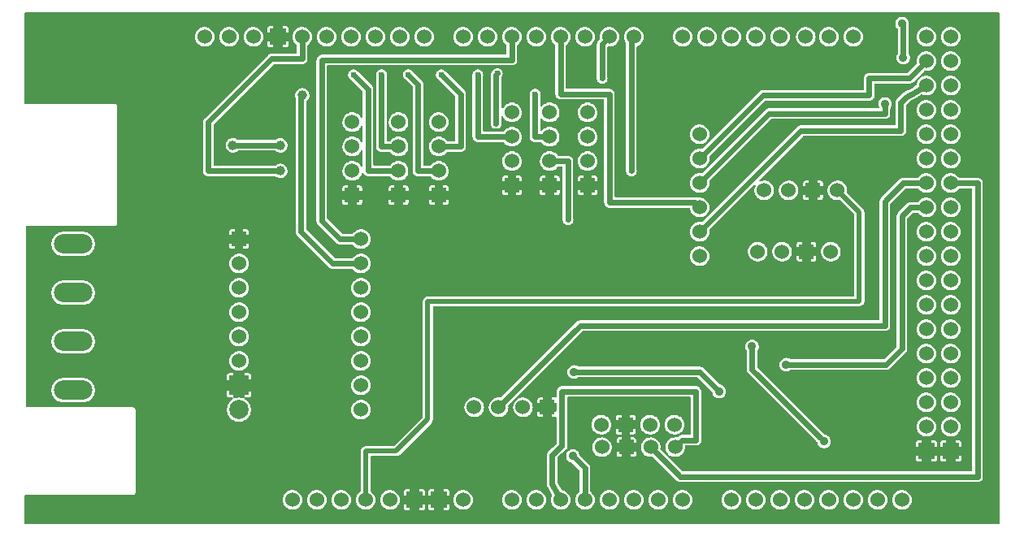
<source format=gbl>
G04 Layer: BottomLayer*
G04 EasyEDA v6.5.22, 2022-12-23 11:11:42*
G04 6bc2ae37271549389f3215a5b1e34c8e,48bb6e63cd8b433992a3f5e94ad137e8,10*
G04 Gerber Generator version 0.2*
G04 Scale: 100 percent, Rotated: No, Reflected: No *
G04 Dimensions in millimeters *
G04 leading zeros omitted , absolute positions ,4 integer and 5 decimal *
%FSLAX45Y45*%
%MOMM*%

%ADD10C,0.5800*%
%ADD11C,0.5080*%
%ADD12C,1.2700*%
%ADD13C,1.5240*%
%ADD14R,1.7000X1.7000*%
%ADD15R,1.5240X1.5240*%
%ADD16C,2.0000*%
%ADD17R,2.0000X2.0000*%
%ADD18O,3.9999919999999998X2.0230084*%
%ADD19C,1.2000*%
%ADD20C,0.9000*%
%ADD21C,1.0000*%
%ADD22C,0.6096*%
%ADD23C,0.0184*%

%LPD*%
G36*
X10668Y-5333492D02*
G01*
X6756Y-5332730D01*
X3505Y-5330494D01*
X1270Y-5327243D01*
X508Y-5323332D01*
X508Y-5039868D01*
X1270Y-5035956D01*
X3505Y-5032705D01*
X6756Y-5030470D01*
X10668Y-5029708D01*
X1129690Y-5029708D01*
X1136192Y-5028895D01*
X1141730Y-5026812D01*
X1146860Y-5023256D01*
X1149908Y-5020259D01*
X1152550Y-5016652D01*
X1155039Y-5011115D01*
X1156208Y-5003647D01*
X1156208Y-4140809D01*
X1155395Y-4134307D01*
X1153312Y-4128770D01*
X1149756Y-4123639D01*
X1146759Y-4120591D01*
X1143152Y-4117949D01*
X1137615Y-4115460D01*
X1130147Y-4114292D01*
X23368Y-4114292D01*
X19456Y-4113529D01*
X16205Y-4111294D01*
X13970Y-4108043D01*
X13208Y-4104132D01*
X13208Y-2233168D01*
X13970Y-2229256D01*
X16205Y-2226005D01*
X19456Y-2223770D01*
X23368Y-2223008D01*
X939190Y-2223008D01*
X945692Y-2222195D01*
X951230Y-2220112D01*
X956360Y-2216556D01*
X959408Y-2213559D01*
X962050Y-2209952D01*
X964539Y-2204415D01*
X965708Y-2196947D01*
X965708Y-978509D01*
X964895Y-972007D01*
X962812Y-966469D01*
X959256Y-961339D01*
X956259Y-958291D01*
X952652Y-955649D01*
X947115Y-953160D01*
X939647Y-951992D01*
X10668Y-951992D01*
X6756Y-951230D01*
X3505Y-948994D01*
X1270Y-945743D01*
X508Y-941832D01*
X508Y-10668D01*
X1270Y-6756D01*
X3505Y-3505D01*
X6756Y-1270D01*
X10668Y-508D01*
X10149332Y-508D01*
X10153243Y-1270D01*
X10156494Y-3505D01*
X10158730Y-6756D01*
X10159492Y-10668D01*
X10159492Y-5323332D01*
X10158730Y-5327243D01*
X10156494Y-5330494D01*
X10153243Y-5332730D01*
X10149332Y-5333492D01*
G37*

%LPC*%
G36*
X3979570Y-5190896D02*
G01*
X4015130Y-5190896D01*
X4015130Y-5128869D01*
X3953103Y-5128869D01*
X3953103Y-5164429D01*
X3953814Y-5170728D01*
X3955694Y-5176215D01*
X3958793Y-5181092D01*
X3962908Y-5185206D01*
X3967784Y-5188305D01*
X3973271Y-5190185D01*
G37*
G36*
X4366869Y-5190896D02*
G01*
X4402429Y-5190896D01*
X4408728Y-5190185D01*
X4414215Y-5188305D01*
X4419092Y-5185206D01*
X4423206Y-5181092D01*
X4426305Y-5176215D01*
X4428185Y-5170728D01*
X4428896Y-5164429D01*
X4428896Y-5128869D01*
X4366869Y-5128869D01*
G37*
G36*
X4112869Y-5190896D02*
G01*
X4148429Y-5190896D01*
X4154728Y-5190185D01*
X4160215Y-5188305D01*
X4165092Y-5185206D01*
X4169206Y-5181092D01*
X4172305Y-5176215D01*
X4174185Y-5170728D01*
X4174896Y-5164429D01*
X4174896Y-5128869D01*
X4112869Y-5128869D01*
G37*
G36*
X4233570Y-5190896D02*
G01*
X4269130Y-5190896D01*
X4269130Y-5128869D01*
X4207103Y-5128869D01*
X4207103Y-5164429D01*
X4207814Y-5170728D01*
X4209694Y-5176215D01*
X4212793Y-5181092D01*
X4216908Y-5185206D01*
X4221784Y-5188305D01*
X4227271Y-5190185D01*
G37*
G36*
X4568596Y-5182006D02*
G01*
X4582210Y-5181549D01*
X4595672Y-5179314D01*
X4608677Y-5175250D01*
X4621072Y-5169509D01*
X4632553Y-5162194D01*
X4642967Y-5153406D01*
X4652111Y-5143246D01*
X4659833Y-5132019D01*
X4665980Y-5119878D01*
X4670450Y-5106974D01*
X4673193Y-5093614D01*
X4674108Y-5080000D01*
X4673193Y-5066385D01*
X4670450Y-5053025D01*
X4665980Y-5040122D01*
X4659833Y-5027980D01*
X4652111Y-5016754D01*
X4642967Y-5006594D01*
X4632553Y-4997805D01*
X4621072Y-4990490D01*
X4608677Y-4984750D01*
X4595672Y-4980686D01*
X4582210Y-4978450D01*
X4568596Y-4977993D01*
X4555032Y-4979314D01*
X4541774Y-4982514D01*
X4529023Y-4987391D01*
X4517085Y-4993944D01*
X4506112Y-5002022D01*
X4496308Y-5011521D01*
X4487824Y-5022240D01*
X4480864Y-5033975D01*
X4475581Y-5046522D01*
X4471974Y-5059680D01*
X4470146Y-5073192D01*
X4470146Y-5086807D01*
X4471974Y-5100320D01*
X4475581Y-5113477D01*
X4480864Y-5126024D01*
X4487824Y-5137759D01*
X4496308Y-5148478D01*
X4506112Y-5157978D01*
X4517085Y-5166055D01*
X4529023Y-5172608D01*
X4541774Y-5177485D01*
X4555032Y-5180685D01*
G37*
G36*
X3298596Y-5182006D02*
G01*
X3312210Y-5181549D01*
X3325672Y-5179314D01*
X3338677Y-5175250D01*
X3351072Y-5169509D01*
X3362553Y-5162194D01*
X3372967Y-5153406D01*
X3382111Y-5143246D01*
X3389833Y-5132019D01*
X3395979Y-5119878D01*
X3400450Y-5106974D01*
X3403193Y-5093614D01*
X3404108Y-5080000D01*
X3403193Y-5066385D01*
X3400450Y-5053025D01*
X3395979Y-5040122D01*
X3389833Y-5027980D01*
X3382111Y-5016754D01*
X3372967Y-5006594D01*
X3362553Y-4997805D01*
X3351072Y-4990490D01*
X3338677Y-4984750D01*
X3325672Y-4980686D01*
X3312210Y-4978450D01*
X3298596Y-4977993D01*
X3285032Y-4979314D01*
X3271774Y-4982514D01*
X3259023Y-4987391D01*
X3247085Y-4993944D01*
X3236112Y-5002022D01*
X3226308Y-5011521D01*
X3217824Y-5022240D01*
X3210864Y-5033975D01*
X3205581Y-5046522D01*
X3201974Y-5059680D01*
X3200146Y-5073192D01*
X3200146Y-5086807D01*
X3201974Y-5100320D01*
X3205581Y-5113477D01*
X3210864Y-5126024D01*
X3217824Y-5137759D01*
X3226308Y-5148478D01*
X3236112Y-5157978D01*
X3247085Y-5166055D01*
X3259023Y-5172608D01*
X3271774Y-5177485D01*
X3285032Y-5180685D01*
G37*
G36*
X3806596Y-5182006D02*
G01*
X3820210Y-5181549D01*
X3833672Y-5179314D01*
X3846677Y-5175250D01*
X3859072Y-5169509D01*
X3870553Y-5162194D01*
X3880967Y-5153406D01*
X3890111Y-5143246D01*
X3897833Y-5132019D01*
X3903979Y-5119878D01*
X3908450Y-5106974D01*
X3911193Y-5093614D01*
X3912108Y-5080000D01*
X3911193Y-5066385D01*
X3908450Y-5053025D01*
X3903979Y-5040122D01*
X3897833Y-5027980D01*
X3890111Y-5016754D01*
X3880967Y-5006594D01*
X3870553Y-4997805D01*
X3859072Y-4990490D01*
X3846677Y-4984750D01*
X3833672Y-4980686D01*
X3820210Y-4978450D01*
X3806596Y-4977993D01*
X3793032Y-4979314D01*
X3779774Y-4982514D01*
X3767023Y-4987391D01*
X3755085Y-4993944D01*
X3744112Y-5002022D01*
X3734308Y-5011521D01*
X3725824Y-5022240D01*
X3718864Y-5033975D01*
X3713581Y-5046522D01*
X3709974Y-5059680D01*
X3708146Y-5073192D01*
X3708146Y-5086807D01*
X3709974Y-5100320D01*
X3713581Y-5113477D01*
X3718864Y-5126024D01*
X3725824Y-5137759D01*
X3734308Y-5148478D01*
X3744112Y-5157978D01*
X3755085Y-5166055D01*
X3767023Y-5172608D01*
X3779774Y-5177485D01*
X3793032Y-5180685D01*
G37*
G36*
X6854596Y-5182006D02*
G01*
X6868210Y-5181549D01*
X6881672Y-5179314D01*
X6894677Y-5175250D01*
X6907072Y-5169509D01*
X6918553Y-5162194D01*
X6928967Y-5153406D01*
X6938111Y-5143246D01*
X6945833Y-5132019D01*
X6951980Y-5119878D01*
X6956450Y-5106974D01*
X6959193Y-5093614D01*
X6960108Y-5080000D01*
X6959193Y-5066385D01*
X6956450Y-5053025D01*
X6951980Y-5040122D01*
X6945833Y-5027980D01*
X6938111Y-5016754D01*
X6928967Y-5006594D01*
X6918553Y-4997805D01*
X6907072Y-4990490D01*
X6894677Y-4984750D01*
X6881672Y-4980686D01*
X6868210Y-4978450D01*
X6854596Y-4977993D01*
X6841032Y-4979314D01*
X6827774Y-4982514D01*
X6815023Y-4987391D01*
X6803085Y-4993944D01*
X6792112Y-5002022D01*
X6782308Y-5011521D01*
X6773824Y-5022240D01*
X6766864Y-5033975D01*
X6761581Y-5046522D01*
X6757974Y-5059680D01*
X6756146Y-5073192D01*
X6756146Y-5086807D01*
X6757974Y-5100320D01*
X6761581Y-5113477D01*
X6766864Y-5126024D01*
X6773824Y-5137759D01*
X6782308Y-5148478D01*
X6792112Y-5157978D01*
X6803085Y-5166055D01*
X6815023Y-5172608D01*
X6827774Y-5177485D01*
X6841032Y-5180685D01*
G37*
G36*
X8124596Y-5182006D02*
G01*
X8138210Y-5181549D01*
X8151672Y-5179314D01*
X8164677Y-5175250D01*
X8177072Y-5169509D01*
X8188553Y-5162194D01*
X8198967Y-5153406D01*
X8208111Y-5143246D01*
X8215833Y-5132019D01*
X8221980Y-5119878D01*
X8226450Y-5106974D01*
X8229193Y-5093614D01*
X8230108Y-5080000D01*
X8229193Y-5066385D01*
X8226450Y-5053025D01*
X8221980Y-5040122D01*
X8215833Y-5027980D01*
X8208111Y-5016754D01*
X8198967Y-5006594D01*
X8188553Y-4997805D01*
X8177072Y-4990490D01*
X8164677Y-4984750D01*
X8151672Y-4980686D01*
X8138210Y-4978450D01*
X8124596Y-4977993D01*
X8111032Y-4979314D01*
X8097774Y-4982514D01*
X8085023Y-4987391D01*
X8073085Y-4993944D01*
X8062112Y-5002022D01*
X8052308Y-5011521D01*
X8043824Y-5022240D01*
X8036864Y-5033975D01*
X8031581Y-5046522D01*
X8027974Y-5059680D01*
X8026146Y-5073192D01*
X8026146Y-5086807D01*
X8027974Y-5100320D01*
X8031581Y-5113477D01*
X8036864Y-5126024D01*
X8043824Y-5137759D01*
X8052308Y-5148478D01*
X8062112Y-5157978D01*
X8073085Y-5166055D01*
X8085023Y-5172608D01*
X8097774Y-5177485D01*
X8111032Y-5180685D01*
G37*
G36*
X8632596Y-5182006D02*
G01*
X8646210Y-5181549D01*
X8659672Y-5179314D01*
X8672677Y-5175250D01*
X8685072Y-5169509D01*
X8696553Y-5162194D01*
X8706967Y-5153406D01*
X8716111Y-5143246D01*
X8723833Y-5132019D01*
X8729980Y-5119878D01*
X8734450Y-5106974D01*
X8737193Y-5093614D01*
X8738108Y-5080000D01*
X8737193Y-5066385D01*
X8734450Y-5053025D01*
X8729980Y-5040122D01*
X8723833Y-5027980D01*
X8716111Y-5016754D01*
X8706967Y-5006594D01*
X8696553Y-4997805D01*
X8685072Y-4990490D01*
X8672677Y-4984750D01*
X8659672Y-4980686D01*
X8646210Y-4978450D01*
X8632596Y-4977993D01*
X8619032Y-4979314D01*
X8605774Y-4982514D01*
X8593023Y-4987391D01*
X8581085Y-4993944D01*
X8570112Y-5002022D01*
X8560308Y-5011521D01*
X8551824Y-5022240D01*
X8544864Y-5033975D01*
X8539581Y-5046522D01*
X8535974Y-5059680D01*
X8534146Y-5073192D01*
X8534146Y-5086807D01*
X8535974Y-5100320D01*
X8539581Y-5113477D01*
X8544864Y-5126024D01*
X8551824Y-5137759D01*
X8560308Y-5148478D01*
X8570112Y-5157978D01*
X8581085Y-5166055D01*
X8593023Y-5172608D01*
X8605774Y-5177485D01*
X8619032Y-5180685D01*
G37*
G36*
X6346596Y-5182006D02*
G01*
X6360210Y-5181549D01*
X6373672Y-5179314D01*
X6386677Y-5175250D01*
X6399072Y-5169509D01*
X6410553Y-5162194D01*
X6420967Y-5153406D01*
X6430111Y-5143246D01*
X6437833Y-5132019D01*
X6443980Y-5119878D01*
X6448450Y-5106974D01*
X6451193Y-5093614D01*
X6452108Y-5080000D01*
X6451193Y-5066385D01*
X6448450Y-5053025D01*
X6443980Y-5040122D01*
X6437833Y-5027980D01*
X6430111Y-5016754D01*
X6420967Y-5006594D01*
X6410553Y-4997805D01*
X6399072Y-4990490D01*
X6386677Y-4984750D01*
X6373672Y-4980686D01*
X6360210Y-4978450D01*
X6346596Y-4977993D01*
X6333032Y-4979314D01*
X6319774Y-4982514D01*
X6307023Y-4987391D01*
X6295085Y-4993944D01*
X6284112Y-5002022D01*
X6274308Y-5011521D01*
X6265824Y-5022240D01*
X6258864Y-5033975D01*
X6253581Y-5046522D01*
X6249974Y-5059680D01*
X6248146Y-5073192D01*
X6248146Y-5086807D01*
X6249974Y-5100320D01*
X6253581Y-5113477D01*
X6258864Y-5126024D01*
X6265824Y-5137759D01*
X6274308Y-5148478D01*
X6284112Y-5157978D01*
X6295085Y-5166055D01*
X6307023Y-5172608D01*
X6319774Y-5177485D01*
X6333032Y-5180685D01*
G37*
G36*
X8378596Y-5182006D02*
G01*
X8392210Y-5181549D01*
X8405672Y-5179314D01*
X8418677Y-5175250D01*
X8431072Y-5169509D01*
X8442553Y-5162194D01*
X8452967Y-5153406D01*
X8462111Y-5143246D01*
X8469833Y-5132019D01*
X8475980Y-5119878D01*
X8480450Y-5106974D01*
X8483193Y-5093614D01*
X8484108Y-5080000D01*
X8483193Y-5066385D01*
X8480450Y-5053025D01*
X8475980Y-5040122D01*
X8469833Y-5027980D01*
X8462111Y-5016754D01*
X8452967Y-5006594D01*
X8442553Y-4997805D01*
X8431072Y-4990490D01*
X8418677Y-4984750D01*
X8405672Y-4980686D01*
X8392210Y-4978450D01*
X8378596Y-4977993D01*
X8365032Y-4979314D01*
X8351774Y-4982514D01*
X8339023Y-4987391D01*
X8327085Y-4993944D01*
X8316112Y-5002022D01*
X8306308Y-5011521D01*
X8297824Y-5022240D01*
X8290864Y-5033975D01*
X8285581Y-5046522D01*
X8281974Y-5059680D01*
X8280146Y-5073192D01*
X8280146Y-5086807D01*
X8281974Y-5100320D01*
X8285581Y-5113477D01*
X8290864Y-5126024D01*
X8297824Y-5137759D01*
X8306308Y-5148478D01*
X8316112Y-5157978D01*
X8327085Y-5166055D01*
X8339023Y-5172608D01*
X8351774Y-5177485D01*
X8365032Y-5180685D01*
G37*
G36*
X6600596Y-5182006D02*
G01*
X6614210Y-5181549D01*
X6627672Y-5179314D01*
X6640677Y-5175250D01*
X6653072Y-5169509D01*
X6664553Y-5162194D01*
X6674967Y-5153406D01*
X6684111Y-5143246D01*
X6691833Y-5132019D01*
X6697980Y-5119878D01*
X6702450Y-5106974D01*
X6705193Y-5093614D01*
X6706108Y-5080000D01*
X6705193Y-5066385D01*
X6702450Y-5053025D01*
X6697980Y-5040122D01*
X6691833Y-5027980D01*
X6684111Y-5016754D01*
X6674967Y-5006594D01*
X6664553Y-4997805D01*
X6653072Y-4990490D01*
X6640677Y-4984750D01*
X6627672Y-4980686D01*
X6614210Y-4978450D01*
X6600596Y-4977993D01*
X6587032Y-4979314D01*
X6573774Y-4982514D01*
X6561023Y-4987391D01*
X6549085Y-4993944D01*
X6538112Y-5002022D01*
X6528307Y-5011521D01*
X6519824Y-5022240D01*
X6512864Y-5033975D01*
X6507581Y-5046522D01*
X6503974Y-5059680D01*
X6502146Y-5073192D01*
X6502146Y-5086807D01*
X6503974Y-5100320D01*
X6507581Y-5113477D01*
X6512864Y-5126024D01*
X6519824Y-5137759D01*
X6528307Y-5148478D01*
X6538112Y-5157978D01*
X6549085Y-5166055D01*
X6561023Y-5172608D01*
X6573774Y-5177485D01*
X6587032Y-5180685D01*
G37*
G36*
X7362596Y-5182006D02*
G01*
X7376210Y-5181549D01*
X7389672Y-5179314D01*
X7402677Y-5175250D01*
X7415072Y-5169509D01*
X7426553Y-5162194D01*
X7436967Y-5153406D01*
X7446111Y-5143246D01*
X7453833Y-5132019D01*
X7459980Y-5119878D01*
X7464450Y-5106974D01*
X7467193Y-5093614D01*
X7468108Y-5080000D01*
X7467193Y-5066385D01*
X7464450Y-5053025D01*
X7459980Y-5040122D01*
X7453833Y-5027980D01*
X7446111Y-5016754D01*
X7436967Y-5006594D01*
X7426553Y-4997805D01*
X7415072Y-4990490D01*
X7402677Y-4984750D01*
X7389672Y-4980686D01*
X7376210Y-4978450D01*
X7362596Y-4977993D01*
X7349032Y-4979314D01*
X7335774Y-4982514D01*
X7323023Y-4987391D01*
X7311085Y-4993944D01*
X7300112Y-5002022D01*
X7290308Y-5011521D01*
X7281824Y-5022240D01*
X7274864Y-5033975D01*
X7269581Y-5046522D01*
X7265974Y-5059680D01*
X7264146Y-5073192D01*
X7264146Y-5086807D01*
X7265974Y-5100320D01*
X7269581Y-5113477D01*
X7274864Y-5126024D01*
X7281824Y-5137759D01*
X7290308Y-5148478D01*
X7300112Y-5157978D01*
X7311085Y-5166055D01*
X7323023Y-5172608D01*
X7335774Y-5177485D01*
X7349032Y-5180685D01*
G37*
G36*
X2790596Y-5182006D02*
G01*
X2804210Y-5181549D01*
X2817672Y-5179314D01*
X2830677Y-5175250D01*
X2843072Y-5169509D01*
X2854553Y-5162194D01*
X2864967Y-5153406D01*
X2874111Y-5143246D01*
X2881833Y-5132019D01*
X2887980Y-5119878D01*
X2892450Y-5106974D01*
X2895193Y-5093614D01*
X2896108Y-5080000D01*
X2895193Y-5066385D01*
X2892450Y-5053025D01*
X2887980Y-5040122D01*
X2881833Y-5027980D01*
X2874111Y-5016754D01*
X2864967Y-5006594D01*
X2854553Y-4997805D01*
X2843072Y-4990490D01*
X2830677Y-4984750D01*
X2817672Y-4980686D01*
X2804210Y-4978450D01*
X2790596Y-4977993D01*
X2777032Y-4979314D01*
X2763774Y-4982514D01*
X2751023Y-4987391D01*
X2739085Y-4993944D01*
X2728112Y-5002022D01*
X2718308Y-5011521D01*
X2709824Y-5022240D01*
X2702864Y-5033975D01*
X2697581Y-5046522D01*
X2693974Y-5059680D01*
X2692146Y-5073192D01*
X2692146Y-5086807D01*
X2693974Y-5100320D01*
X2697581Y-5113477D01*
X2702864Y-5126024D01*
X2709824Y-5137759D01*
X2718308Y-5148478D01*
X2728112Y-5157978D01*
X2739085Y-5166055D01*
X2751023Y-5172608D01*
X2763774Y-5177485D01*
X2777032Y-5180685D01*
G37*
G36*
X3044596Y-5182006D02*
G01*
X3058210Y-5181549D01*
X3071672Y-5179314D01*
X3084677Y-5175250D01*
X3097072Y-5169509D01*
X3108553Y-5162194D01*
X3118967Y-5153406D01*
X3128111Y-5143246D01*
X3135833Y-5132019D01*
X3141980Y-5119878D01*
X3146450Y-5106974D01*
X3149193Y-5093614D01*
X3150108Y-5080000D01*
X3149193Y-5066385D01*
X3146450Y-5053025D01*
X3141980Y-5040122D01*
X3135833Y-5027980D01*
X3128111Y-5016754D01*
X3118967Y-5006594D01*
X3108553Y-4997805D01*
X3097072Y-4990490D01*
X3084677Y-4984750D01*
X3071672Y-4980686D01*
X3058210Y-4978450D01*
X3044596Y-4977993D01*
X3031032Y-4979314D01*
X3017774Y-4982514D01*
X3005023Y-4987391D01*
X2993085Y-4993944D01*
X2982112Y-5002022D01*
X2972308Y-5011521D01*
X2963824Y-5022240D01*
X2956864Y-5033975D01*
X2951581Y-5046522D01*
X2947974Y-5059680D01*
X2946146Y-5073192D01*
X2946146Y-5086807D01*
X2947974Y-5100320D01*
X2951581Y-5113477D01*
X2956864Y-5126024D01*
X2963824Y-5137759D01*
X2972308Y-5148478D01*
X2982112Y-5157978D01*
X2993085Y-5166055D01*
X3005023Y-5172608D01*
X3017774Y-5177485D01*
X3031032Y-5180685D01*
G37*
G36*
X9140596Y-5182006D02*
G01*
X9154210Y-5181549D01*
X9167672Y-5179314D01*
X9180677Y-5175250D01*
X9193072Y-5169509D01*
X9204553Y-5162194D01*
X9214967Y-5153406D01*
X9224111Y-5143246D01*
X9231833Y-5132019D01*
X9237980Y-5119878D01*
X9242450Y-5106974D01*
X9245193Y-5093614D01*
X9246108Y-5080000D01*
X9245193Y-5066385D01*
X9242450Y-5053025D01*
X9237980Y-5040122D01*
X9231833Y-5027980D01*
X9224111Y-5016754D01*
X9214967Y-5006594D01*
X9204553Y-4997805D01*
X9193072Y-4990490D01*
X9180677Y-4984750D01*
X9167672Y-4980686D01*
X9154210Y-4978450D01*
X9140596Y-4977993D01*
X9127032Y-4979314D01*
X9113774Y-4982514D01*
X9101023Y-4987391D01*
X9089085Y-4993944D01*
X9078112Y-5002022D01*
X9068308Y-5011521D01*
X9059824Y-5022240D01*
X9052864Y-5033975D01*
X9047581Y-5046522D01*
X9043974Y-5059680D01*
X9042146Y-5073192D01*
X9042146Y-5086807D01*
X9043974Y-5100320D01*
X9047581Y-5113477D01*
X9052864Y-5126024D01*
X9059824Y-5137759D01*
X9068308Y-5148478D01*
X9078112Y-5157978D01*
X9089085Y-5166055D01*
X9101023Y-5172608D01*
X9113774Y-5177485D01*
X9127032Y-5180685D01*
G37*
G36*
X8886596Y-5182006D02*
G01*
X8900210Y-5181549D01*
X8913672Y-5179314D01*
X8926677Y-5175250D01*
X8939072Y-5169509D01*
X8950553Y-5162194D01*
X8960967Y-5153406D01*
X8970111Y-5143246D01*
X8977833Y-5132019D01*
X8983980Y-5119878D01*
X8988450Y-5106974D01*
X8991193Y-5093614D01*
X8992108Y-5080000D01*
X8991193Y-5066385D01*
X8988450Y-5053025D01*
X8983980Y-5040122D01*
X8977833Y-5027980D01*
X8970111Y-5016754D01*
X8960967Y-5006594D01*
X8950553Y-4997805D01*
X8939072Y-4990490D01*
X8926677Y-4984750D01*
X8913672Y-4980686D01*
X8900210Y-4978450D01*
X8886596Y-4977993D01*
X8873032Y-4979314D01*
X8859774Y-4982514D01*
X8847023Y-4987391D01*
X8835085Y-4993944D01*
X8824112Y-5002022D01*
X8814308Y-5011521D01*
X8805824Y-5022240D01*
X8798864Y-5033975D01*
X8793581Y-5046522D01*
X8789974Y-5059680D01*
X8788146Y-5073192D01*
X8788146Y-5086807D01*
X8789974Y-5100320D01*
X8793581Y-5113477D01*
X8798864Y-5126024D01*
X8805824Y-5137759D01*
X8814308Y-5148478D01*
X8824112Y-5157978D01*
X8835085Y-5166055D01*
X8847023Y-5172608D01*
X8859774Y-5177485D01*
X8873032Y-5180685D01*
G37*
G36*
X7616596Y-5182006D02*
G01*
X7630210Y-5181549D01*
X7643672Y-5179314D01*
X7656677Y-5175250D01*
X7669072Y-5169509D01*
X7680553Y-5162194D01*
X7690967Y-5153406D01*
X7700111Y-5143246D01*
X7707833Y-5132019D01*
X7713980Y-5119878D01*
X7718450Y-5106974D01*
X7721193Y-5093614D01*
X7722108Y-5080000D01*
X7721193Y-5066385D01*
X7718450Y-5053025D01*
X7713980Y-5040122D01*
X7707833Y-5027980D01*
X7700111Y-5016754D01*
X7690967Y-5006594D01*
X7680553Y-4997805D01*
X7669072Y-4990490D01*
X7656677Y-4984750D01*
X7643672Y-4980686D01*
X7630210Y-4978450D01*
X7616596Y-4977993D01*
X7603032Y-4979314D01*
X7589774Y-4982514D01*
X7577023Y-4987391D01*
X7565085Y-4993944D01*
X7554112Y-5002022D01*
X7544308Y-5011521D01*
X7535824Y-5022240D01*
X7528864Y-5033975D01*
X7523581Y-5046522D01*
X7519974Y-5059680D01*
X7518146Y-5073192D01*
X7518146Y-5086807D01*
X7519974Y-5100320D01*
X7523581Y-5113477D01*
X7528864Y-5126024D01*
X7535824Y-5137759D01*
X7544308Y-5148478D01*
X7554112Y-5157978D01*
X7565085Y-5166055D01*
X7577023Y-5172608D01*
X7589774Y-5177485D01*
X7603032Y-5180685D01*
G37*
G36*
X5076596Y-5182006D02*
G01*
X5090210Y-5181549D01*
X5103672Y-5179314D01*
X5116677Y-5175250D01*
X5129072Y-5169509D01*
X5140553Y-5162194D01*
X5150967Y-5153406D01*
X5160111Y-5143246D01*
X5167833Y-5132019D01*
X5173980Y-5119878D01*
X5178450Y-5106974D01*
X5181193Y-5093614D01*
X5182108Y-5080000D01*
X5181193Y-5066385D01*
X5178450Y-5053025D01*
X5173980Y-5040122D01*
X5167833Y-5027980D01*
X5160111Y-5016754D01*
X5150967Y-5006594D01*
X5140553Y-4997805D01*
X5129072Y-4990490D01*
X5116677Y-4984750D01*
X5103672Y-4980686D01*
X5090210Y-4978450D01*
X5076596Y-4977993D01*
X5063032Y-4979314D01*
X5049774Y-4982514D01*
X5037023Y-4987391D01*
X5025085Y-4993944D01*
X5014112Y-5002022D01*
X5004308Y-5011521D01*
X4995824Y-5022240D01*
X4988864Y-5033975D01*
X4983581Y-5046522D01*
X4979974Y-5059680D01*
X4978146Y-5073192D01*
X4978146Y-5086807D01*
X4979974Y-5100320D01*
X4983581Y-5113477D01*
X4988864Y-5126024D01*
X4995824Y-5137759D01*
X5004308Y-5148478D01*
X5014112Y-5157978D01*
X5025085Y-5166055D01*
X5037023Y-5172608D01*
X5049774Y-5177485D01*
X5063032Y-5180685D01*
G37*
G36*
X7870596Y-5182006D02*
G01*
X7884210Y-5181549D01*
X7897672Y-5179314D01*
X7910677Y-5175250D01*
X7923072Y-5169509D01*
X7934553Y-5162194D01*
X7944967Y-5153406D01*
X7954111Y-5143246D01*
X7961833Y-5132019D01*
X7967980Y-5119878D01*
X7972450Y-5106974D01*
X7975193Y-5093614D01*
X7976108Y-5080000D01*
X7975193Y-5066385D01*
X7972450Y-5053025D01*
X7967980Y-5040122D01*
X7961833Y-5027980D01*
X7954111Y-5016754D01*
X7944967Y-5006594D01*
X7934553Y-4997805D01*
X7923072Y-4990490D01*
X7910677Y-4984750D01*
X7897672Y-4980686D01*
X7884210Y-4978450D01*
X7870596Y-4977993D01*
X7857032Y-4979314D01*
X7843774Y-4982514D01*
X7831023Y-4987391D01*
X7819085Y-4993944D01*
X7808112Y-5002022D01*
X7798308Y-5011521D01*
X7789824Y-5022240D01*
X7782864Y-5033975D01*
X7777581Y-5046522D01*
X7773974Y-5059680D01*
X7772146Y-5073192D01*
X7772146Y-5086807D01*
X7773974Y-5100320D01*
X7777581Y-5113477D01*
X7782864Y-5126024D01*
X7789824Y-5137759D01*
X7798308Y-5148478D01*
X7808112Y-5157978D01*
X7819085Y-5166055D01*
X7831023Y-5172608D01*
X7843774Y-5177485D01*
X7857032Y-5180685D01*
G37*
G36*
X6092596Y-5182006D02*
G01*
X6106210Y-5181549D01*
X6119672Y-5179314D01*
X6132677Y-5175250D01*
X6145072Y-5169509D01*
X6156553Y-5162194D01*
X6166967Y-5153406D01*
X6176111Y-5143246D01*
X6183833Y-5132019D01*
X6189980Y-5119878D01*
X6194450Y-5106974D01*
X6197193Y-5093614D01*
X6198108Y-5080000D01*
X6197193Y-5066385D01*
X6194450Y-5053025D01*
X6189980Y-5040122D01*
X6183833Y-5027980D01*
X6176111Y-5016754D01*
X6166967Y-5006594D01*
X6156553Y-4997805D01*
X6145072Y-4990490D01*
X6132677Y-4984750D01*
X6119672Y-4980686D01*
X6106210Y-4978450D01*
X6092596Y-4977993D01*
X6079032Y-4979314D01*
X6065774Y-4982514D01*
X6053023Y-4987391D01*
X6041085Y-4993944D01*
X6030112Y-5002022D01*
X6020308Y-5011521D01*
X6011824Y-5022240D01*
X6004864Y-5033975D01*
X5999581Y-5046522D01*
X5995974Y-5059680D01*
X5994146Y-5073192D01*
X5994146Y-5086807D01*
X5995974Y-5100320D01*
X5999581Y-5113477D01*
X6004864Y-5126024D01*
X6011824Y-5137759D01*
X6020308Y-5148478D01*
X6030112Y-5157978D01*
X6041085Y-5166055D01*
X6053023Y-5172608D01*
X6065774Y-5177485D01*
X6079032Y-5180685D01*
G37*
G36*
X5330596Y-5182006D02*
G01*
X5344210Y-5181549D01*
X5357672Y-5179314D01*
X5370677Y-5175250D01*
X5383072Y-5169509D01*
X5394553Y-5162194D01*
X5404967Y-5153406D01*
X5414111Y-5143246D01*
X5421833Y-5132019D01*
X5427980Y-5119878D01*
X5432450Y-5106974D01*
X5435193Y-5093614D01*
X5436108Y-5080000D01*
X5435193Y-5066385D01*
X5432450Y-5053025D01*
X5427980Y-5040122D01*
X5421833Y-5027980D01*
X5414111Y-5016754D01*
X5404967Y-5006594D01*
X5394553Y-4997805D01*
X5383072Y-4990490D01*
X5370677Y-4984750D01*
X5357672Y-4980686D01*
X5344210Y-4978450D01*
X5330596Y-4977993D01*
X5317032Y-4979314D01*
X5303774Y-4982514D01*
X5291023Y-4987391D01*
X5279085Y-4993944D01*
X5268112Y-5002022D01*
X5258308Y-5011521D01*
X5249824Y-5022240D01*
X5242864Y-5033975D01*
X5237581Y-5046522D01*
X5233974Y-5059680D01*
X5232146Y-5073192D01*
X5232146Y-5086807D01*
X5233974Y-5100320D01*
X5237581Y-5113477D01*
X5242864Y-5126024D01*
X5249824Y-5137759D01*
X5258308Y-5148478D01*
X5268112Y-5157978D01*
X5279085Y-5166055D01*
X5291023Y-5172608D01*
X5303774Y-5177485D01*
X5317032Y-5180685D01*
G37*
G36*
X5838596Y-5182006D02*
G01*
X5852210Y-5181549D01*
X5865672Y-5179314D01*
X5878677Y-5175250D01*
X5891072Y-5169509D01*
X5902553Y-5162194D01*
X5912967Y-5153406D01*
X5922111Y-5143246D01*
X5929833Y-5132019D01*
X5935980Y-5119878D01*
X5940450Y-5106974D01*
X5943193Y-5093614D01*
X5944108Y-5080000D01*
X5943193Y-5066385D01*
X5940450Y-5053025D01*
X5935980Y-5040122D01*
X5929833Y-5027980D01*
X5922111Y-5016754D01*
X5912967Y-5006594D01*
X5899099Y-4994960D01*
X5897473Y-4991963D01*
X5896914Y-4988661D01*
X5896914Y-4750003D01*
X5896711Y-4745024D01*
X5896051Y-4740249D01*
X5895035Y-4735576D01*
X5893612Y-4731004D01*
X5891733Y-4726584D01*
X5889548Y-4722368D01*
X5886958Y-4718304D01*
X5884062Y-4714494D01*
X5880658Y-4710836D01*
X5787948Y-4618075D01*
X5785916Y-4615180D01*
X5782411Y-4600905D01*
X5778144Y-4590643D01*
X5772353Y-4581144D01*
X5765139Y-4572660D01*
X5756656Y-4565446D01*
X5747156Y-4559655D01*
X5736894Y-4555388D01*
X5726074Y-4552797D01*
X5715000Y-4551934D01*
X5703925Y-4552797D01*
X5693105Y-4555388D01*
X5682843Y-4559655D01*
X5673344Y-4565446D01*
X5664860Y-4572660D01*
X5657646Y-4581144D01*
X5651855Y-4590643D01*
X5647588Y-4600905D01*
X5644997Y-4611725D01*
X5644134Y-4622800D01*
X5644997Y-4633874D01*
X5647588Y-4644694D01*
X5651855Y-4654956D01*
X5657646Y-4664456D01*
X5664860Y-4672939D01*
X5673344Y-4680153D01*
X5682843Y-4685944D01*
X5693105Y-4690211D01*
X5707380Y-4693716D01*
X5710275Y-4695748D01*
X5784138Y-4769561D01*
X5786323Y-4772863D01*
X5787085Y-4776774D01*
X5787085Y-4988814D01*
X5786577Y-4991912D01*
X5785154Y-4994757D01*
X5782970Y-4996992D01*
X5776112Y-5002022D01*
X5766308Y-5011521D01*
X5757824Y-5022240D01*
X5750864Y-5033975D01*
X5745581Y-5046522D01*
X5741974Y-5059680D01*
X5740146Y-5073192D01*
X5740146Y-5086807D01*
X5741974Y-5100320D01*
X5745581Y-5113477D01*
X5750864Y-5126024D01*
X5757824Y-5137759D01*
X5766308Y-5148478D01*
X5776112Y-5157978D01*
X5787085Y-5166055D01*
X5799023Y-5172608D01*
X5811774Y-5177485D01*
X5825032Y-5180685D01*
G37*
G36*
X5584596Y-5182006D02*
G01*
X5598210Y-5181549D01*
X5611672Y-5179314D01*
X5624677Y-5175250D01*
X5637072Y-5169509D01*
X5648553Y-5162194D01*
X5658967Y-5153406D01*
X5668111Y-5143246D01*
X5675833Y-5132019D01*
X5681980Y-5119878D01*
X5686450Y-5106974D01*
X5689193Y-5093614D01*
X5690108Y-5080000D01*
X5689193Y-5066385D01*
X5686450Y-5053025D01*
X5681980Y-5040122D01*
X5675833Y-5027980D01*
X5668111Y-5016754D01*
X5658967Y-5006594D01*
X5648553Y-4997805D01*
X5637072Y-4990490D01*
X5624677Y-4984750D01*
X5611672Y-4980686D01*
X5600293Y-4978806D01*
X5597398Y-4977841D01*
X5594908Y-4976012D01*
X5593080Y-4973574D01*
X5555234Y-4903317D01*
X5554319Y-4900980D01*
X5554014Y-4898491D01*
X5554014Y-4639614D01*
X5554929Y-4635449D01*
X5557469Y-4631994D01*
X5636564Y-4562805D01*
X5642711Y-4556506D01*
X5648198Y-4548632D01*
X5652262Y-4539945D01*
X5654751Y-4530750D01*
X5655614Y-4520742D01*
X5655614Y-4014774D01*
X5656376Y-4010863D01*
X5658561Y-4007561D01*
X5661863Y-4005376D01*
X5665774Y-4004614D01*
X6932625Y-4004614D01*
X6936536Y-4005376D01*
X6939838Y-4007561D01*
X6942023Y-4010863D01*
X6942785Y-4014774D01*
X6942785Y-4392625D01*
X6942023Y-4396536D01*
X6939838Y-4399838D01*
X6936536Y-4402023D01*
X6932625Y-4402785D01*
X6851853Y-4402785D01*
X6846773Y-4403039D01*
X6842150Y-4403648D01*
X6837324Y-4404715D01*
X6832904Y-4406087D01*
X6828332Y-4407966D01*
X6824218Y-4410151D01*
X6820052Y-4412792D01*
X6816344Y-4415637D01*
X6812584Y-4419092D01*
X6804304Y-4427423D01*
X6801713Y-4429302D01*
X6798665Y-4430268D01*
X6795414Y-4430268D01*
X6788861Y-4429150D01*
X6775196Y-4428693D01*
X6761632Y-4430064D01*
X6748373Y-4433214D01*
X6735673Y-4438142D01*
X6723684Y-4444695D01*
X6712712Y-4452772D01*
X6702907Y-4462272D01*
X6694474Y-4472940D01*
X6687515Y-4484674D01*
X6682181Y-4497222D01*
X6678574Y-4510379D01*
X6676745Y-4523892D01*
X6676745Y-4537557D01*
X6678574Y-4551070D01*
X6682181Y-4564227D01*
X6687515Y-4576775D01*
X6694474Y-4588510D01*
X6702907Y-4599178D01*
X6712712Y-4608677D01*
X6723684Y-4616754D01*
X6735673Y-4623308D01*
X6748373Y-4628235D01*
X6761632Y-4631385D01*
X6775196Y-4632756D01*
X6788861Y-4632299D01*
X6802272Y-4630013D01*
X6815328Y-4626000D01*
X6827672Y-4620260D01*
X6839203Y-4612894D01*
X6849618Y-4604105D01*
X6858762Y-4593996D01*
X6866483Y-4582769D01*
X6872630Y-4570577D01*
X6877100Y-4557674D01*
X6879793Y-4544314D01*
X6880707Y-4530750D01*
X6880199Y-4523435D01*
X6880809Y-4519371D01*
X6882942Y-4515815D01*
X6886295Y-4513427D01*
X6890359Y-4512614D01*
X6997242Y-4512614D01*
X7007250Y-4511751D01*
X7016445Y-4509262D01*
X7025131Y-4505198D01*
X7032955Y-4499711D01*
X7039711Y-4492955D01*
X7045198Y-4485132D01*
X7049262Y-4476445D01*
X7051751Y-4467250D01*
X7052614Y-4457242D01*
X7052614Y-3950157D01*
X7051751Y-3940149D01*
X7049262Y-3930954D01*
X7045198Y-3922268D01*
X7039711Y-3914444D01*
X7032955Y-3907688D01*
X7025131Y-3902201D01*
X7016445Y-3898137D01*
X7007250Y-3895648D01*
X6997242Y-3894785D01*
X5601157Y-3894785D01*
X5591149Y-3895648D01*
X5581954Y-3898137D01*
X5573268Y-3902201D01*
X5565444Y-3907688D01*
X5558688Y-3914444D01*
X5553202Y-3922268D01*
X5549138Y-3930954D01*
X5546648Y-3940149D01*
X5545785Y-3950157D01*
X5545785Y-4004513D01*
X5545074Y-4008323D01*
X5542991Y-4011523D01*
X5539841Y-4013758D01*
X5536082Y-4014673D01*
X5532272Y-4014114D01*
X5530240Y-4013403D01*
X5523941Y-4012692D01*
X5492750Y-4012692D01*
X5492750Y-4070350D01*
X5535625Y-4070350D01*
X5539536Y-4071112D01*
X5542838Y-4073347D01*
X5545023Y-4076598D01*
X5545785Y-4080510D01*
X5545785Y-4149090D01*
X5545023Y-4153001D01*
X5542838Y-4156252D01*
X5539536Y-4158487D01*
X5535625Y-4159250D01*
X5492750Y-4159250D01*
X5492750Y-4216908D01*
X5523941Y-4216908D01*
X5530240Y-4216196D01*
X5532272Y-4215485D01*
X5536082Y-4214926D01*
X5539841Y-4215841D01*
X5542991Y-4218076D01*
X5545074Y-4221276D01*
X5545785Y-4225086D01*
X5545785Y-4491685D01*
X5544870Y-4495850D01*
X5542330Y-4499305D01*
X5463235Y-4568494D01*
X5457088Y-4574794D01*
X5451602Y-4582668D01*
X5447538Y-4591354D01*
X5445048Y-4600549D01*
X5444185Y-4610557D01*
X5444185Y-4914442D01*
X5445048Y-4924450D01*
X5447538Y-4933746D01*
X5450941Y-4941265D01*
X5496306Y-5025542D01*
X5497525Y-5029911D01*
X5496712Y-5034330D01*
X5491581Y-5046522D01*
X5487974Y-5059680D01*
X5486146Y-5073192D01*
X5486146Y-5086807D01*
X5487974Y-5100320D01*
X5491581Y-5113477D01*
X5496864Y-5126024D01*
X5503824Y-5137759D01*
X5512308Y-5148478D01*
X5522112Y-5157978D01*
X5533085Y-5166055D01*
X5545023Y-5172608D01*
X5557774Y-5177485D01*
X5571032Y-5180685D01*
G37*
G36*
X3552596Y-5182006D02*
G01*
X3566210Y-5181549D01*
X3579672Y-5179314D01*
X3592677Y-5175250D01*
X3605072Y-5169509D01*
X3616553Y-5162194D01*
X3626967Y-5153406D01*
X3636111Y-5143246D01*
X3643833Y-5132019D01*
X3649979Y-5119878D01*
X3654450Y-5106974D01*
X3657193Y-5093614D01*
X3658108Y-5080000D01*
X3657193Y-5066385D01*
X3654450Y-5053025D01*
X3649979Y-5040122D01*
X3643833Y-5027980D01*
X3636111Y-5016754D01*
X3626967Y-5006594D01*
X3616553Y-4997805D01*
X3611981Y-4994910D01*
X3609492Y-4992624D01*
X3607866Y-4989677D01*
X3607308Y-4986324D01*
X3607308Y-4633468D01*
X3608070Y-4629556D01*
X3610305Y-4626305D01*
X3613556Y-4624070D01*
X3617468Y-4623308D01*
X3873296Y-4623308D01*
X3877970Y-4623104D01*
X3882390Y-4622495D01*
X3886758Y-4621530D01*
X3891026Y-4620209D01*
X3895191Y-4618482D01*
X3899154Y-4616450D01*
X3902913Y-4614011D01*
X3906469Y-4611319D01*
X3909923Y-4608118D01*
X4239818Y-4278223D01*
X4243019Y-4274769D01*
X4245711Y-4271213D01*
X4248150Y-4267454D01*
X4250182Y-4263491D01*
X4251909Y-4259326D01*
X4253230Y-4255058D01*
X4254195Y-4250690D01*
X4254804Y-4246270D01*
X4255008Y-4241596D01*
X4255008Y-3071368D01*
X4255770Y-3067456D01*
X4258005Y-3064205D01*
X4261256Y-3061970D01*
X4265168Y-3061208D01*
X8699042Y-3061208D01*
X8708390Y-3060395D01*
X8717026Y-3058058D01*
X8725154Y-3054299D01*
X8732469Y-3049168D01*
X8738768Y-3042869D01*
X8743899Y-3035554D01*
X8747658Y-3027426D01*
X8749995Y-3018790D01*
X8750808Y-3009442D01*
X8750808Y-2083003D01*
X8750604Y-2078329D01*
X8749995Y-2073910D01*
X8749030Y-2069541D01*
X8747709Y-2065274D01*
X8745982Y-2061108D01*
X8743950Y-2057146D01*
X8741511Y-2053386D01*
X8738819Y-2049830D01*
X8735618Y-2046376D01*
X8573566Y-1884324D01*
X8571738Y-1881784D01*
X8570722Y-1878838D01*
X8570722Y-1875739D01*
X8572754Y-1861007D01*
X8572754Y-1847392D01*
X8570925Y-1833880D01*
X8567318Y-1820722D01*
X8562035Y-1808175D01*
X8555075Y-1796440D01*
X8546592Y-1785721D01*
X8536787Y-1776222D01*
X8525814Y-1768144D01*
X8513876Y-1761591D01*
X8501126Y-1756714D01*
X8487867Y-1753514D01*
X8474303Y-1752193D01*
X8460689Y-1752650D01*
X8447227Y-1754886D01*
X8434222Y-1758950D01*
X8421827Y-1764690D01*
X8410346Y-1772005D01*
X8399932Y-1780793D01*
X8390788Y-1790954D01*
X8383066Y-1802180D01*
X8376920Y-1814322D01*
X8372449Y-1827225D01*
X8369706Y-1840585D01*
X8368792Y-1854200D01*
X8369706Y-1867814D01*
X8372449Y-1881174D01*
X8376920Y-1894078D01*
X8383066Y-1906219D01*
X8390788Y-1917446D01*
X8399932Y-1927606D01*
X8410346Y-1936394D01*
X8421827Y-1943709D01*
X8434222Y-1949450D01*
X8447227Y-1953514D01*
X8460689Y-1955749D01*
X8474303Y-1956206D01*
X8487867Y-1954885D01*
X8491321Y-1954022D01*
X8494776Y-1953818D01*
X8498078Y-1954733D01*
X8500872Y-1956714D01*
X8645194Y-2101088D01*
X8647430Y-2104390D01*
X8648192Y-2108250D01*
X8648192Y-2948432D01*
X8647430Y-2952343D01*
X8645194Y-2955594D01*
X8641943Y-2957830D01*
X8638032Y-2958592D01*
X4204157Y-2958592D01*
X4194810Y-2959404D01*
X4186174Y-2961741D01*
X4178046Y-2965500D01*
X4170730Y-2970631D01*
X4164431Y-2976930D01*
X4159300Y-2984246D01*
X4155541Y-2992374D01*
X4153204Y-3001010D01*
X4152392Y-3010357D01*
X4152392Y-4216349D01*
X4151629Y-4220210D01*
X4149394Y-4223512D01*
X3855212Y-4517694D01*
X3851910Y-4519930D01*
X3848049Y-4520692D01*
X3556457Y-4520692D01*
X3547110Y-4521504D01*
X3538474Y-4523841D01*
X3530346Y-4527600D01*
X3523030Y-4532731D01*
X3516731Y-4539030D01*
X3511600Y-4546346D01*
X3507841Y-4554474D01*
X3505504Y-4563110D01*
X3504692Y-4572457D01*
X3504692Y-4986172D01*
X3504184Y-4989271D01*
X3502761Y-4992065D01*
X3500577Y-4994351D01*
X3490112Y-5002022D01*
X3480308Y-5011521D01*
X3471824Y-5022240D01*
X3464864Y-5033975D01*
X3459581Y-5046522D01*
X3455974Y-5059680D01*
X3454146Y-5073192D01*
X3454146Y-5086807D01*
X3455974Y-5100320D01*
X3459581Y-5113477D01*
X3464864Y-5126024D01*
X3471824Y-5137759D01*
X3480308Y-5148478D01*
X3490112Y-5157978D01*
X3501085Y-5166055D01*
X3513023Y-5172608D01*
X3525774Y-5177485D01*
X3539032Y-5180685D01*
G37*
G36*
X4366869Y-5031130D02*
G01*
X4428896Y-5031130D01*
X4428896Y-4995570D01*
X4428185Y-4989271D01*
X4426305Y-4983784D01*
X4423206Y-4978908D01*
X4419092Y-4974793D01*
X4414215Y-4971694D01*
X4408728Y-4969814D01*
X4402429Y-4969103D01*
X4366869Y-4969103D01*
G37*
G36*
X4112869Y-5031130D02*
G01*
X4174896Y-5031130D01*
X4174896Y-4995570D01*
X4174185Y-4989271D01*
X4172305Y-4983784D01*
X4169206Y-4978908D01*
X4165092Y-4974793D01*
X4160215Y-4971694D01*
X4154728Y-4969814D01*
X4148429Y-4969103D01*
X4112869Y-4969103D01*
G37*
G36*
X4207103Y-5031130D02*
G01*
X4269130Y-5031130D01*
X4269130Y-4969103D01*
X4233570Y-4969103D01*
X4227271Y-4969814D01*
X4221784Y-4971694D01*
X4216908Y-4974793D01*
X4212793Y-4978908D01*
X4209694Y-4983784D01*
X4207814Y-4989271D01*
X4207103Y-4995570D01*
G37*
G36*
X3953103Y-5031130D02*
G01*
X4015130Y-5031130D01*
X4015130Y-4969103D01*
X3979570Y-4969103D01*
X3973271Y-4969814D01*
X3967784Y-4971694D01*
X3962908Y-4974793D01*
X3958793Y-4978908D01*
X3955694Y-4983784D01*
X3953814Y-4989271D01*
X3953103Y-4995570D01*
G37*
G36*
X6832803Y-4893614D02*
G01*
X9930942Y-4893614D01*
X9940950Y-4892751D01*
X9950145Y-4890262D01*
X9958832Y-4886198D01*
X9966655Y-4880711D01*
X9973411Y-4873955D01*
X9978898Y-4866132D01*
X9982962Y-4857445D01*
X9985451Y-4848250D01*
X9986314Y-4838242D01*
X9986314Y-1778457D01*
X9985451Y-1768449D01*
X9982962Y-1759254D01*
X9978898Y-1750568D01*
X9973411Y-1742744D01*
X9966655Y-1735988D01*
X9958832Y-1730502D01*
X9950145Y-1726438D01*
X9940950Y-1723948D01*
X9930942Y-1723085D01*
X9743186Y-1723085D01*
X9739985Y-1722577D01*
X9737090Y-1721053D01*
X9734804Y-1718665D01*
X9732111Y-1714754D01*
X9722967Y-1704593D01*
X9712553Y-1695805D01*
X9701072Y-1688490D01*
X9688677Y-1682750D01*
X9675672Y-1678686D01*
X9662210Y-1676450D01*
X9648596Y-1675993D01*
X9635032Y-1677314D01*
X9621774Y-1680514D01*
X9609023Y-1685391D01*
X9597085Y-1691944D01*
X9586112Y-1700022D01*
X9576308Y-1709521D01*
X9567824Y-1720240D01*
X9560864Y-1731975D01*
X9555581Y-1744522D01*
X9551974Y-1757680D01*
X9550146Y-1771192D01*
X9550146Y-1784807D01*
X9551974Y-1798320D01*
X9555581Y-1811477D01*
X9560864Y-1824024D01*
X9567824Y-1835759D01*
X9576308Y-1846478D01*
X9586112Y-1855978D01*
X9597085Y-1864055D01*
X9609023Y-1870608D01*
X9621774Y-1875485D01*
X9635032Y-1878685D01*
X9648596Y-1880006D01*
X9662210Y-1879549D01*
X9675672Y-1877314D01*
X9688677Y-1873250D01*
X9701072Y-1867509D01*
X9712553Y-1860194D01*
X9722967Y-1851406D01*
X9732111Y-1841246D01*
X9734804Y-1837334D01*
X9737090Y-1834946D01*
X9739985Y-1833422D01*
X9743186Y-1832914D01*
X9866325Y-1832914D01*
X9870236Y-1833676D01*
X9873538Y-1835861D01*
X9875723Y-1839163D01*
X9876485Y-1843074D01*
X9876485Y-4773625D01*
X9875723Y-4777536D01*
X9873538Y-4780838D01*
X9870236Y-4783023D01*
X9866325Y-4783785D01*
X6859574Y-4783785D01*
X6855663Y-4783023D01*
X6852361Y-4780838D01*
X6627977Y-4556455D01*
X6626047Y-4553712D01*
X6625081Y-4550562D01*
X6625234Y-4547209D01*
X6625793Y-4544314D01*
X6626707Y-4530750D01*
X6625793Y-4517136D01*
X6623100Y-4503775D01*
X6618630Y-4490872D01*
X6612483Y-4478680D01*
X6604762Y-4467453D01*
X6595618Y-4457344D01*
X6585203Y-4448556D01*
X6573672Y-4441190D01*
X6561328Y-4435449D01*
X6548272Y-4431436D01*
X6534861Y-4429150D01*
X6521196Y-4428693D01*
X6507632Y-4430064D01*
X6494373Y-4433214D01*
X6481673Y-4438142D01*
X6469684Y-4444695D01*
X6458712Y-4452772D01*
X6448907Y-4462272D01*
X6440474Y-4472940D01*
X6433515Y-4484674D01*
X6428181Y-4497222D01*
X6424574Y-4510379D01*
X6422745Y-4523892D01*
X6422745Y-4537557D01*
X6424574Y-4551070D01*
X6428181Y-4564227D01*
X6433515Y-4576775D01*
X6440474Y-4588510D01*
X6448907Y-4599178D01*
X6458712Y-4608677D01*
X6469684Y-4616754D01*
X6481673Y-4623308D01*
X6494373Y-4628235D01*
X6507632Y-4631385D01*
X6521196Y-4632756D01*
X6534861Y-4632299D01*
X6541414Y-4631182D01*
X6544614Y-4631182D01*
X6547662Y-4632147D01*
X6550253Y-4634026D01*
X6793636Y-4877358D01*
X6797294Y-4880762D01*
X6801103Y-4883658D01*
X6805168Y-4886248D01*
X6809384Y-4888433D01*
X6813803Y-4890312D01*
X6818375Y-4891735D01*
X6823049Y-4892751D01*
X6827824Y-4893411D01*
G37*
G36*
X9446869Y-4682896D02*
G01*
X9482429Y-4682896D01*
X9488728Y-4682185D01*
X9494215Y-4680305D01*
X9499092Y-4677206D01*
X9503206Y-4673092D01*
X9506305Y-4668215D01*
X9508185Y-4662728D01*
X9508896Y-4656429D01*
X9508896Y-4620869D01*
X9446869Y-4620869D01*
G37*
G36*
X9567570Y-4682896D02*
G01*
X9603130Y-4682896D01*
X9603130Y-4620869D01*
X9541103Y-4620869D01*
X9541103Y-4656429D01*
X9541814Y-4662728D01*
X9543694Y-4668215D01*
X9546793Y-4673092D01*
X9550908Y-4677206D01*
X9555784Y-4680305D01*
X9561271Y-4682185D01*
G37*
G36*
X9700869Y-4682896D02*
G01*
X9736429Y-4682896D01*
X9742728Y-4682185D01*
X9748215Y-4680305D01*
X9753092Y-4677206D01*
X9757206Y-4673092D01*
X9760305Y-4668215D01*
X9762185Y-4662728D01*
X9762896Y-4656429D01*
X9762896Y-4620869D01*
X9700869Y-4620869D01*
G37*
G36*
X9313570Y-4682896D02*
G01*
X9349130Y-4682896D01*
X9349130Y-4620869D01*
X9287103Y-4620869D01*
X9287103Y-4656429D01*
X9287814Y-4662728D01*
X9289694Y-4668215D01*
X9292793Y-4673092D01*
X9296908Y-4677206D01*
X9301784Y-4680305D01*
X9307271Y-4682185D01*
G37*
G36*
X6315100Y-4632858D02*
G01*
X6346240Y-4632858D01*
X6352590Y-4632096D01*
X6358026Y-4630216D01*
X6362954Y-4627118D01*
X6367018Y-4623054D01*
X6370116Y-4618126D01*
X6371996Y-4612690D01*
X6372758Y-4606340D01*
X6372758Y-4575200D01*
X6315100Y-4575200D01*
G37*
G36*
X6195009Y-4632858D02*
G01*
X6226200Y-4632858D01*
X6226200Y-4575200D01*
X6168542Y-4575200D01*
X6168542Y-4606340D01*
X6169253Y-4612690D01*
X6171133Y-4618126D01*
X6174232Y-4623054D01*
X6178296Y-4627118D01*
X6183223Y-4630216D01*
X6188659Y-4632096D01*
G37*
G36*
X6013196Y-4632756D02*
G01*
X6026861Y-4632299D01*
X6040272Y-4630013D01*
X6053328Y-4626000D01*
X6065672Y-4620260D01*
X6077204Y-4612894D01*
X6087618Y-4604105D01*
X6096762Y-4593996D01*
X6104483Y-4582769D01*
X6110630Y-4570577D01*
X6115100Y-4557674D01*
X6117793Y-4544314D01*
X6118707Y-4530750D01*
X6117793Y-4517136D01*
X6115100Y-4503775D01*
X6110630Y-4490872D01*
X6104483Y-4478680D01*
X6096762Y-4467453D01*
X6087618Y-4457344D01*
X6077204Y-4448556D01*
X6065672Y-4441190D01*
X6053328Y-4435449D01*
X6040272Y-4431436D01*
X6026861Y-4429150D01*
X6013196Y-4428693D01*
X5999632Y-4430064D01*
X5986373Y-4433214D01*
X5973673Y-4438142D01*
X5961684Y-4444695D01*
X5950712Y-4452772D01*
X5940907Y-4462272D01*
X5932474Y-4472940D01*
X5925515Y-4484674D01*
X5920181Y-4497222D01*
X5916574Y-4510379D01*
X5914745Y-4523892D01*
X5914745Y-4537557D01*
X5916574Y-4551070D01*
X5920181Y-4564227D01*
X5925515Y-4576775D01*
X5932474Y-4588510D01*
X5940907Y-4599178D01*
X5950712Y-4608677D01*
X5961684Y-4616754D01*
X5973673Y-4623308D01*
X5986373Y-4628235D01*
X5999632Y-4631385D01*
G37*
G36*
X8331200Y-4541266D02*
G01*
X8342274Y-4540402D01*
X8353094Y-4537811D01*
X8363356Y-4533544D01*
X8372856Y-4527753D01*
X8381339Y-4520539D01*
X8388553Y-4512056D01*
X8394344Y-4502556D01*
X8398611Y-4492294D01*
X8401202Y-4481474D01*
X8402066Y-4470400D01*
X8401202Y-4459325D01*
X8398611Y-4448505D01*
X8394344Y-4438243D01*
X8388553Y-4428744D01*
X8381339Y-4420260D01*
X8372856Y-4413046D01*
X8363356Y-4407255D01*
X8353094Y-4402988D01*
X8338820Y-4399483D01*
X8335924Y-4397451D01*
X7639761Y-3701338D01*
X7637576Y-3698036D01*
X7636814Y-3694125D01*
X7636814Y-3528060D01*
X7637424Y-3524554D01*
X7645044Y-3511956D01*
X7649311Y-3501694D01*
X7651902Y-3490874D01*
X7652766Y-3479800D01*
X7651902Y-3468725D01*
X7649311Y-3457905D01*
X7645044Y-3447643D01*
X7639253Y-3438144D01*
X7632039Y-3429660D01*
X7623556Y-3422446D01*
X7614056Y-3416655D01*
X7603794Y-3412388D01*
X7592974Y-3409797D01*
X7581900Y-3408934D01*
X7570825Y-3409797D01*
X7560005Y-3412388D01*
X7549743Y-3416655D01*
X7540244Y-3422446D01*
X7531760Y-3429660D01*
X7524546Y-3438144D01*
X7518755Y-3447643D01*
X7514488Y-3457905D01*
X7511897Y-3468725D01*
X7511034Y-3479800D01*
X7511897Y-3490874D01*
X7514488Y-3501694D01*
X7518755Y-3511956D01*
X7526375Y-3524554D01*
X7526985Y-3528060D01*
X7526985Y-3720896D01*
X7527188Y-3725875D01*
X7527848Y-3730650D01*
X7528864Y-3735324D01*
X7530287Y-3739896D01*
X7532166Y-3744315D01*
X7534351Y-3748532D01*
X7536942Y-3752596D01*
X7539837Y-3756406D01*
X7543241Y-3760063D01*
X8258251Y-4475124D01*
X8260283Y-4478020D01*
X8263788Y-4492294D01*
X8268055Y-4502556D01*
X8273846Y-4512056D01*
X8281060Y-4520539D01*
X8289544Y-4527753D01*
X8299043Y-4533544D01*
X8309305Y-4537811D01*
X8320125Y-4540402D01*
G37*
G36*
X9700869Y-4523130D02*
G01*
X9762896Y-4523130D01*
X9762896Y-4487570D01*
X9762185Y-4481271D01*
X9760305Y-4475784D01*
X9757206Y-4470908D01*
X9753092Y-4466793D01*
X9748215Y-4463694D01*
X9742728Y-4461814D01*
X9736429Y-4461103D01*
X9700869Y-4461103D01*
G37*
G36*
X9446869Y-4523130D02*
G01*
X9508896Y-4523130D01*
X9508896Y-4487570D01*
X9508185Y-4481271D01*
X9506305Y-4475784D01*
X9503206Y-4470908D01*
X9499092Y-4466793D01*
X9494215Y-4463694D01*
X9488728Y-4461814D01*
X9482429Y-4461103D01*
X9446869Y-4461103D01*
G37*
G36*
X9287103Y-4523130D02*
G01*
X9349130Y-4523130D01*
X9349130Y-4461103D01*
X9313570Y-4461103D01*
X9307271Y-4461814D01*
X9301784Y-4463694D01*
X9296908Y-4466793D01*
X9292793Y-4470908D01*
X9289694Y-4475784D01*
X9287814Y-4481271D01*
X9287103Y-4487570D01*
G37*
G36*
X9541103Y-4523130D02*
G01*
X9603130Y-4523130D01*
X9603130Y-4461103D01*
X9567570Y-4461103D01*
X9561271Y-4461814D01*
X9555784Y-4463694D01*
X9550908Y-4466793D01*
X9546793Y-4470908D01*
X9543694Y-4475784D01*
X9541814Y-4481271D01*
X9541103Y-4487570D01*
G37*
G36*
X6315100Y-4486300D02*
G01*
X6372758Y-4486300D01*
X6372758Y-4455109D01*
X6371996Y-4448759D01*
X6370116Y-4443323D01*
X6367018Y-4438396D01*
X6362954Y-4434332D01*
X6358026Y-4431233D01*
X6352590Y-4429353D01*
X6346240Y-4428642D01*
X6315100Y-4428642D01*
G37*
G36*
X6168542Y-4486300D02*
G01*
X6226200Y-4486300D01*
X6226200Y-4428642D01*
X6195009Y-4428642D01*
X6188659Y-4429353D01*
X6183223Y-4431233D01*
X6178296Y-4434332D01*
X6174232Y-4438396D01*
X6171133Y-4443323D01*
X6169253Y-4448759D01*
X6168542Y-4455109D01*
G37*
G36*
X9394596Y-4420006D02*
G01*
X9408210Y-4419549D01*
X9421672Y-4417314D01*
X9434677Y-4413250D01*
X9447072Y-4407509D01*
X9458553Y-4400194D01*
X9468967Y-4391406D01*
X9478111Y-4381246D01*
X9485833Y-4370019D01*
X9491980Y-4357878D01*
X9496450Y-4344974D01*
X9499193Y-4331614D01*
X9500108Y-4318000D01*
X9499193Y-4304385D01*
X9496450Y-4291025D01*
X9491980Y-4278122D01*
X9485833Y-4265980D01*
X9478111Y-4254754D01*
X9468967Y-4244594D01*
X9458553Y-4235805D01*
X9447072Y-4228490D01*
X9434677Y-4222750D01*
X9421672Y-4218686D01*
X9408210Y-4216450D01*
X9394596Y-4215993D01*
X9381032Y-4217314D01*
X9367774Y-4220514D01*
X9355023Y-4225391D01*
X9343085Y-4231944D01*
X9332112Y-4240022D01*
X9322308Y-4249521D01*
X9313824Y-4260240D01*
X9306864Y-4271975D01*
X9301581Y-4284522D01*
X9297974Y-4297680D01*
X9296146Y-4311192D01*
X9296146Y-4324807D01*
X9297974Y-4338320D01*
X9301581Y-4351477D01*
X9306864Y-4364024D01*
X9313824Y-4375759D01*
X9322308Y-4386478D01*
X9332112Y-4395978D01*
X9343085Y-4404055D01*
X9355023Y-4410608D01*
X9367774Y-4415485D01*
X9381032Y-4418685D01*
G37*
G36*
X9648596Y-4420006D02*
G01*
X9662210Y-4419549D01*
X9675672Y-4417314D01*
X9688677Y-4413250D01*
X9701072Y-4407509D01*
X9712553Y-4400194D01*
X9722967Y-4391406D01*
X9732111Y-4381246D01*
X9739833Y-4370019D01*
X9745980Y-4357878D01*
X9750450Y-4344974D01*
X9753193Y-4331614D01*
X9754108Y-4318000D01*
X9753193Y-4304385D01*
X9750450Y-4291025D01*
X9745980Y-4278122D01*
X9739833Y-4265980D01*
X9732111Y-4254754D01*
X9722967Y-4244594D01*
X9712553Y-4235805D01*
X9701072Y-4228490D01*
X9688677Y-4222750D01*
X9675672Y-4218686D01*
X9662210Y-4216450D01*
X9648596Y-4215993D01*
X9635032Y-4217314D01*
X9621774Y-4220514D01*
X9609023Y-4225391D01*
X9597085Y-4231944D01*
X9586112Y-4240022D01*
X9576308Y-4249521D01*
X9567824Y-4260240D01*
X9560864Y-4271975D01*
X9555581Y-4284522D01*
X9551974Y-4297680D01*
X9550146Y-4311192D01*
X9550146Y-4324807D01*
X9551974Y-4338320D01*
X9555581Y-4351477D01*
X9560864Y-4364024D01*
X9567824Y-4375759D01*
X9576308Y-4386478D01*
X9586112Y-4395978D01*
X9597085Y-4404055D01*
X9609023Y-4410608D01*
X9621774Y-4415485D01*
X9635032Y-4418685D01*
G37*
G36*
X6308750Y-4397908D02*
G01*
X6339890Y-4397908D01*
X6346240Y-4397146D01*
X6351676Y-4395266D01*
X6356604Y-4392168D01*
X6360668Y-4388104D01*
X6363766Y-4383176D01*
X6365646Y-4377740D01*
X6366408Y-4371390D01*
X6366408Y-4340250D01*
X6308750Y-4340250D01*
G37*
G36*
X6188659Y-4397908D02*
G01*
X6219850Y-4397908D01*
X6219850Y-4340250D01*
X6162192Y-4340250D01*
X6162192Y-4371390D01*
X6162903Y-4377740D01*
X6164783Y-4383176D01*
X6167882Y-4388104D01*
X6171946Y-4392168D01*
X6176873Y-4395266D01*
X6182309Y-4397146D01*
G37*
G36*
X6521704Y-4397806D02*
G01*
X6535267Y-4396435D01*
X6548526Y-4393285D01*
X6561226Y-4388358D01*
X6573215Y-4381804D01*
X6584188Y-4373727D01*
X6593992Y-4364228D01*
X6602425Y-4353560D01*
X6609384Y-4341825D01*
X6614718Y-4329277D01*
X6618325Y-4316120D01*
X6620154Y-4302607D01*
X6620154Y-4288942D01*
X6618325Y-4275429D01*
X6614718Y-4262272D01*
X6609384Y-4249724D01*
X6602425Y-4237990D01*
X6593992Y-4227322D01*
X6584188Y-4217822D01*
X6573215Y-4209745D01*
X6561226Y-4203192D01*
X6548526Y-4198264D01*
X6535267Y-4195114D01*
X6521704Y-4193743D01*
X6508038Y-4194200D01*
X6494627Y-4196486D01*
X6481572Y-4200499D01*
X6469227Y-4206240D01*
X6457696Y-4213606D01*
X6447282Y-4222394D01*
X6438138Y-4232503D01*
X6430416Y-4243730D01*
X6424269Y-4255922D01*
X6419799Y-4268825D01*
X6417106Y-4282186D01*
X6416192Y-4295800D01*
X6417106Y-4309364D01*
X6419799Y-4322724D01*
X6424269Y-4335627D01*
X6430416Y-4347819D01*
X6438138Y-4359046D01*
X6447282Y-4369155D01*
X6457696Y-4377944D01*
X6469227Y-4385310D01*
X6481572Y-4391050D01*
X6494627Y-4395063D01*
X6508038Y-4397349D01*
G37*
G36*
X6775703Y-4397806D02*
G01*
X6789267Y-4396435D01*
X6802526Y-4393285D01*
X6815226Y-4388358D01*
X6827215Y-4381804D01*
X6838188Y-4373727D01*
X6847992Y-4364228D01*
X6856425Y-4353560D01*
X6863384Y-4341825D01*
X6868718Y-4329277D01*
X6872325Y-4316120D01*
X6874154Y-4302607D01*
X6874154Y-4288942D01*
X6872325Y-4275429D01*
X6868718Y-4262272D01*
X6863384Y-4249724D01*
X6856425Y-4237990D01*
X6847992Y-4227322D01*
X6838188Y-4217822D01*
X6827215Y-4209745D01*
X6815226Y-4203192D01*
X6802526Y-4198264D01*
X6789267Y-4195114D01*
X6775703Y-4193743D01*
X6762038Y-4194200D01*
X6748627Y-4196486D01*
X6735572Y-4200499D01*
X6723227Y-4206240D01*
X6711696Y-4213606D01*
X6701281Y-4222394D01*
X6692138Y-4232503D01*
X6684416Y-4243730D01*
X6678269Y-4255922D01*
X6673799Y-4268825D01*
X6671106Y-4282186D01*
X6670192Y-4295800D01*
X6671106Y-4309364D01*
X6673799Y-4322724D01*
X6678269Y-4335627D01*
X6684416Y-4347819D01*
X6692138Y-4359046D01*
X6701281Y-4369155D01*
X6711696Y-4377944D01*
X6723227Y-4385310D01*
X6735572Y-4391050D01*
X6748627Y-4395063D01*
X6762038Y-4397349D01*
G37*
G36*
X6013704Y-4397806D02*
G01*
X6027267Y-4396435D01*
X6040526Y-4393285D01*
X6053226Y-4388358D01*
X6065215Y-4381804D01*
X6076188Y-4373727D01*
X6085992Y-4364228D01*
X6094425Y-4353560D01*
X6101384Y-4341825D01*
X6106718Y-4329277D01*
X6110325Y-4316120D01*
X6112154Y-4302607D01*
X6112154Y-4288942D01*
X6110325Y-4275429D01*
X6106718Y-4262272D01*
X6101384Y-4249724D01*
X6094425Y-4237990D01*
X6085992Y-4227322D01*
X6076188Y-4217822D01*
X6065215Y-4209745D01*
X6053226Y-4203192D01*
X6040526Y-4198264D01*
X6027267Y-4195114D01*
X6013704Y-4193743D01*
X6000038Y-4194200D01*
X5986627Y-4196486D01*
X5973572Y-4200499D01*
X5961227Y-4206240D01*
X5949696Y-4213606D01*
X5939282Y-4222394D01*
X5930138Y-4232503D01*
X5922416Y-4243730D01*
X5916269Y-4255922D01*
X5911799Y-4268825D01*
X5909106Y-4282186D01*
X5908192Y-4295800D01*
X5909106Y-4309364D01*
X5911799Y-4322724D01*
X5916269Y-4335627D01*
X5922416Y-4347819D01*
X5930138Y-4359046D01*
X5939282Y-4369155D01*
X5949696Y-4377944D01*
X5961227Y-4385310D01*
X5973572Y-4391050D01*
X5986627Y-4395063D01*
X6000038Y-4397349D01*
G37*
G36*
X2235200Y-4266082D02*
G01*
X2250389Y-4265168D01*
X2265324Y-4262424D01*
X2279853Y-4257903D01*
X2293721Y-4251655D01*
X2306726Y-4243781D01*
X2318664Y-4234434D01*
X2329434Y-4223664D01*
X2338781Y-4211726D01*
X2346655Y-4198721D01*
X2352903Y-4184853D01*
X2357424Y-4170324D01*
X2360168Y-4155389D01*
X2361082Y-4140200D01*
X2360168Y-4125010D01*
X2357424Y-4110075D01*
X2352903Y-4095546D01*
X2346655Y-4081678D01*
X2338781Y-4068673D01*
X2329434Y-4056735D01*
X2318664Y-4045965D01*
X2306726Y-4036618D01*
X2297379Y-4030979D01*
X2294229Y-4027932D01*
X2292604Y-4023918D01*
X2292858Y-4019550D01*
X2294890Y-4015689D01*
X2298395Y-4013047D01*
X2302662Y-4012133D01*
X2334615Y-4012133D01*
X2340965Y-4011371D01*
X2346401Y-4009491D01*
X2351328Y-4006392D01*
X2355392Y-4002328D01*
X2358491Y-3997401D01*
X2360371Y-3991965D01*
X2361133Y-3985615D01*
X2361133Y-3942537D01*
X2291537Y-3942537D01*
X2291537Y-4012336D01*
X2290826Y-4016044D01*
X2288844Y-4019245D01*
X2285796Y-4021480D01*
X2282139Y-4022445D01*
X2278380Y-4022039D01*
X2265324Y-4017975D01*
X2250389Y-4015232D01*
X2235200Y-4014317D01*
X2220010Y-4015232D01*
X2205075Y-4017975D01*
X2192020Y-4022039D01*
X2188260Y-4022445D01*
X2184603Y-4021480D01*
X2181555Y-4019245D01*
X2179574Y-4016044D01*
X2178862Y-4012336D01*
X2178862Y-3942537D01*
X2109266Y-3942537D01*
X2109266Y-3985615D01*
X2110028Y-3991965D01*
X2111908Y-3997401D01*
X2115007Y-4002328D01*
X2119071Y-4006392D01*
X2123998Y-4009491D01*
X2129434Y-4011371D01*
X2135784Y-4012133D01*
X2167737Y-4012133D01*
X2172004Y-4013047D01*
X2175510Y-4015689D01*
X2177542Y-4019550D01*
X2177796Y-4023918D01*
X2176170Y-4027932D01*
X2173020Y-4030979D01*
X2163673Y-4036618D01*
X2151735Y-4045965D01*
X2140966Y-4056735D01*
X2131618Y-4068673D01*
X2123744Y-4081678D01*
X2117496Y-4095546D01*
X2112975Y-4110075D01*
X2110232Y-4125010D01*
X2109317Y-4140200D01*
X2110232Y-4155389D01*
X2112975Y-4170324D01*
X2117496Y-4184853D01*
X2123744Y-4198721D01*
X2131618Y-4211726D01*
X2140966Y-4223664D01*
X2151735Y-4234434D01*
X2163673Y-4243781D01*
X2176678Y-4251655D01*
X2190546Y-4257903D01*
X2205075Y-4262424D01*
X2220010Y-4265168D01*
G37*
G36*
X6308750Y-4251350D02*
G01*
X6366408Y-4251350D01*
X6366408Y-4220159D01*
X6365646Y-4213809D01*
X6363766Y-4208373D01*
X6360668Y-4203446D01*
X6356604Y-4199382D01*
X6351676Y-4196283D01*
X6346240Y-4194403D01*
X6339890Y-4193692D01*
X6308750Y-4193692D01*
G37*
G36*
X6162192Y-4251350D02*
G01*
X6219850Y-4251350D01*
X6219850Y-4193692D01*
X6188659Y-4193692D01*
X6182309Y-4194403D01*
X6176873Y-4196283D01*
X6171946Y-4199382D01*
X6167882Y-4203446D01*
X6164783Y-4208373D01*
X6162903Y-4213809D01*
X6162192Y-4220159D01*
G37*
G36*
X3508603Y-4242206D02*
G01*
X3522167Y-4240885D01*
X3535426Y-4237685D01*
X3548176Y-4232808D01*
X3560114Y-4226255D01*
X3571087Y-4218178D01*
X3580892Y-4208678D01*
X3589375Y-4197959D01*
X3596335Y-4186224D01*
X3601618Y-4173677D01*
X3605225Y-4160520D01*
X3607054Y-4147007D01*
X3607054Y-4133392D01*
X3605225Y-4119879D01*
X3601618Y-4106722D01*
X3596335Y-4094175D01*
X3589375Y-4082440D01*
X3580892Y-4071721D01*
X3571087Y-4062222D01*
X3560114Y-4054144D01*
X3548176Y-4047591D01*
X3535426Y-4042714D01*
X3522167Y-4039514D01*
X3508603Y-4038193D01*
X3494989Y-4038650D01*
X3481527Y-4040886D01*
X3468522Y-4044950D01*
X3456127Y-4050690D01*
X3444646Y-4058005D01*
X3434232Y-4066794D01*
X3425088Y-4076954D01*
X3417366Y-4088180D01*
X3411220Y-4100322D01*
X3406749Y-4113225D01*
X3404006Y-4126585D01*
X3403092Y-4140200D01*
X3404006Y-4153814D01*
X3406749Y-4167174D01*
X3411220Y-4180078D01*
X3417366Y-4192219D01*
X3425088Y-4203446D01*
X3434232Y-4213606D01*
X3444646Y-4222394D01*
X3456127Y-4229709D01*
X3468522Y-4235450D01*
X3481527Y-4239514D01*
X3494989Y-4241749D01*
G37*
G36*
X5372658Y-4216908D02*
G01*
X5403850Y-4216908D01*
X5403850Y-4159250D01*
X5346192Y-4159250D01*
X5346192Y-4190441D01*
X5346903Y-4196740D01*
X5348833Y-4202226D01*
X5351881Y-4207103D01*
X5355996Y-4211218D01*
X5360873Y-4214266D01*
X5366359Y-4216196D01*
G37*
G36*
X4682896Y-4216806D02*
G01*
X4696510Y-4216349D01*
X4709972Y-4214114D01*
X4722977Y-4210050D01*
X4735372Y-4204309D01*
X4746853Y-4196994D01*
X4757267Y-4188206D01*
X4766411Y-4178046D01*
X4774133Y-4166819D01*
X4780280Y-4154678D01*
X4784750Y-4141774D01*
X4787493Y-4128414D01*
X4788408Y-4114800D01*
X4787493Y-4101185D01*
X4784750Y-4087825D01*
X4780280Y-4074922D01*
X4774133Y-4062780D01*
X4766411Y-4051554D01*
X4757267Y-4041394D01*
X4746853Y-4032605D01*
X4735372Y-4025290D01*
X4722977Y-4019550D01*
X4709972Y-4015486D01*
X4696510Y-4013250D01*
X4682896Y-4012793D01*
X4669332Y-4014114D01*
X4656074Y-4017314D01*
X4643323Y-4022191D01*
X4631385Y-4028744D01*
X4620412Y-4036822D01*
X4610608Y-4046321D01*
X4602124Y-4057040D01*
X4595164Y-4068775D01*
X4589881Y-4081322D01*
X4586274Y-4094479D01*
X4584446Y-4107992D01*
X4584446Y-4121607D01*
X4586274Y-4135120D01*
X4589881Y-4148277D01*
X4595164Y-4160824D01*
X4602124Y-4172559D01*
X4610608Y-4183278D01*
X4620412Y-4192778D01*
X4631385Y-4200855D01*
X4643323Y-4207408D01*
X4656074Y-4212285D01*
X4669332Y-4215485D01*
G37*
G36*
X5190896Y-4216806D02*
G01*
X5204510Y-4216349D01*
X5217972Y-4214114D01*
X5230977Y-4210050D01*
X5243372Y-4204309D01*
X5254853Y-4196994D01*
X5265267Y-4188206D01*
X5274411Y-4178046D01*
X5282133Y-4166819D01*
X5288280Y-4154678D01*
X5292750Y-4141774D01*
X5295493Y-4128414D01*
X5296408Y-4114800D01*
X5295493Y-4101185D01*
X5292750Y-4087825D01*
X5288280Y-4074922D01*
X5282133Y-4062780D01*
X5274411Y-4051554D01*
X5265267Y-4041394D01*
X5254853Y-4032605D01*
X5243372Y-4025290D01*
X5230977Y-4019550D01*
X5217972Y-4015486D01*
X5204510Y-4013250D01*
X5190896Y-4012793D01*
X5177332Y-4014114D01*
X5164074Y-4017314D01*
X5151323Y-4022191D01*
X5139385Y-4028744D01*
X5128412Y-4036822D01*
X5118608Y-4046321D01*
X5110124Y-4057040D01*
X5103164Y-4068775D01*
X5097881Y-4081322D01*
X5094274Y-4094479D01*
X5092446Y-4107992D01*
X5092446Y-4121607D01*
X5094274Y-4135120D01*
X5097881Y-4148277D01*
X5103164Y-4160824D01*
X5110124Y-4172559D01*
X5118608Y-4183278D01*
X5128412Y-4192778D01*
X5139385Y-4200855D01*
X5151323Y-4207408D01*
X5164074Y-4212285D01*
X5177332Y-4215485D01*
G37*
G36*
X4936896Y-4216806D02*
G01*
X4950510Y-4216349D01*
X4963972Y-4214114D01*
X4976977Y-4210050D01*
X4989372Y-4204309D01*
X5000853Y-4196994D01*
X5011267Y-4188206D01*
X5020411Y-4178046D01*
X5028133Y-4166819D01*
X5034280Y-4154678D01*
X5038750Y-4141774D01*
X5041493Y-4128414D01*
X5042408Y-4114800D01*
X5041493Y-4101185D01*
X5040884Y-4098290D01*
X5040782Y-4094987D01*
X5041747Y-4091787D01*
X5043678Y-4089095D01*
X5810961Y-3321761D01*
X5814263Y-3319576D01*
X5818174Y-3318814D01*
X8965742Y-3318814D01*
X8975750Y-3317951D01*
X8984945Y-3315462D01*
X8993632Y-3311398D01*
X9001455Y-3305911D01*
X9008211Y-3299155D01*
X9013698Y-3291332D01*
X9017762Y-3282645D01*
X9020251Y-3273450D01*
X9021114Y-3263442D01*
X9021114Y-1995474D01*
X9021876Y-1991563D01*
X9024061Y-1988261D01*
X9176461Y-1835861D01*
X9179763Y-1833676D01*
X9183674Y-1832914D01*
X9306661Y-1832914D01*
X9309658Y-1833372D01*
X9312402Y-1834692D01*
X9314637Y-1836775D01*
X9322308Y-1846478D01*
X9332112Y-1855978D01*
X9343085Y-1864055D01*
X9355023Y-1870608D01*
X9367774Y-1875485D01*
X9381032Y-1878685D01*
X9394596Y-1880006D01*
X9408210Y-1879549D01*
X9421672Y-1877314D01*
X9434677Y-1873250D01*
X9447072Y-1867509D01*
X9458553Y-1860194D01*
X9468967Y-1851406D01*
X9478111Y-1841246D01*
X9485833Y-1830019D01*
X9491980Y-1817878D01*
X9496450Y-1804974D01*
X9499193Y-1791614D01*
X9500108Y-1778000D01*
X9499193Y-1764385D01*
X9496450Y-1751025D01*
X9491980Y-1738122D01*
X9485833Y-1725980D01*
X9478111Y-1714754D01*
X9468967Y-1704593D01*
X9458553Y-1695805D01*
X9447072Y-1688490D01*
X9434677Y-1682750D01*
X9421672Y-1678686D01*
X9408210Y-1676450D01*
X9394596Y-1675993D01*
X9381032Y-1677314D01*
X9367774Y-1680514D01*
X9355023Y-1685391D01*
X9343085Y-1691944D01*
X9332112Y-1700022D01*
X9322308Y-1709521D01*
X9314637Y-1719224D01*
X9312402Y-1721307D01*
X9309658Y-1722628D01*
X9306661Y-1723085D01*
X9156903Y-1723085D01*
X9151924Y-1723288D01*
X9147149Y-1723948D01*
X9142476Y-1724964D01*
X9137904Y-1726387D01*
X9133484Y-1728266D01*
X9129268Y-1730451D01*
X9125204Y-1733042D01*
X9121394Y-1735937D01*
X9117736Y-1739341D01*
X8927541Y-1929536D01*
X8924137Y-1933193D01*
X8921242Y-1937004D01*
X8918651Y-1941068D01*
X8916466Y-1945284D01*
X8914587Y-1949704D01*
X8913164Y-1954275D01*
X8912148Y-1958949D01*
X8911488Y-1963724D01*
X8911285Y-1968703D01*
X8911285Y-3198825D01*
X8910523Y-3202736D01*
X8908338Y-3206038D01*
X8905036Y-3208223D01*
X8901125Y-3208985D01*
X5791403Y-3208985D01*
X5786424Y-3209188D01*
X5781649Y-3209848D01*
X5776976Y-3210864D01*
X5772404Y-3212287D01*
X5767984Y-3214166D01*
X5763768Y-3216351D01*
X5759704Y-3218942D01*
X5755894Y-3221837D01*
X5752236Y-3225241D01*
X4965954Y-4011523D01*
X4963363Y-4013403D01*
X4960264Y-4014368D01*
X4957064Y-4014317D01*
X4950510Y-4013250D01*
X4936896Y-4012793D01*
X4923332Y-4014114D01*
X4910074Y-4017314D01*
X4897323Y-4022191D01*
X4885385Y-4028744D01*
X4874412Y-4036822D01*
X4864608Y-4046321D01*
X4856124Y-4057040D01*
X4849164Y-4068775D01*
X4843881Y-4081322D01*
X4840274Y-4094479D01*
X4838446Y-4107992D01*
X4838446Y-4121607D01*
X4840274Y-4135120D01*
X4843881Y-4148277D01*
X4849164Y-4160824D01*
X4856124Y-4172559D01*
X4864608Y-4183278D01*
X4874412Y-4192778D01*
X4885385Y-4200855D01*
X4897323Y-4207408D01*
X4910074Y-4212285D01*
X4923332Y-4215485D01*
G37*
G36*
X9394596Y-4166006D02*
G01*
X9408210Y-4165549D01*
X9421672Y-4163314D01*
X9434677Y-4159250D01*
X9447072Y-4153509D01*
X9458553Y-4146194D01*
X9468967Y-4137406D01*
X9478111Y-4127246D01*
X9485833Y-4116019D01*
X9491980Y-4103878D01*
X9496450Y-4090974D01*
X9499193Y-4077614D01*
X9500108Y-4064000D01*
X9499193Y-4050385D01*
X9496450Y-4037025D01*
X9491980Y-4024122D01*
X9485833Y-4011980D01*
X9478111Y-4000754D01*
X9468967Y-3990594D01*
X9458553Y-3981805D01*
X9447072Y-3974490D01*
X9434677Y-3968750D01*
X9421672Y-3964686D01*
X9408210Y-3962450D01*
X9394596Y-3961993D01*
X9381032Y-3963314D01*
X9367774Y-3966514D01*
X9355023Y-3971391D01*
X9343085Y-3977944D01*
X9332112Y-3986022D01*
X9322308Y-3995521D01*
X9313824Y-4006240D01*
X9306864Y-4017975D01*
X9301581Y-4030522D01*
X9297974Y-4043679D01*
X9296146Y-4057192D01*
X9296146Y-4070807D01*
X9297974Y-4084320D01*
X9301581Y-4097477D01*
X9306864Y-4110024D01*
X9313824Y-4121759D01*
X9322308Y-4132478D01*
X9332112Y-4141978D01*
X9343085Y-4150055D01*
X9355023Y-4156608D01*
X9367774Y-4161485D01*
X9381032Y-4164685D01*
G37*
G36*
X9648596Y-4166006D02*
G01*
X9662210Y-4165549D01*
X9675672Y-4163314D01*
X9688677Y-4159250D01*
X9701072Y-4153509D01*
X9712553Y-4146194D01*
X9722967Y-4137406D01*
X9732111Y-4127246D01*
X9739833Y-4116019D01*
X9745980Y-4103878D01*
X9750450Y-4090974D01*
X9753193Y-4077614D01*
X9754108Y-4064000D01*
X9753193Y-4050385D01*
X9750450Y-4037025D01*
X9745980Y-4024122D01*
X9739833Y-4011980D01*
X9732111Y-4000754D01*
X9722967Y-3990594D01*
X9712553Y-3981805D01*
X9701072Y-3974490D01*
X9688677Y-3968750D01*
X9675672Y-3964686D01*
X9662210Y-3962450D01*
X9648596Y-3961993D01*
X9635032Y-3963314D01*
X9621774Y-3966514D01*
X9609023Y-3971391D01*
X9597085Y-3977944D01*
X9586112Y-3986022D01*
X9576308Y-3995521D01*
X9567824Y-4006240D01*
X9560864Y-4017975D01*
X9555581Y-4030522D01*
X9551974Y-4043679D01*
X9550146Y-4057192D01*
X9550146Y-4070807D01*
X9551974Y-4084320D01*
X9555581Y-4097477D01*
X9560864Y-4110024D01*
X9567824Y-4121759D01*
X9576308Y-4132478D01*
X9586112Y-4141978D01*
X9597085Y-4150055D01*
X9609023Y-4156608D01*
X9621774Y-4161485D01*
X9635032Y-4164685D01*
G37*
G36*
X5346192Y-4070350D02*
G01*
X5403850Y-4070350D01*
X5403850Y-4012692D01*
X5372658Y-4012692D01*
X5366359Y-4013403D01*
X5360873Y-4015333D01*
X5355996Y-4018381D01*
X5351881Y-4022496D01*
X5348833Y-4027373D01*
X5346903Y-4032859D01*
X5346192Y-4039158D01*
G37*
G36*
X409448Y-4064050D02*
G01*
X606552Y-4064050D01*
X622147Y-4063136D01*
X637235Y-4060342D01*
X651916Y-4055770D01*
X665886Y-4049471D01*
X678992Y-4041546D01*
X691083Y-4032097D01*
X701954Y-4021226D01*
X711403Y-4009186D01*
X719328Y-3996029D01*
X725627Y-3982059D01*
X730199Y-3967378D01*
X732942Y-3952290D01*
X733907Y-3937000D01*
X732942Y-3921709D01*
X730199Y-3906621D01*
X725627Y-3891940D01*
X719328Y-3877970D01*
X711403Y-3864813D01*
X701954Y-3852773D01*
X691083Y-3841902D01*
X678992Y-3832453D01*
X665886Y-3824528D01*
X651916Y-3818229D01*
X637235Y-3813657D01*
X622147Y-3810863D01*
X606552Y-3809949D01*
X409448Y-3809949D01*
X393852Y-3810863D01*
X378764Y-3813657D01*
X364083Y-3818229D01*
X350113Y-3824528D01*
X337007Y-3832453D01*
X324916Y-3841902D01*
X314045Y-3852773D01*
X304596Y-3864813D01*
X296672Y-3877970D01*
X290372Y-3891940D01*
X285800Y-3906621D01*
X283057Y-3921709D01*
X282092Y-3937000D01*
X283057Y-3952290D01*
X285800Y-3967378D01*
X290372Y-3982059D01*
X296672Y-3996029D01*
X304596Y-4009186D01*
X314045Y-4021226D01*
X324916Y-4032097D01*
X337007Y-4041546D01*
X350113Y-4049471D01*
X364083Y-4055770D01*
X378764Y-4060342D01*
X393852Y-4063136D01*
G37*
G36*
X7239000Y-4020565D02*
G01*
X7250074Y-4019702D01*
X7260894Y-4017111D01*
X7271156Y-4012844D01*
X7280656Y-4007053D01*
X7289139Y-3999839D01*
X7296353Y-3991356D01*
X7302144Y-3981856D01*
X7306411Y-3971594D01*
X7309002Y-3960774D01*
X7309866Y-3949700D01*
X7309002Y-3938625D01*
X7306411Y-3927805D01*
X7302144Y-3917543D01*
X7296353Y-3908044D01*
X7289139Y-3899560D01*
X7280656Y-3892346D01*
X7271156Y-3886555D01*
X7260894Y-3882288D01*
X7246620Y-3878783D01*
X7243724Y-3876751D01*
X7074763Y-3707841D01*
X7071106Y-3704437D01*
X7067296Y-3701542D01*
X7063231Y-3698951D01*
X7059015Y-3696766D01*
X7054596Y-3694887D01*
X7050024Y-3693464D01*
X7045350Y-3692448D01*
X7040575Y-3691788D01*
X7035596Y-3691585D01*
X5775960Y-3691585D01*
X5772454Y-3690975D01*
X5759856Y-3683355D01*
X5749594Y-3679088D01*
X5738774Y-3676497D01*
X5727700Y-3675634D01*
X5716625Y-3676497D01*
X5705805Y-3679088D01*
X5695543Y-3683355D01*
X5686044Y-3689146D01*
X5677560Y-3696360D01*
X5670346Y-3704844D01*
X5664555Y-3714343D01*
X5660288Y-3724605D01*
X5657697Y-3735425D01*
X5656834Y-3746500D01*
X5657697Y-3757574D01*
X5660288Y-3768394D01*
X5664555Y-3778656D01*
X5670346Y-3788156D01*
X5677560Y-3796639D01*
X5686044Y-3803853D01*
X5695543Y-3809644D01*
X5705805Y-3813911D01*
X5716625Y-3816502D01*
X5727700Y-3817365D01*
X5738774Y-3816502D01*
X5749594Y-3813911D01*
X5759856Y-3809644D01*
X5772454Y-3802024D01*
X5775960Y-3801414D01*
X7008825Y-3801414D01*
X7012736Y-3802176D01*
X7016038Y-3804361D01*
X7166051Y-3954424D01*
X7168083Y-3957320D01*
X7171588Y-3971594D01*
X7175855Y-3981856D01*
X7181646Y-3991356D01*
X7188860Y-3999839D01*
X7197344Y-4007053D01*
X7206843Y-4012844D01*
X7217105Y-4017111D01*
X7227925Y-4019702D01*
G37*
G36*
X3508603Y-3988206D02*
G01*
X3522167Y-3986885D01*
X3535426Y-3983685D01*
X3548176Y-3978808D01*
X3560114Y-3972255D01*
X3571087Y-3964178D01*
X3580892Y-3954678D01*
X3589375Y-3943959D01*
X3596335Y-3932224D01*
X3601618Y-3919677D01*
X3605225Y-3906520D01*
X3607054Y-3893007D01*
X3607054Y-3879392D01*
X3605225Y-3865879D01*
X3601618Y-3852722D01*
X3596335Y-3840175D01*
X3589375Y-3828440D01*
X3580892Y-3817721D01*
X3571087Y-3808222D01*
X3560114Y-3800144D01*
X3548176Y-3793591D01*
X3535426Y-3788714D01*
X3522167Y-3785514D01*
X3508603Y-3784193D01*
X3494989Y-3784650D01*
X3481527Y-3786886D01*
X3468522Y-3790950D01*
X3456127Y-3796690D01*
X3444646Y-3804005D01*
X3434232Y-3812794D01*
X3425088Y-3822954D01*
X3417366Y-3834180D01*
X3411220Y-3846322D01*
X3406749Y-3859225D01*
X3404006Y-3872585D01*
X3403092Y-3886200D01*
X3404006Y-3899814D01*
X3406749Y-3913174D01*
X3411220Y-3926078D01*
X3417366Y-3938219D01*
X3425088Y-3949446D01*
X3434232Y-3959606D01*
X3444646Y-3968394D01*
X3456127Y-3975709D01*
X3468522Y-3981450D01*
X3481527Y-3985514D01*
X3494989Y-3987749D01*
G37*
G36*
X9394596Y-3912006D02*
G01*
X9408210Y-3911549D01*
X9421672Y-3909314D01*
X9434677Y-3905250D01*
X9447072Y-3899509D01*
X9458553Y-3892194D01*
X9468967Y-3883406D01*
X9478111Y-3873246D01*
X9485833Y-3862019D01*
X9491980Y-3849878D01*
X9496450Y-3836974D01*
X9499193Y-3823614D01*
X9500108Y-3810000D01*
X9499193Y-3796385D01*
X9496450Y-3783025D01*
X9491980Y-3770122D01*
X9485833Y-3757980D01*
X9478111Y-3746754D01*
X9468967Y-3736594D01*
X9458553Y-3727805D01*
X9447072Y-3720490D01*
X9434677Y-3714750D01*
X9421672Y-3710686D01*
X9408210Y-3708450D01*
X9394596Y-3707993D01*
X9381032Y-3709314D01*
X9367774Y-3712514D01*
X9355023Y-3717391D01*
X9343085Y-3723944D01*
X9332112Y-3732022D01*
X9322308Y-3741521D01*
X9313824Y-3752240D01*
X9306864Y-3763975D01*
X9301581Y-3776522D01*
X9297974Y-3789679D01*
X9296146Y-3803192D01*
X9296146Y-3816807D01*
X9297974Y-3830320D01*
X9301581Y-3843477D01*
X9306864Y-3856024D01*
X9313824Y-3867759D01*
X9322308Y-3878478D01*
X9332112Y-3887978D01*
X9343085Y-3896055D01*
X9355023Y-3902608D01*
X9367774Y-3907485D01*
X9381032Y-3910685D01*
G37*
G36*
X9648596Y-3912006D02*
G01*
X9662210Y-3911549D01*
X9675672Y-3909314D01*
X9688677Y-3905250D01*
X9701072Y-3899509D01*
X9712553Y-3892194D01*
X9722967Y-3883406D01*
X9732111Y-3873246D01*
X9739833Y-3862019D01*
X9745980Y-3849878D01*
X9750450Y-3836974D01*
X9753193Y-3823614D01*
X9754108Y-3810000D01*
X9753193Y-3796385D01*
X9750450Y-3783025D01*
X9745980Y-3770122D01*
X9739833Y-3757980D01*
X9732111Y-3746754D01*
X9722967Y-3736594D01*
X9712553Y-3727805D01*
X9701072Y-3720490D01*
X9688677Y-3714750D01*
X9675672Y-3710686D01*
X9662210Y-3708450D01*
X9648596Y-3707993D01*
X9635032Y-3709314D01*
X9621774Y-3712514D01*
X9609023Y-3717391D01*
X9597085Y-3723944D01*
X9586112Y-3732022D01*
X9576308Y-3741521D01*
X9567824Y-3752240D01*
X9560864Y-3763975D01*
X9555581Y-3776522D01*
X9551974Y-3789679D01*
X9550146Y-3803192D01*
X9550146Y-3816807D01*
X9551974Y-3830320D01*
X9555581Y-3843477D01*
X9560864Y-3856024D01*
X9567824Y-3867759D01*
X9576308Y-3878478D01*
X9586112Y-3887978D01*
X9597085Y-3896055D01*
X9609023Y-3902608D01*
X9621774Y-3907485D01*
X9635032Y-3910685D01*
G37*
G36*
X2291537Y-3829862D02*
G01*
X2361133Y-3829862D01*
X2361133Y-3786784D01*
X2360371Y-3780434D01*
X2358491Y-3774998D01*
X2355392Y-3770071D01*
X2351328Y-3766007D01*
X2346401Y-3762908D01*
X2340965Y-3761028D01*
X2334615Y-3760317D01*
X2291537Y-3760317D01*
G37*
G36*
X2109266Y-3829862D02*
G01*
X2178862Y-3829862D01*
X2178862Y-3760317D01*
X2135784Y-3760317D01*
X2129434Y-3761028D01*
X2123998Y-3762908D01*
X2119071Y-3766007D01*
X2115007Y-3770071D01*
X2111908Y-3774998D01*
X2110028Y-3780434D01*
X2109266Y-3786784D01*
G37*
G36*
X7937500Y-3741165D02*
G01*
X7948574Y-3740302D01*
X7959394Y-3737711D01*
X7969656Y-3733444D01*
X7982254Y-3725824D01*
X7985759Y-3725214D01*
X8978696Y-3725214D01*
X8983675Y-3725011D01*
X8988450Y-3724351D01*
X8993124Y-3723335D01*
X8997696Y-3721912D01*
X9002115Y-3720033D01*
X9006332Y-3717848D01*
X9010396Y-3715258D01*
X9014206Y-3712362D01*
X9017863Y-3708958D01*
X9182658Y-3544163D01*
X9186062Y-3540506D01*
X9188958Y-3536696D01*
X9191548Y-3532632D01*
X9193733Y-3528415D01*
X9195612Y-3523996D01*
X9197035Y-3519424D01*
X9198051Y-3514750D01*
X9198711Y-3509975D01*
X9198914Y-3504996D01*
X9198914Y-2147874D01*
X9199676Y-2143963D01*
X9201861Y-2140661D01*
X9252661Y-2089861D01*
X9255963Y-2087676D01*
X9259874Y-2086914D01*
X9306661Y-2086914D01*
X9309658Y-2087372D01*
X9312402Y-2088692D01*
X9314637Y-2090775D01*
X9322308Y-2100478D01*
X9332112Y-2109978D01*
X9343085Y-2118055D01*
X9355023Y-2124608D01*
X9367774Y-2129485D01*
X9381032Y-2132685D01*
X9394596Y-2134006D01*
X9408210Y-2133549D01*
X9421672Y-2131314D01*
X9434677Y-2127250D01*
X9447072Y-2121509D01*
X9458553Y-2114194D01*
X9468967Y-2105406D01*
X9478111Y-2095246D01*
X9485833Y-2084019D01*
X9491980Y-2071878D01*
X9496450Y-2058974D01*
X9499193Y-2045614D01*
X9500108Y-2032000D01*
X9499193Y-2018385D01*
X9496450Y-2005025D01*
X9491980Y-1992122D01*
X9485833Y-1979980D01*
X9478111Y-1968754D01*
X9468967Y-1958593D01*
X9458553Y-1949805D01*
X9447072Y-1942490D01*
X9434677Y-1936750D01*
X9421672Y-1932686D01*
X9408210Y-1930450D01*
X9394596Y-1929993D01*
X9381032Y-1931314D01*
X9367774Y-1934514D01*
X9355023Y-1939391D01*
X9343085Y-1945944D01*
X9332112Y-1954022D01*
X9322308Y-1963521D01*
X9314637Y-1973224D01*
X9312402Y-1975307D01*
X9309658Y-1976628D01*
X9306661Y-1977085D01*
X9233103Y-1977085D01*
X9228124Y-1977288D01*
X9223349Y-1977948D01*
X9218676Y-1978964D01*
X9214104Y-1980387D01*
X9209684Y-1982266D01*
X9205468Y-1984451D01*
X9201404Y-1987042D01*
X9197594Y-1989937D01*
X9193936Y-1993341D01*
X9105341Y-2081936D01*
X9101937Y-2085593D01*
X9099042Y-2089404D01*
X9096451Y-2093468D01*
X9094266Y-2097684D01*
X9092387Y-2102104D01*
X9090964Y-2106676D01*
X9089948Y-2111349D01*
X9089288Y-2116124D01*
X9089085Y-2121103D01*
X9089085Y-3478225D01*
X9088323Y-3482136D01*
X9086138Y-3485438D01*
X8959138Y-3612438D01*
X8955836Y-3614623D01*
X8951925Y-3615385D01*
X7985759Y-3615385D01*
X7982254Y-3614775D01*
X7969656Y-3607155D01*
X7959394Y-3602888D01*
X7948574Y-3600297D01*
X7937500Y-3599434D01*
X7926425Y-3600297D01*
X7915605Y-3602888D01*
X7905343Y-3607155D01*
X7895844Y-3612946D01*
X7887360Y-3620160D01*
X7880146Y-3628644D01*
X7874355Y-3638143D01*
X7870088Y-3648405D01*
X7867497Y-3659225D01*
X7866634Y-3670300D01*
X7867497Y-3681374D01*
X7870088Y-3692194D01*
X7874355Y-3702456D01*
X7880146Y-3711956D01*
X7887360Y-3720439D01*
X7895844Y-3727653D01*
X7905343Y-3733444D01*
X7915605Y-3737711D01*
X7926425Y-3740302D01*
G37*
G36*
X2238603Y-3734206D02*
G01*
X2252167Y-3732885D01*
X2265426Y-3729685D01*
X2278176Y-3724808D01*
X2290114Y-3718255D01*
X2301087Y-3710178D01*
X2310892Y-3700678D01*
X2319375Y-3689959D01*
X2326335Y-3678224D01*
X2331618Y-3665677D01*
X2335225Y-3652520D01*
X2337054Y-3639007D01*
X2337054Y-3625392D01*
X2335225Y-3611879D01*
X2331618Y-3598722D01*
X2326335Y-3586175D01*
X2319375Y-3574440D01*
X2310892Y-3563721D01*
X2301087Y-3554222D01*
X2290114Y-3546144D01*
X2278176Y-3539591D01*
X2265426Y-3534714D01*
X2252167Y-3531514D01*
X2238603Y-3530193D01*
X2224989Y-3530650D01*
X2211527Y-3532886D01*
X2198522Y-3536950D01*
X2186127Y-3542690D01*
X2174646Y-3550005D01*
X2164232Y-3558794D01*
X2155088Y-3568954D01*
X2147366Y-3580180D01*
X2141220Y-3592322D01*
X2136749Y-3605225D01*
X2134006Y-3618585D01*
X2133092Y-3632200D01*
X2134006Y-3645814D01*
X2136749Y-3659174D01*
X2141220Y-3672078D01*
X2147366Y-3684219D01*
X2155088Y-3695446D01*
X2164232Y-3705606D01*
X2174646Y-3714394D01*
X2186127Y-3721709D01*
X2198522Y-3727450D01*
X2211527Y-3731514D01*
X2224989Y-3733749D01*
G37*
G36*
X3508603Y-3734206D02*
G01*
X3522167Y-3732885D01*
X3535426Y-3729685D01*
X3548176Y-3724808D01*
X3560114Y-3718255D01*
X3571087Y-3710178D01*
X3580892Y-3700678D01*
X3589375Y-3689959D01*
X3596335Y-3678224D01*
X3601618Y-3665677D01*
X3605225Y-3652520D01*
X3607054Y-3639007D01*
X3607054Y-3625392D01*
X3605225Y-3611879D01*
X3601618Y-3598722D01*
X3596335Y-3586175D01*
X3589375Y-3574440D01*
X3580892Y-3563721D01*
X3571087Y-3554222D01*
X3560114Y-3546144D01*
X3548176Y-3539591D01*
X3535426Y-3534714D01*
X3522167Y-3531514D01*
X3508603Y-3530193D01*
X3494989Y-3530650D01*
X3481527Y-3532886D01*
X3468522Y-3536950D01*
X3456127Y-3542690D01*
X3444646Y-3550005D01*
X3434232Y-3558794D01*
X3425088Y-3568954D01*
X3417366Y-3580180D01*
X3411220Y-3592322D01*
X3406749Y-3605225D01*
X3404006Y-3618585D01*
X3403092Y-3632200D01*
X3404006Y-3645814D01*
X3406749Y-3659174D01*
X3411220Y-3672078D01*
X3417366Y-3684219D01*
X3425088Y-3695446D01*
X3434232Y-3705606D01*
X3444646Y-3714394D01*
X3456127Y-3721709D01*
X3468522Y-3727450D01*
X3481527Y-3731514D01*
X3494989Y-3733749D01*
G37*
G36*
X9394596Y-3658006D02*
G01*
X9408210Y-3657549D01*
X9421672Y-3655314D01*
X9434677Y-3651250D01*
X9447072Y-3645509D01*
X9458553Y-3638194D01*
X9468967Y-3629406D01*
X9478111Y-3619246D01*
X9485833Y-3608019D01*
X9491980Y-3595878D01*
X9496450Y-3582974D01*
X9499193Y-3569614D01*
X9500108Y-3556000D01*
X9499193Y-3542385D01*
X9496450Y-3529025D01*
X9491980Y-3516122D01*
X9485833Y-3503980D01*
X9478111Y-3492754D01*
X9468967Y-3482594D01*
X9458553Y-3473805D01*
X9447072Y-3466490D01*
X9434677Y-3460750D01*
X9421672Y-3456686D01*
X9408210Y-3454450D01*
X9394596Y-3453993D01*
X9381032Y-3455314D01*
X9367774Y-3458514D01*
X9355023Y-3463391D01*
X9343085Y-3469944D01*
X9332112Y-3478022D01*
X9322308Y-3487521D01*
X9313824Y-3498240D01*
X9306864Y-3509975D01*
X9301581Y-3522522D01*
X9297974Y-3535679D01*
X9296146Y-3549192D01*
X9296146Y-3562807D01*
X9297974Y-3576320D01*
X9301581Y-3589477D01*
X9306864Y-3602024D01*
X9313824Y-3613759D01*
X9322308Y-3624478D01*
X9332112Y-3633978D01*
X9343085Y-3642055D01*
X9355023Y-3648608D01*
X9367774Y-3653485D01*
X9381032Y-3656685D01*
G37*
G36*
X9648596Y-3658006D02*
G01*
X9662210Y-3657549D01*
X9675672Y-3655314D01*
X9688677Y-3651250D01*
X9701072Y-3645509D01*
X9712553Y-3638194D01*
X9722967Y-3629406D01*
X9732111Y-3619246D01*
X9739833Y-3608019D01*
X9745980Y-3595878D01*
X9750450Y-3582974D01*
X9753193Y-3569614D01*
X9754108Y-3556000D01*
X9753193Y-3542385D01*
X9750450Y-3529025D01*
X9745980Y-3516122D01*
X9739833Y-3503980D01*
X9732111Y-3492754D01*
X9722967Y-3482594D01*
X9712553Y-3473805D01*
X9701072Y-3466490D01*
X9688677Y-3460750D01*
X9675672Y-3456686D01*
X9662210Y-3454450D01*
X9648596Y-3453993D01*
X9635032Y-3455314D01*
X9621774Y-3458514D01*
X9609023Y-3463391D01*
X9597085Y-3469944D01*
X9586112Y-3478022D01*
X9576308Y-3487521D01*
X9567824Y-3498240D01*
X9560864Y-3509975D01*
X9555581Y-3522522D01*
X9551974Y-3535679D01*
X9550146Y-3549192D01*
X9550146Y-3562807D01*
X9551974Y-3576320D01*
X9555581Y-3589477D01*
X9560864Y-3602024D01*
X9567824Y-3613759D01*
X9576308Y-3624478D01*
X9586112Y-3633978D01*
X9597085Y-3642055D01*
X9609023Y-3648608D01*
X9621774Y-3653485D01*
X9635032Y-3656685D01*
G37*
G36*
X409448Y-3556050D02*
G01*
X606552Y-3556050D01*
X622147Y-3555136D01*
X637235Y-3552342D01*
X651916Y-3547770D01*
X665886Y-3541471D01*
X678992Y-3533546D01*
X691083Y-3524097D01*
X701954Y-3513226D01*
X711403Y-3501186D01*
X719328Y-3488029D01*
X725627Y-3474059D01*
X730199Y-3459378D01*
X732942Y-3444290D01*
X733907Y-3429000D01*
X732942Y-3413709D01*
X730199Y-3398621D01*
X725627Y-3383940D01*
X719328Y-3369970D01*
X711403Y-3356813D01*
X701954Y-3344773D01*
X691083Y-3333902D01*
X678992Y-3324453D01*
X665886Y-3316528D01*
X651916Y-3310229D01*
X637235Y-3305657D01*
X622147Y-3302863D01*
X606552Y-3301949D01*
X409448Y-3301949D01*
X393852Y-3302863D01*
X378764Y-3305657D01*
X364083Y-3310229D01*
X350113Y-3316528D01*
X337007Y-3324453D01*
X324916Y-3333902D01*
X314045Y-3344773D01*
X304596Y-3356813D01*
X296672Y-3369970D01*
X290372Y-3383940D01*
X285800Y-3398621D01*
X283057Y-3413709D01*
X282092Y-3429000D01*
X283057Y-3444290D01*
X285800Y-3459378D01*
X290372Y-3474059D01*
X296672Y-3488029D01*
X304596Y-3501186D01*
X314045Y-3513226D01*
X324916Y-3524097D01*
X337007Y-3533546D01*
X350113Y-3541471D01*
X364083Y-3547770D01*
X378764Y-3552342D01*
X393852Y-3555136D01*
G37*
G36*
X3508603Y-3480206D02*
G01*
X3522167Y-3478885D01*
X3535426Y-3475685D01*
X3548176Y-3470808D01*
X3560114Y-3464255D01*
X3571087Y-3456178D01*
X3580892Y-3446678D01*
X3589375Y-3435959D01*
X3596335Y-3424224D01*
X3601618Y-3411677D01*
X3605225Y-3398520D01*
X3607054Y-3385007D01*
X3607054Y-3371392D01*
X3605225Y-3357879D01*
X3601618Y-3344722D01*
X3596335Y-3332175D01*
X3589375Y-3320440D01*
X3580892Y-3309721D01*
X3571087Y-3300222D01*
X3560114Y-3292144D01*
X3548176Y-3285591D01*
X3535426Y-3280714D01*
X3522167Y-3277514D01*
X3508603Y-3276193D01*
X3494989Y-3276650D01*
X3481527Y-3278886D01*
X3468522Y-3282950D01*
X3456127Y-3288690D01*
X3444646Y-3296005D01*
X3434232Y-3304794D01*
X3425088Y-3314954D01*
X3417366Y-3326180D01*
X3411220Y-3338322D01*
X3406749Y-3351225D01*
X3404006Y-3364585D01*
X3403092Y-3378200D01*
X3404006Y-3391814D01*
X3406749Y-3405174D01*
X3411220Y-3418078D01*
X3417366Y-3430219D01*
X3425088Y-3441446D01*
X3434232Y-3451606D01*
X3444646Y-3460394D01*
X3456127Y-3467709D01*
X3468522Y-3473450D01*
X3481527Y-3477514D01*
X3494989Y-3479749D01*
G37*
G36*
X2238603Y-3480206D02*
G01*
X2252167Y-3478885D01*
X2265426Y-3475685D01*
X2278176Y-3470808D01*
X2290114Y-3464255D01*
X2301087Y-3456178D01*
X2310892Y-3446678D01*
X2319375Y-3435959D01*
X2326335Y-3424224D01*
X2331618Y-3411677D01*
X2335225Y-3398520D01*
X2337054Y-3385007D01*
X2337054Y-3371392D01*
X2335225Y-3357879D01*
X2331618Y-3344722D01*
X2326335Y-3332175D01*
X2319375Y-3320440D01*
X2310892Y-3309721D01*
X2301087Y-3300222D01*
X2290114Y-3292144D01*
X2278176Y-3285591D01*
X2265426Y-3280714D01*
X2252167Y-3277514D01*
X2238603Y-3276193D01*
X2224989Y-3276650D01*
X2211527Y-3278886D01*
X2198522Y-3282950D01*
X2186127Y-3288690D01*
X2174646Y-3296005D01*
X2164232Y-3304794D01*
X2155088Y-3314954D01*
X2147366Y-3326180D01*
X2141220Y-3338322D01*
X2136749Y-3351225D01*
X2134006Y-3364585D01*
X2133092Y-3378200D01*
X2134006Y-3391814D01*
X2136749Y-3405174D01*
X2141220Y-3418078D01*
X2147366Y-3430219D01*
X2155088Y-3441446D01*
X2164232Y-3451606D01*
X2174646Y-3460394D01*
X2186127Y-3467709D01*
X2198522Y-3473450D01*
X2211527Y-3477514D01*
X2224989Y-3479749D01*
G37*
G36*
X9394596Y-3404006D02*
G01*
X9408210Y-3403549D01*
X9421672Y-3401314D01*
X9434677Y-3397250D01*
X9447072Y-3391509D01*
X9458553Y-3384194D01*
X9468967Y-3375406D01*
X9478111Y-3365246D01*
X9485833Y-3354019D01*
X9491980Y-3341878D01*
X9496450Y-3328974D01*
X9499193Y-3315614D01*
X9500108Y-3302000D01*
X9499193Y-3288385D01*
X9496450Y-3275025D01*
X9491980Y-3262122D01*
X9485833Y-3249980D01*
X9478111Y-3238754D01*
X9468967Y-3228594D01*
X9458553Y-3219805D01*
X9447072Y-3212490D01*
X9434677Y-3206750D01*
X9421672Y-3202686D01*
X9408210Y-3200450D01*
X9394596Y-3199993D01*
X9381032Y-3201314D01*
X9367774Y-3204514D01*
X9355023Y-3209391D01*
X9343085Y-3215944D01*
X9332112Y-3224022D01*
X9322308Y-3233521D01*
X9313824Y-3244240D01*
X9306864Y-3255975D01*
X9301581Y-3268522D01*
X9297974Y-3281679D01*
X9296146Y-3295192D01*
X9296146Y-3308807D01*
X9297974Y-3322320D01*
X9301581Y-3335477D01*
X9306864Y-3348024D01*
X9313824Y-3359759D01*
X9322308Y-3370478D01*
X9332112Y-3379978D01*
X9343085Y-3388055D01*
X9355023Y-3394608D01*
X9367774Y-3399485D01*
X9381032Y-3402685D01*
G37*
G36*
X9648596Y-3404006D02*
G01*
X9662210Y-3403549D01*
X9675672Y-3401314D01*
X9688677Y-3397250D01*
X9701072Y-3391509D01*
X9712553Y-3384194D01*
X9722967Y-3375406D01*
X9732111Y-3365246D01*
X9739833Y-3354019D01*
X9745980Y-3341878D01*
X9750450Y-3328974D01*
X9753193Y-3315614D01*
X9754108Y-3302000D01*
X9753193Y-3288385D01*
X9750450Y-3275025D01*
X9745980Y-3262122D01*
X9739833Y-3249980D01*
X9732111Y-3238754D01*
X9722967Y-3228594D01*
X9712553Y-3219805D01*
X9701072Y-3212490D01*
X9688677Y-3206750D01*
X9675672Y-3202686D01*
X9662210Y-3200450D01*
X9648596Y-3199993D01*
X9635032Y-3201314D01*
X9621774Y-3204514D01*
X9609023Y-3209391D01*
X9597085Y-3215944D01*
X9586112Y-3224022D01*
X9576308Y-3233521D01*
X9567824Y-3244240D01*
X9560864Y-3255975D01*
X9555581Y-3268522D01*
X9551974Y-3281679D01*
X9550146Y-3295192D01*
X9550146Y-3308807D01*
X9551974Y-3322320D01*
X9555581Y-3335477D01*
X9560864Y-3348024D01*
X9567824Y-3359759D01*
X9576308Y-3370478D01*
X9586112Y-3379978D01*
X9597085Y-3388055D01*
X9609023Y-3394608D01*
X9621774Y-3399485D01*
X9635032Y-3402685D01*
G37*
G36*
X3508603Y-3226206D02*
G01*
X3522167Y-3224885D01*
X3535426Y-3221685D01*
X3548176Y-3216808D01*
X3560114Y-3210255D01*
X3571087Y-3202178D01*
X3580892Y-3192678D01*
X3589375Y-3181959D01*
X3596335Y-3170224D01*
X3601618Y-3157677D01*
X3605225Y-3144520D01*
X3607054Y-3131007D01*
X3607054Y-3117392D01*
X3605225Y-3103880D01*
X3601618Y-3090722D01*
X3596335Y-3078175D01*
X3589375Y-3066440D01*
X3580892Y-3055721D01*
X3571087Y-3046222D01*
X3560114Y-3038144D01*
X3548176Y-3031591D01*
X3535426Y-3026714D01*
X3522167Y-3023514D01*
X3508603Y-3022193D01*
X3494989Y-3022650D01*
X3481527Y-3024886D01*
X3468522Y-3028950D01*
X3456127Y-3034690D01*
X3444646Y-3042005D01*
X3434232Y-3050794D01*
X3425088Y-3060954D01*
X3417366Y-3072180D01*
X3411220Y-3084322D01*
X3406749Y-3097225D01*
X3404006Y-3110585D01*
X3403092Y-3124200D01*
X3404006Y-3137814D01*
X3406749Y-3151174D01*
X3411220Y-3164078D01*
X3417366Y-3176219D01*
X3425088Y-3187446D01*
X3434232Y-3197606D01*
X3444646Y-3206394D01*
X3456127Y-3213709D01*
X3468522Y-3219450D01*
X3481527Y-3223514D01*
X3494989Y-3225749D01*
G37*
G36*
X2238603Y-3226206D02*
G01*
X2252167Y-3224885D01*
X2265426Y-3221685D01*
X2278176Y-3216808D01*
X2290114Y-3210255D01*
X2301087Y-3202178D01*
X2310892Y-3192678D01*
X2319375Y-3181959D01*
X2326335Y-3170224D01*
X2331618Y-3157677D01*
X2335225Y-3144520D01*
X2337054Y-3131007D01*
X2337054Y-3117392D01*
X2335225Y-3103880D01*
X2331618Y-3090722D01*
X2326335Y-3078175D01*
X2319375Y-3066440D01*
X2310892Y-3055721D01*
X2301087Y-3046222D01*
X2290114Y-3038144D01*
X2278176Y-3031591D01*
X2265426Y-3026714D01*
X2252167Y-3023514D01*
X2238603Y-3022193D01*
X2224989Y-3022650D01*
X2211527Y-3024886D01*
X2198522Y-3028950D01*
X2186127Y-3034690D01*
X2174646Y-3042005D01*
X2164232Y-3050794D01*
X2155088Y-3060954D01*
X2147366Y-3072180D01*
X2141220Y-3084322D01*
X2136749Y-3097225D01*
X2134006Y-3110585D01*
X2133092Y-3124200D01*
X2134006Y-3137814D01*
X2136749Y-3151174D01*
X2141220Y-3164078D01*
X2147366Y-3176219D01*
X2155088Y-3187446D01*
X2164232Y-3197606D01*
X2174646Y-3206394D01*
X2186127Y-3213709D01*
X2198522Y-3219450D01*
X2211527Y-3223514D01*
X2224989Y-3225749D01*
G37*
G36*
X9648596Y-3150006D02*
G01*
X9662210Y-3149549D01*
X9675672Y-3147314D01*
X9688677Y-3143250D01*
X9701072Y-3137509D01*
X9712553Y-3130194D01*
X9722967Y-3121406D01*
X9732111Y-3111246D01*
X9739833Y-3100019D01*
X9745980Y-3087878D01*
X9750450Y-3074974D01*
X9753193Y-3061614D01*
X9754108Y-3048000D01*
X9753193Y-3034385D01*
X9750450Y-3021025D01*
X9745980Y-3008122D01*
X9739833Y-2995980D01*
X9732111Y-2984754D01*
X9722967Y-2974594D01*
X9712553Y-2965805D01*
X9701072Y-2958490D01*
X9688677Y-2952750D01*
X9675672Y-2948686D01*
X9662210Y-2946450D01*
X9648596Y-2945993D01*
X9635032Y-2947314D01*
X9621774Y-2950514D01*
X9609023Y-2955391D01*
X9597085Y-2961944D01*
X9586112Y-2970022D01*
X9576308Y-2979521D01*
X9567824Y-2990240D01*
X9560864Y-3001975D01*
X9555581Y-3014522D01*
X9551974Y-3027680D01*
X9550146Y-3041192D01*
X9550146Y-3054807D01*
X9551974Y-3068320D01*
X9555581Y-3081477D01*
X9560864Y-3094024D01*
X9567824Y-3105759D01*
X9576308Y-3116478D01*
X9586112Y-3125978D01*
X9597085Y-3134055D01*
X9609023Y-3140608D01*
X9621774Y-3145485D01*
X9635032Y-3148685D01*
G37*
G36*
X9394596Y-3150006D02*
G01*
X9408210Y-3149549D01*
X9421672Y-3147314D01*
X9434677Y-3143250D01*
X9447072Y-3137509D01*
X9458553Y-3130194D01*
X9468967Y-3121406D01*
X9478111Y-3111246D01*
X9485833Y-3100019D01*
X9491980Y-3087878D01*
X9496450Y-3074974D01*
X9499193Y-3061614D01*
X9500108Y-3048000D01*
X9499193Y-3034385D01*
X9496450Y-3021025D01*
X9491980Y-3008122D01*
X9485833Y-2995980D01*
X9478111Y-2984754D01*
X9468967Y-2974594D01*
X9458553Y-2965805D01*
X9447072Y-2958490D01*
X9434677Y-2952750D01*
X9421672Y-2948686D01*
X9408210Y-2946450D01*
X9394596Y-2945993D01*
X9381032Y-2947314D01*
X9367774Y-2950514D01*
X9355023Y-2955391D01*
X9343085Y-2961944D01*
X9332112Y-2970022D01*
X9322308Y-2979521D01*
X9313824Y-2990240D01*
X9306864Y-3001975D01*
X9301581Y-3014522D01*
X9297974Y-3027680D01*
X9296146Y-3041192D01*
X9296146Y-3054807D01*
X9297974Y-3068320D01*
X9301581Y-3081477D01*
X9306864Y-3094024D01*
X9313824Y-3105759D01*
X9322308Y-3116478D01*
X9332112Y-3125978D01*
X9343085Y-3134055D01*
X9355023Y-3140608D01*
X9367774Y-3145485D01*
X9381032Y-3148685D01*
G37*
G36*
X409448Y-3048050D02*
G01*
X606552Y-3048050D01*
X622147Y-3047136D01*
X637235Y-3044342D01*
X651916Y-3039770D01*
X665886Y-3033471D01*
X678992Y-3025546D01*
X691083Y-3016097D01*
X701954Y-3005226D01*
X711403Y-2993186D01*
X719328Y-2980029D01*
X725627Y-2966059D01*
X730199Y-2951378D01*
X732942Y-2936290D01*
X733907Y-2921000D01*
X732942Y-2905709D01*
X730199Y-2890621D01*
X725627Y-2875940D01*
X719328Y-2861970D01*
X711403Y-2848813D01*
X701954Y-2836773D01*
X691083Y-2825902D01*
X678992Y-2816453D01*
X665886Y-2808528D01*
X651916Y-2802229D01*
X637235Y-2797657D01*
X622147Y-2794863D01*
X606552Y-2793949D01*
X409448Y-2793949D01*
X393852Y-2794863D01*
X378764Y-2797657D01*
X364083Y-2802229D01*
X350113Y-2808528D01*
X337007Y-2816453D01*
X324916Y-2825902D01*
X314045Y-2836773D01*
X304596Y-2848813D01*
X296672Y-2861970D01*
X290372Y-2875940D01*
X285800Y-2890621D01*
X283057Y-2905709D01*
X282092Y-2921000D01*
X283057Y-2936290D01*
X285800Y-2951378D01*
X290372Y-2966059D01*
X296672Y-2980029D01*
X304596Y-2993186D01*
X314045Y-3005226D01*
X324916Y-3016097D01*
X337007Y-3025546D01*
X350113Y-3033471D01*
X364083Y-3039770D01*
X378764Y-3044342D01*
X393852Y-3047136D01*
G37*
G36*
X3508603Y-2972206D02*
G01*
X3522167Y-2970885D01*
X3535426Y-2967685D01*
X3548176Y-2962808D01*
X3560114Y-2956255D01*
X3571087Y-2948178D01*
X3580892Y-2938678D01*
X3589375Y-2927959D01*
X3596335Y-2916224D01*
X3601618Y-2903677D01*
X3605225Y-2890520D01*
X3607054Y-2877007D01*
X3607054Y-2863392D01*
X3605225Y-2849880D01*
X3601618Y-2836722D01*
X3596335Y-2824175D01*
X3589375Y-2812440D01*
X3580892Y-2801721D01*
X3571087Y-2792222D01*
X3560114Y-2784144D01*
X3548176Y-2777591D01*
X3535426Y-2772714D01*
X3522167Y-2769514D01*
X3508603Y-2768193D01*
X3494989Y-2768650D01*
X3481527Y-2770886D01*
X3468522Y-2774950D01*
X3456127Y-2780690D01*
X3444646Y-2788005D01*
X3434232Y-2796794D01*
X3425088Y-2806954D01*
X3417366Y-2818180D01*
X3411220Y-2830322D01*
X3406749Y-2843225D01*
X3404006Y-2856585D01*
X3403092Y-2870200D01*
X3404006Y-2883814D01*
X3406749Y-2897174D01*
X3411220Y-2910078D01*
X3417366Y-2922219D01*
X3425088Y-2933446D01*
X3434232Y-2943606D01*
X3444646Y-2952394D01*
X3456127Y-2959709D01*
X3468522Y-2965450D01*
X3481527Y-2969514D01*
X3494989Y-2971749D01*
G37*
G36*
X2238603Y-2972206D02*
G01*
X2252167Y-2970885D01*
X2265426Y-2967685D01*
X2278176Y-2962808D01*
X2290114Y-2956255D01*
X2301087Y-2948178D01*
X2310892Y-2938678D01*
X2319375Y-2927959D01*
X2326335Y-2916224D01*
X2331618Y-2903677D01*
X2335225Y-2890520D01*
X2337054Y-2877007D01*
X2337054Y-2863392D01*
X2335225Y-2849880D01*
X2331618Y-2836722D01*
X2326335Y-2824175D01*
X2319375Y-2812440D01*
X2310892Y-2801721D01*
X2301087Y-2792222D01*
X2290114Y-2784144D01*
X2278176Y-2777591D01*
X2265426Y-2772714D01*
X2252167Y-2769514D01*
X2238603Y-2768193D01*
X2224989Y-2768650D01*
X2211527Y-2770886D01*
X2198522Y-2774950D01*
X2186127Y-2780690D01*
X2174646Y-2788005D01*
X2164232Y-2796794D01*
X2155088Y-2806954D01*
X2147366Y-2818180D01*
X2141220Y-2830322D01*
X2136749Y-2843225D01*
X2134006Y-2856585D01*
X2133092Y-2870200D01*
X2134006Y-2883814D01*
X2136749Y-2897174D01*
X2141220Y-2910078D01*
X2147366Y-2922219D01*
X2155088Y-2933446D01*
X2164232Y-2943606D01*
X2174646Y-2952394D01*
X2186127Y-2959709D01*
X2198522Y-2965450D01*
X2211527Y-2969514D01*
X2224989Y-2971749D01*
G37*
G36*
X9648596Y-2896006D02*
G01*
X9662210Y-2895549D01*
X9675672Y-2893314D01*
X9688677Y-2889250D01*
X9701072Y-2883509D01*
X9712553Y-2876194D01*
X9722967Y-2867406D01*
X9732111Y-2857246D01*
X9739833Y-2846019D01*
X9745980Y-2833878D01*
X9750450Y-2820974D01*
X9753193Y-2807614D01*
X9754108Y-2794000D01*
X9753193Y-2780385D01*
X9750450Y-2767025D01*
X9745980Y-2754122D01*
X9739833Y-2741980D01*
X9732111Y-2730754D01*
X9722967Y-2720594D01*
X9712553Y-2711805D01*
X9701072Y-2704490D01*
X9688677Y-2698750D01*
X9675672Y-2694686D01*
X9662210Y-2692450D01*
X9648596Y-2691993D01*
X9635032Y-2693314D01*
X9621774Y-2696514D01*
X9609023Y-2701391D01*
X9597085Y-2707944D01*
X9586112Y-2716022D01*
X9576308Y-2725521D01*
X9567824Y-2736240D01*
X9560864Y-2747975D01*
X9555581Y-2760522D01*
X9551974Y-2773680D01*
X9550146Y-2787192D01*
X9550146Y-2800807D01*
X9551974Y-2814320D01*
X9555581Y-2827477D01*
X9560864Y-2840024D01*
X9567824Y-2851759D01*
X9576308Y-2862478D01*
X9586112Y-2871978D01*
X9597085Y-2880055D01*
X9609023Y-2886608D01*
X9621774Y-2891485D01*
X9635032Y-2894685D01*
G37*
G36*
X9394596Y-2896006D02*
G01*
X9408210Y-2895549D01*
X9421672Y-2893314D01*
X9434677Y-2889250D01*
X9447072Y-2883509D01*
X9458553Y-2876194D01*
X9468967Y-2867406D01*
X9478111Y-2857246D01*
X9485833Y-2846019D01*
X9491980Y-2833878D01*
X9496450Y-2820974D01*
X9499193Y-2807614D01*
X9500108Y-2794000D01*
X9499193Y-2780385D01*
X9496450Y-2767025D01*
X9491980Y-2754122D01*
X9485833Y-2741980D01*
X9478111Y-2730754D01*
X9468967Y-2720594D01*
X9458553Y-2711805D01*
X9447072Y-2704490D01*
X9434677Y-2698750D01*
X9421672Y-2694686D01*
X9408210Y-2692450D01*
X9394596Y-2691993D01*
X9381032Y-2693314D01*
X9367774Y-2696514D01*
X9355023Y-2701391D01*
X9343085Y-2707944D01*
X9332112Y-2716022D01*
X9322308Y-2725521D01*
X9313824Y-2736240D01*
X9306864Y-2747975D01*
X9301581Y-2760522D01*
X9297974Y-2773680D01*
X9296146Y-2787192D01*
X9296146Y-2800807D01*
X9297974Y-2814320D01*
X9301581Y-2827477D01*
X9306864Y-2840024D01*
X9313824Y-2851759D01*
X9322308Y-2862478D01*
X9332112Y-2871978D01*
X9343085Y-2880055D01*
X9355023Y-2886608D01*
X9367774Y-2891485D01*
X9381032Y-2894685D01*
G37*
G36*
X2238603Y-2718206D02*
G01*
X2252167Y-2716885D01*
X2265426Y-2713685D01*
X2278176Y-2708808D01*
X2290114Y-2702255D01*
X2301087Y-2694178D01*
X2310892Y-2684678D01*
X2319375Y-2673959D01*
X2326335Y-2662224D01*
X2331618Y-2649677D01*
X2335225Y-2636520D01*
X2337054Y-2623007D01*
X2337054Y-2609392D01*
X2335225Y-2595880D01*
X2331618Y-2582722D01*
X2326335Y-2570175D01*
X2319375Y-2558440D01*
X2310892Y-2547721D01*
X2301087Y-2538222D01*
X2290114Y-2530144D01*
X2278176Y-2523591D01*
X2265426Y-2518714D01*
X2252167Y-2515514D01*
X2238603Y-2514193D01*
X2224989Y-2514650D01*
X2211527Y-2516886D01*
X2198522Y-2520950D01*
X2186127Y-2526690D01*
X2174646Y-2534005D01*
X2164232Y-2542794D01*
X2155088Y-2552954D01*
X2147366Y-2564180D01*
X2141220Y-2576322D01*
X2136749Y-2589225D01*
X2134006Y-2602585D01*
X2133092Y-2616200D01*
X2134006Y-2629814D01*
X2136749Y-2643174D01*
X2141220Y-2656078D01*
X2147366Y-2668219D01*
X2155088Y-2679446D01*
X2164232Y-2689606D01*
X2174646Y-2698394D01*
X2186127Y-2705709D01*
X2198522Y-2711450D01*
X2211527Y-2715514D01*
X2224989Y-2717749D01*
G37*
G36*
X3508603Y-2718206D02*
G01*
X3522167Y-2716885D01*
X3535426Y-2713685D01*
X3548176Y-2708808D01*
X3560114Y-2702255D01*
X3571087Y-2694178D01*
X3580892Y-2684678D01*
X3589375Y-2673959D01*
X3596335Y-2662224D01*
X3601618Y-2649677D01*
X3605225Y-2636520D01*
X3607054Y-2623007D01*
X3607054Y-2609392D01*
X3605225Y-2595880D01*
X3601618Y-2582722D01*
X3596335Y-2570175D01*
X3589375Y-2558440D01*
X3580892Y-2547721D01*
X3571087Y-2538222D01*
X3560114Y-2530144D01*
X3548176Y-2523591D01*
X3535426Y-2518714D01*
X3522167Y-2515514D01*
X3508603Y-2514193D01*
X3494989Y-2514650D01*
X3481527Y-2516886D01*
X3468522Y-2520950D01*
X3456127Y-2526690D01*
X3444646Y-2534005D01*
X3434232Y-2542794D01*
X3425088Y-2552954D01*
X3422396Y-2556865D01*
X3420110Y-2559253D01*
X3417214Y-2560777D01*
X3414014Y-2561285D01*
X3240074Y-2561285D01*
X3236163Y-2560523D01*
X3232861Y-2558338D01*
X2940761Y-2266238D01*
X2938576Y-2262936D01*
X2937814Y-2259025D01*
X2937814Y-931875D01*
X2938678Y-927709D01*
X2941218Y-924306D01*
X2950260Y-916228D01*
X2957677Y-907237D01*
X2963621Y-897280D01*
X2967939Y-886510D01*
X2970580Y-875182D01*
X2971495Y-863600D01*
X2970580Y-852017D01*
X2967939Y-840689D01*
X2963621Y-829919D01*
X2957677Y-819962D01*
X2950260Y-810971D01*
X2941574Y-803249D01*
X2931871Y-796950D01*
X2921254Y-792175D01*
X2910027Y-789127D01*
X2898495Y-787755D01*
X2886913Y-788212D01*
X2875483Y-790448D01*
X2864561Y-794359D01*
X2854350Y-799896D01*
X2845104Y-806958D01*
X2837078Y-815340D01*
X2830372Y-824839D01*
X2825242Y-835253D01*
X2821736Y-846328D01*
X2819958Y-857808D01*
X2819958Y-869391D01*
X2821736Y-880871D01*
X2825242Y-891946D01*
X2827731Y-897636D01*
X2827985Y-899921D01*
X2827985Y-2285796D01*
X2828188Y-2290775D01*
X2828848Y-2295550D01*
X2829864Y-2300224D01*
X2831287Y-2304796D01*
X2833166Y-2309215D01*
X2835351Y-2313432D01*
X2837942Y-2317496D01*
X2840837Y-2321306D01*
X2844241Y-2324963D01*
X3174136Y-2654858D01*
X3177794Y-2658262D01*
X3181604Y-2661158D01*
X3185668Y-2663748D01*
X3189884Y-2665933D01*
X3194304Y-2667812D01*
X3198876Y-2669235D01*
X3203549Y-2670251D01*
X3208324Y-2670911D01*
X3213303Y-2671114D01*
X3414014Y-2671114D01*
X3417214Y-2671622D01*
X3420110Y-2673146D01*
X3422396Y-2675534D01*
X3425088Y-2679446D01*
X3434232Y-2689606D01*
X3444646Y-2698394D01*
X3456127Y-2705709D01*
X3468522Y-2711450D01*
X3481527Y-2715514D01*
X3494989Y-2717749D01*
G37*
G36*
X9648596Y-2642006D02*
G01*
X9662210Y-2641549D01*
X9675672Y-2639314D01*
X9688677Y-2635250D01*
X9701072Y-2629509D01*
X9712553Y-2622194D01*
X9722967Y-2613406D01*
X9732111Y-2603246D01*
X9739833Y-2592019D01*
X9745980Y-2579878D01*
X9750450Y-2566974D01*
X9753193Y-2553614D01*
X9754108Y-2540000D01*
X9753193Y-2526385D01*
X9750450Y-2513025D01*
X9745980Y-2500122D01*
X9739833Y-2487980D01*
X9732111Y-2476754D01*
X9722967Y-2466594D01*
X9712553Y-2457805D01*
X9701072Y-2450490D01*
X9688677Y-2444750D01*
X9675672Y-2440686D01*
X9662210Y-2438450D01*
X9648596Y-2437993D01*
X9635032Y-2439314D01*
X9621774Y-2442514D01*
X9609023Y-2447391D01*
X9597085Y-2453944D01*
X9586112Y-2462022D01*
X9576308Y-2471521D01*
X9567824Y-2482240D01*
X9560864Y-2493975D01*
X9555581Y-2506522D01*
X9551974Y-2519680D01*
X9550146Y-2533192D01*
X9550146Y-2546807D01*
X9551974Y-2560320D01*
X9555581Y-2573477D01*
X9560864Y-2586024D01*
X9567824Y-2597759D01*
X9576308Y-2608478D01*
X9586112Y-2617978D01*
X9597085Y-2626055D01*
X9609023Y-2632608D01*
X9621774Y-2637485D01*
X9635032Y-2640685D01*
G37*
G36*
X9394596Y-2642006D02*
G01*
X9408210Y-2641549D01*
X9421672Y-2639314D01*
X9434677Y-2635250D01*
X9447072Y-2629509D01*
X9458553Y-2622194D01*
X9468967Y-2613406D01*
X9478111Y-2603246D01*
X9485833Y-2592019D01*
X9491980Y-2579878D01*
X9496450Y-2566974D01*
X9499193Y-2553614D01*
X9500108Y-2540000D01*
X9499193Y-2526385D01*
X9496450Y-2513025D01*
X9491980Y-2500122D01*
X9485833Y-2487980D01*
X9478111Y-2476754D01*
X9468967Y-2466594D01*
X9458553Y-2457805D01*
X9447072Y-2450490D01*
X9434677Y-2444750D01*
X9421672Y-2440686D01*
X9408210Y-2438450D01*
X9394596Y-2437993D01*
X9381032Y-2439314D01*
X9367774Y-2442514D01*
X9355023Y-2447391D01*
X9343085Y-2453944D01*
X9332112Y-2462022D01*
X9322308Y-2471521D01*
X9313824Y-2482240D01*
X9306864Y-2493975D01*
X9301581Y-2506522D01*
X9297974Y-2519680D01*
X9296146Y-2533192D01*
X9296146Y-2546807D01*
X9297974Y-2560320D01*
X9301581Y-2573477D01*
X9306864Y-2586024D01*
X9313824Y-2597759D01*
X9322308Y-2608478D01*
X9332112Y-2617978D01*
X9343085Y-2626055D01*
X9355023Y-2632608D01*
X9367774Y-2637485D01*
X9381032Y-2640685D01*
G37*
G36*
X7032396Y-2642006D02*
G01*
X7046010Y-2641549D01*
X7059472Y-2639314D01*
X7072477Y-2635250D01*
X7084872Y-2629509D01*
X7096353Y-2622194D01*
X7106767Y-2613406D01*
X7115911Y-2603246D01*
X7123633Y-2592019D01*
X7129780Y-2579878D01*
X7134250Y-2566974D01*
X7136993Y-2553614D01*
X7137908Y-2540000D01*
X7136993Y-2526385D01*
X7134250Y-2513025D01*
X7129780Y-2500122D01*
X7123633Y-2487980D01*
X7115911Y-2476754D01*
X7106767Y-2466594D01*
X7096353Y-2457805D01*
X7084872Y-2450490D01*
X7072477Y-2444750D01*
X7059472Y-2440686D01*
X7046010Y-2438450D01*
X7032396Y-2437993D01*
X7018832Y-2439314D01*
X7005574Y-2442514D01*
X6992823Y-2447391D01*
X6980885Y-2453944D01*
X6969912Y-2462022D01*
X6960108Y-2471521D01*
X6951624Y-2482240D01*
X6944664Y-2493975D01*
X6939381Y-2506522D01*
X6935774Y-2519680D01*
X6933946Y-2533192D01*
X6933946Y-2546807D01*
X6935774Y-2560320D01*
X6939381Y-2573477D01*
X6944664Y-2586024D01*
X6951624Y-2597759D01*
X6960108Y-2608478D01*
X6969912Y-2617978D01*
X6980885Y-2626055D01*
X6992823Y-2632608D01*
X7005574Y-2637485D01*
X7018832Y-2640685D01*
G37*
G36*
X8193074Y-2594508D02*
G01*
X8224266Y-2594508D01*
X8230565Y-2593746D01*
X8236051Y-2591866D01*
X8240928Y-2588768D01*
X8245043Y-2584704D01*
X8248091Y-2579776D01*
X8250021Y-2574340D01*
X8250732Y-2567990D01*
X8250732Y-2536850D01*
X8193074Y-2536850D01*
G37*
G36*
X8072983Y-2594508D02*
G01*
X8104174Y-2594508D01*
X8104174Y-2536850D01*
X8046516Y-2536850D01*
X8046516Y-2567990D01*
X8047228Y-2574340D01*
X8049158Y-2579776D01*
X8052206Y-2584704D01*
X8056321Y-2588768D01*
X8061198Y-2591866D01*
X8066684Y-2593746D01*
G37*
G36*
X7898028Y-2594406D02*
G01*
X7911592Y-2593035D01*
X7924850Y-2589885D01*
X7937601Y-2584958D01*
X7949539Y-2578404D01*
X7960512Y-2570327D01*
X7970316Y-2560828D01*
X7978800Y-2550160D01*
X7985759Y-2538425D01*
X7991043Y-2525877D01*
X7994650Y-2512720D01*
X7996478Y-2499207D01*
X7996478Y-2485542D01*
X7994650Y-2472029D01*
X7991043Y-2458872D01*
X7985759Y-2446324D01*
X7978800Y-2434590D01*
X7970316Y-2423922D01*
X7960512Y-2414422D01*
X7949539Y-2406345D01*
X7937601Y-2399792D01*
X7924850Y-2394864D01*
X7911592Y-2391714D01*
X7898028Y-2390343D01*
X7884414Y-2390800D01*
X7870952Y-2393086D01*
X7857947Y-2397099D01*
X7845552Y-2402840D01*
X7834071Y-2410206D01*
X7823657Y-2418994D01*
X7814513Y-2429103D01*
X7806791Y-2440330D01*
X7800644Y-2452522D01*
X7796174Y-2465425D01*
X7793431Y-2478786D01*
X7792516Y-2492400D01*
X7793431Y-2505964D01*
X7796174Y-2519324D01*
X7800644Y-2532227D01*
X7806791Y-2544419D01*
X7814513Y-2555646D01*
X7823657Y-2565755D01*
X7834071Y-2574544D01*
X7845552Y-2581910D01*
X7857947Y-2587650D01*
X7870952Y-2591663D01*
X7884414Y-2593949D01*
G37*
G36*
X7644028Y-2594406D02*
G01*
X7657592Y-2593035D01*
X7670850Y-2589885D01*
X7683601Y-2584958D01*
X7695539Y-2578404D01*
X7706512Y-2570327D01*
X7716316Y-2560828D01*
X7724800Y-2550160D01*
X7731759Y-2538425D01*
X7737043Y-2525877D01*
X7740650Y-2512720D01*
X7742478Y-2499207D01*
X7742478Y-2485542D01*
X7740650Y-2472029D01*
X7737043Y-2458872D01*
X7731759Y-2446324D01*
X7724800Y-2434590D01*
X7716316Y-2423922D01*
X7706512Y-2414422D01*
X7695539Y-2406345D01*
X7683601Y-2399792D01*
X7670850Y-2394864D01*
X7657592Y-2391714D01*
X7644028Y-2390343D01*
X7630414Y-2390800D01*
X7616952Y-2393086D01*
X7603947Y-2397099D01*
X7591552Y-2402840D01*
X7580071Y-2410206D01*
X7569657Y-2418994D01*
X7560513Y-2429103D01*
X7552791Y-2440330D01*
X7546644Y-2452522D01*
X7542174Y-2465425D01*
X7539431Y-2478786D01*
X7538516Y-2492400D01*
X7539431Y-2505964D01*
X7542174Y-2519324D01*
X7546644Y-2532227D01*
X7552791Y-2544419D01*
X7560513Y-2555646D01*
X7569657Y-2565755D01*
X7580071Y-2574544D01*
X7591552Y-2581910D01*
X7603947Y-2587650D01*
X7616952Y-2591663D01*
X7630414Y-2593949D01*
G37*
G36*
X8406028Y-2594406D02*
G01*
X8419592Y-2593035D01*
X8432850Y-2589885D01*
X8445601Y-2584958D01*
X8457539Y-2578404D01*
X8468512Y-2570327D01*
X8478316Y-2560828D01*
X8486800Y-2550160D01*
X8493760Y-2538425D01*
X8499043Y-2525877D01*
X8502650Y-2512720D01*
X8504478Y-2499207D01*
X8504478Y-2485542D01*
X8502650Y-2472029D01*
X8499043Y-2458872D01*
X8493760Y-2446324D01*
X8486800Y-2434590D01*
X8478316Y-2423922D01*
X8468512Y-2414422D01*
X8457539Y-2406345D01*
X8445601Y-2399792D01*
X8432850Y-2394864D01*
X8419592Y-2391714D01*
X8406028Y-2390343D01*
X8392414Y-2390800D01*
X8378952Y-2393086D01*
X8365947Y-2397099D01*
X8353552Y-2402840D01*
X8342071Y-2410206D01*
X8331657Y-2418994D01*
X8322513Y-2429103D01*
X8314791Y-2440330D01*
X8308644Y-2452522D01*
X8304174Y-2465425D01*
X8301431Y-2478786D01*
X8300516Y-2492400D01*
X8301431Y-2505964D01*
X8304174Y-2519324D01*
X8308644Y-2532227D01*
X8314791Y-2544419D01*
X8322513Y-2555646D01*
X8331657Y-2565755D01*
X8342071Y-2574544D01*
X8353552Y-2581910D01*
X8365947Y-2587650D01*
X8378952Y-2591663D01*
X8392414Y-2593949D01*
G37*
G36*
X409448Y-2540050D02*
G01*
X606552Y-2540050D01*
X622147Y-2539136D01*
X637235Y-2536342D01*
X651916Y-2531770D01*
X665886Y-2525471D01*
X678992Y-2517546D01*
X691083Y-2508097D01*
X701954Y-2497226D01*
X711403Y-2485186D01*
X719328Y-2472029D01*
X725627Y-2458059D01*
X730199Y-2443378D01*
X732942Y-2428290D01*
X733907Y-2413000D01*
X732942Y-2397709D01*
X730199Y-2382621D01*
X725627Y-2367940D01*
X719328Y-2353970D01*
X711403Y-2340813D01*
X701954Y-2328773D01*
X691083Y-2317902D01*
X678992Y-2308453D01*
X665886Y-2300528D01*
X651916Y-2294229D01*
X637235Y-2289657D01*
X622147Y-2286863D01*
X606552Y-2285949D01*
X409448Y-2285949D01*
X393852Y-2286863D01*
X378764Y-2289657D01*
X364083Y-2294229D01*
X350113Y-2300528D01*
X337007Y-2308453D01*
X324916Y-2317902D01*
X314045Y-2328773D01*
X304596Y-2340813D01*
X296672Y-2353970D01*
X290372Y-2367940D01*
X285800Y-2382621D01*
X283057Y-2397709D01*
X282092Y-2413000D01*
X283057Y-2428290D01*
X285800Y-2443378D01*
X290372Y-2458059D01*
X296672Y-2472029D01*
X304596Y-2485186D01*
X314045Y-2497226D01*
X324916Y-2508097D01*
X337007Y-2517546D01*
X350113Y-2525471D01*
X364083Y-2531770D01*
X378764Y-2536342D01*
X393852Y-2539136D01*
G37*
G36*
X2279650Y-2464308D02*
G01*
X2310841Y-2464308D01*
X2317140Y-2463596D01*
X2322626Y-2461666D01*
X2327503Y-2458618D01*
X2331618Y-2454503D01*
X2334666Y-2449626D01*
X2336596Y-2444140D01*
X2337308Y-2437841D01*
X2337308Y-2406650D01*
X2279650Y-2406650D01*
G37*
G36*
X2159558Y-2464308D02*
G01*
X2190750Y-2464308D01*
X2190750Y-2406650D01*
X2133092Y-2406650D01*
X2133092Y-2437841D01*
X2133803Y-2444140D01*
X2135733Y-2449626D01*
X2138781Y-2454503D01*
X2142896Y-2458618D01*
X2147773Y-2461666D01*
X2153259Y-2463596D01*
G37*
G36*
X3508603Y-2464206D02*
G01*
X3522167Y-2462885D01*
X3535426Y-2459685D01*
X3548176Y-2454808D01*
X3560114Y-2448255D01*
X3571087Y-2440178D01*
X3580892Y-2430678D01*
X3589375Y-2419959D01*
X3596335Y-2408224D01*
X3601618Y-2395677D01*
X3605225Y-2382520D01*
X3607054Y-2369007D01*
X3607054Y-2355392D01*
X3605225Y-2341880D01*
X3601618Y-2328722D01*
X3596335Y-2316175D01*
X3589375Y-2304440D01*
X3580892Y-2293721D01*
X3571087Y-2284222D01*
X3560114Y-2276144D01*
X3548176Y-2269591D01*
X3535426Y-2264714D01*
X3522167Y-2261514D01*
X3508603Y-2260193D01*
X3494989Y-2260650D01*
X3481527Y-2262886D01*
X3468522Y-2266950D01*
X3456127Y-2272690D01*
X3444646Y-2280005D01*
X3434232Y-2288794D01*
X3425088Y-2298954D01*
X3422396Y-2302865D01*
X3420110Y-2305253D01*
X3417214Y-2306777D01*
X3414014Y-2307285D01*
X3316274Y-2307285D01*
X3312363Y-2306523D01*
X3309061Y-2304338D01*
X3156661Y-2151938D01*
X3154476Y-2148636D01*
X3153714Y-2144725D01*
X3153714Y-560374D01*
X3154476Y-556463D01*
X3156661Y-553161D01*
X3159963Y-550976D01*
X3163874Y-550214D01*
X5079542Y-550214D01*
X5089550Y-549351D01*
X5098745Y-546862D01*
X5107432Y-542798D01*
X5115255Y-537311D01*
X5122011Y-530555D01*
X5127498Y-522732D01*
X5131562Y-514045D01*
X5134051Y-504850D01*
X5134914Y-494842D01*
X5134914Y-345338D01*
X5135473Y-342036D01*
X5137099Y-339039D01*
X5150967Y-327406D01*
X5160111Y-317246D01*
X5167833Y-306019D01*
X5173980Y-293878D01*
X5178450Y-280974D01*
X5181193Y-267614D01*
X5182108Y-254000D01*
X5181193Y-240385D01*
X5178450Y-227025D01*
X5173980Y-214121D01*
X5167833Y-201980D01*
X5160111Y-190754D01*
X5150967Y-180594D01*
X5140553Y-171805D01*
X5129072Y-164490D01*
X5116677Y-158750D01*
X5103672Y-154686D01*
X5090210Y-152450D01*
X5076596Y-151993D01*
X5063032Y-153314D01*
X5049774Y-156514D01*
X5037023Y-161391D01*
X5025085Y-167944D01*
X5014112Y-176022D01*
X5004308Y-185521D01*
X4995824Y-196240D01*
X4988864Y-207975D01*
X4983581Y-220522D01*
X4979974Y-233679D01*
X4978146Y-247192D01*
X4978146Y-260807D01*
X4979974Y-274320D01*
X4983581Y-287477D01*
X4988864Y-300024D01*
X4995824Y-311759D01*
X5004308Y-322478D01*
X5014112Y-331978D01*
X5020970Y-337007D01*
X5023154Y-339242D01*
X5024577Y-342087D01*
X5025085Y-345186D01*
X5025085Y-430225D01*
X5024323Y-434136D01*
X5022138Y-437438D01*
X5018836Y-439623D01*
X5014925Y-440385D01*
X3099257Y-440385D01*
X3089249Y-441248D01*
X3080054Y-443738D01*
X3071368Y-447801D01*
X3063544Y-453288D01*
X3056788Y-460044D01*
X3051302Y-467868D01*
X3047238Y-476554D01*
X3044748Y-485749D01*
X3043885Y-495757D01*
X3043885Y-2171496D01*
X3044088Y-2176475D01*
X3044748Y-2181250D01*
X3045764Y-2185924D01*
X3047187Y-2190496D01*
X3049066Y-2194915D01*
X3051251Y-2199132D01*
X3053842Y-2203196D01*
X3056737Y-2207006D01*
X3060141Y-2210663D01*
X3250336Y-2400858D01*
X3253994Y-2404262D01*
X3257803Y-2407158D01*
X3261867Y-2409748D01*
X3266084Y-2411933D01*
X3270503Y-2413812D01*
X3275076Y-2415235D01*
X3279749Y-2416251D01*
X3284524Y-2416911D01*
X3289503Y-2417114D01*
X3414014Y-2417114D01*
X3417214Y-2417622D01*
X3420110Y-2419146D01*
X3422396Y-2421534D01*
X3425088Y-2425446D01*
X3434232Y-2435606D01*
X3444646Y-2444394D01*
X3456127Y-2451709D01*
X3468522Y-2457450D01*
X3481527Y-2461514D01*
X3494989Y-2463749D01*
G37*
G36*
X8046516Y-2447950D02*
G01*
X8104174Y-2447950D01*
X8104174Y-2390292D01*
X8072983Y-2390292D01*
X8066684Y-2391003D01*
X8061198Y-2392883D01*
X8056321Y-2395982D01*
X8052206Y-2400046D01*
X8049158Y-2404973D01*
X8047228Y-2410409D01*
X8046516Y-2416759D01*
G37*
G36*
X8193074Y-2447950D02*
G01*
X8250732Y-2447950D01*
X8250732Y-2416759D01*
X8250021Y-2410409D01*
X8248091Y-2404973D01*
X8245043Y-2400046D01*
X8240928Y-2395982D01*
X8236051Y-2392883D01*
X8230565Y-2391003D01*
X8224266Y-2390292D01*
X8193074Y-2390292D01*
G37*
G36*
X9648596Y-2388006D02*
G01*
X9662210Y-2387549D01*
X9675672Y-2385314D01*
X9688677Y-2381250D01*
X9701072Y-2375509D01*
X9712553Y-2368194D01*
X9722967Y-2359406D01*
X9732111Y-2349246D01*
X9739833Y-2338019D01*
X9745980Y-2325878D01*
X9750450Y-2312974D01*
X9753193Y-2299614D01*
X9754108Y-2286000D01*
X9753193Y-2272385D01*
X9750450Y-2259025D01*
X9745980Y-2246122D01*
X9739833Y-2233980D01*
X9732111Y-2222754D01*
X9722967Y-2212594D01*
X9712553Y-2203805D01*
X9701072Y-2196490D01*
X9688677Y-2190750D01*
X9675672Y-2186686D01*
X9662210Y-2184450D01*
X9648596Y-2183993D01*
X9635032Y-2185314D01*
X9621774Y-2188514D01*
X9609023Y-2193391D01*
X9597085Y-2199944D01*
X9586112Y-2208022D01*
X9576308Y-2217521D01*
X9567824Y-2228240D01*
X9560864Y-2239975D01*
X9555581Y-2252522D01*
X9551974Y-2265680D01*
X9550146Y-2279192D01*
X9550146Y-2292807D01*
X9551974Y-2306320D01*
X9555581Y-2319477D01*
X9560864Y-2332024D01*
X9567824Y-2343759D01*
X9576308Y-2354478D01*
X9586112Y-2363978D01*
X9597085Y-2372055D01*
X9609023Y-2378608D01*
X9621774Y-2383485D01*
X9635032Y-2386685D01*
G37*
G36*
X9394596Y-2388006D02*
G01*
X9408210Y-2387549D01*
X9421672Y-2385314D01*
X9434677Y-2381250D01*
X9447072Y-2375509D01*
X9458553Y-2368194D01*
X9468967Y-2359406D01*
X9478111Y-2349246D01*
X9485833Y-2338019D01*
X9491980Y-2325878D01*
X9496450Y-2312974D01*
X9499193Y-2299614D01*
X9500108Y-2286000D01*
X9499193Y-2272385D01*
X9496450Y-2259025D01*
X9491980Y-2246122D01*
X9485833Y-2233980D01*
X9478111Y-2222754D01*
X9468967Y-2212594D01*
X9458553Y-2203805D01*
X9447072Y-2196490D01*
X9434677Y-2190750D01*
X9421672Y-2186686D01*
X9408210Y-2184450D01*
X9394596Y-2183993D01*
X9381032Y-2185314D01*
X9367774Y-2188514D01*
X9355023Y-2193391D01*
X9343085Y-2199944D01*
X9332112Y-2208022D01*
X9322308Y-2217521D01*
X9313824Y-2228240D01*
X9306864Y-2239975D01*
X9301581Y-2252522D01*
X9297974Y-2265680D01*
X9296146Y-2279192D01*
X9296146Y-2292807D01*
X9297974Y-2306320D01*
X9301581Y-2319477D01*
X9306864Y-2332024D01*
X9313824Y-2343759D01*
X9322308Y-2354478D01*
X9332112Y-2363978D01*
X9343085Y-2372055D01*
X9355023Y-2378608D01*
X9367774Y-2383485D01*
X9381032Y-2386685D01*
G37*
G36*
X7032396Y-2388006D02*
G01*
X7046010Y-2387549D01*
X7059472Y-2385314D01*
X7072477Y-2381250D01*
X7084872Y-2375509D01*
X7096353Y-2368194D01*
X7106767Y-2359406D01*
X7115911Y-2349246D01*
X7123633Y-2338019D01*
X7129780Y-2325878D01*
X7134250Y-2312974D01*
X7136993Y-2299614D01*
X7137908Y-2286000D01*
X7136993Y-2272385D01*
X7136384Y-2269490D01*
X7136282Y-2266188D01*
X7137247Y-2262987D01*
X7139178Y-2260295D01*
X7600492Y-1798980D01*
X7603896Y-1796694D01*
X7607909Y-1795983D01*
X7611872Y-1796897D01*
X7615174Y-1799285D01*
X7617256Y-1802790D01*
X7617815Y-1806803D01*
X7616748Y-1810715D01*
X7614920Y-1814322D01*
X7610449Y-1827225D01*
X7607706Y-1840585D01*
X7606792Y-1854200D01*
X7607706Y-1867814D01*
X7610449Y-1881174D01*
X7614920Y-1894078D01*
X7621066Y-1906219D01*
X7628788Y-1917446D01*
X7637932Y-1927606D01*
X7648346Y-1936394D01*
X7659827Y-1943709D01*
X7672222Y-1949450D01*
X7685227Y-1953514D01*
X7698689Y-1955749D01*
X7712303Y-1956206D01*
X7725867Y-1954885D01*
X7739125Y-1951685D01*
X7751876Y-1946808D01*
X7763814Y-1940255D01*
X7774787Y-1932178D01*
X7784592Y-1922678D01*
X7793075Y-1911959D01*
X7800035Y-1900224D01*
X7805318Y-1887677D01*
X7808925Y-1874520D01*
X7810753Y-1861007D01*
X7810753Y-1847392D01*
X7808925Y-1833880D01*
X7805318Y-1820722D01*
X7800035Y-1808175D01*
X7793075Y-1796440D01*
X7784592Y-1785721D01*
X7774787Y-1776222D01*
X7763814Y-1768144D01*
X7751876Y-1761591D01*
X7739125Y-1756714D01*
X7725867Y-1753514D01*
X7712303Y-1752193D01*
X7698689Y-1752650D01*
X7685227Y-1754886D01*
X7672222Y-1758950D01*
X7665059Y-1762252D01*
X7661148Y-1763166D01*
X7657185Y-1762556D01*
X7653781Y-1760372D01*
X7651445Y-1757070D01*
X7650632Y-1753158D01*
X7651394Y-1749196D01*
X7653578Y-1745843D01*
X8109661Y-1289761D01*
X8112963Y-1287576D01*
X8116874Y-1286814D01*
X9130842Y-1286814D01*
X9140850Y-1285951D01*
X9150045Y-1283462D01*
X9158732Y-1279398D01*
X9166555Y-1273911D01*
X9173311Y-1267155D01*
X9178798Y-1259332D01*
X9182862Y-1250645D01*
X9185351Y-1241450D01*
X9186214Y-1231442D01*
X9186214Y-966774D01*
X9186976Y-962863D01*
X9189161Y-959561D01*
X9226143Y-922578D01*
X9228785Y-920699D01*
X9295384Y-887374D01*
X9299397Y-885190D01*
X9347962Y-856081D01*
X9350806Y-854913D01*
X9353854Y-854659D01*
X9356852Y-855319D01*
X9367774Y-859485D01*
X9381032Y-862685D01*
X9394596Y-864006D01*
X9408210Y-863549D01*
X9421672Y-861314D01*
X9434677Y-857250D01*
X9447072Y-851509D01*
X9458553Y-844194D01*
X9468967Y-835406D01*
X9478111Y-825246D01*
X9485833Y-814019D01*
X9491980Y-801878D01*
X9496450Y-788974D01*
X9499193Y-775614D01*
X9500108Y-762000D01*
X9499193Y-748385D01*
X9496450Y-735025D01*
X9491980Y-722122D01*
X9485833Y-709980D01*
X9478111Y-698754D01*
X9468967Y-688594D01*
X9458553Y-679805D01*
X9447072Y-672490D01*
X9434677Y-666750D01*
X9421672Y-662686D01*
X9408210Y-660450D01*
X9394596Y-659993D01*
X9381032Y-661314D01*
X9367774Y-664514D01*
X9355023Y-669391D01*
X9343085Y-675944D01*
X9332112Y-684022D01*
X9322308Y-693521D01*
X9313824Y-704240D01*
X9306864Y-715975D01*
X9301581Y-728522D01*
X9297974Y-741680D01*
X9296247Y-754583D01*
X9295384Y-757478D01*
X9293707Y-760018D01*
X9291370Y-761949D01*
X9244228Y-790194D01*
X9170619Y-826973D01*
X9162034Y-832256D01*
X9155734Y-837742D01*
X9092641Y-900836D01*
X9089237Y-904494D01*
X9086342Y-908303D01*
X9083751Y-912368D01*
X9081566Y-916584D01*
X9079687Y-921003D01*
X9078264Y-925576D01*
X9077248Y-930249D01*
X9076588Y-935024D01*
X9076385Y-940003D01*
X9076385Y-1166825D01*
X9075623Y-1170736D01*
X9073438Y-1174038D01*
X9070136Y-1176223D01*
X9066225Y-1176985D01*
X8090103Y-1176985D01*
X8085124Y-1177188D01*
X8080349Y-1177848D01*
X8075675Y-1178864D01*
X8071103Y-1180287D01*
X8066684Y-1182166D01*
X8062468Y-1184351D01*
X8058403Y-1186942D01*
X8054594Y-1189837D01*
X8050936Y-1193241D01*
X7061453Y-2182723D01*
X7058863Y-2184603D01*
X7055764Y-2185568D01*
X7052564Y-2185517D01*
X7046010Y-2184450D01*
X7032396Y-2183993D01*
X7018832Y-2185314D01*
X7005574Y-2188514D01*
X6992823Y-2193391D01*
X6980885Y-2199944D01*
X6969912Y-2208022D01*
X6960108Y-2217521D01*
X6951624Y-2228240D01*
X6944664Y-2239975D01*
X6939381Y-2252522D01*
X6935774Y-2265680D01*
X6933946Y-2279192D01*
X6933946Y-2292807D01*
X6935774Y-2306320D01*
X6939381Y-2319477D01*
X6944664Y-2332024D01*
X6951624Y-2343759D01*
X6960108Y-2354478D01*
X6969912Y-2363978D01*
X6980885Y-2372055D01*
X6992823Y-2378608D01*
X7005574Y-2383485D01*
X7018832Y-2386685D01*
G37*
G36*
X2279650Y-2317750D02*
G01*
X2337308Y-2317750D01*
X2337308Y-2286558D01*
X2336596Y-2280259D01*
X2334666Y-2274773D01*
X2331618Y-2269896D01*
X2327503Y-2265781D01*
X2322626Y-2262733D01*
X2317140Y-2260803D01*
X2310841Y-2260092D01*
X2279650Y-2260092D01*
G37*
G36*
X2133092Y-2317750D02*
G01*
X2190750Y-2317750D01*
X2190750Y-2260092D01*
X2159558Y-2260092D01*
X2153259Y-2260803D01*
X2147773Y-2262733D01*
X2142896Y-2265781D01*
X2138781Y-2269896D01*
X2135733Y-2274773D01*
X2133803Y-2280259D01*
X2133092Y-2286558D01*
G37*
G36*
X5664200Y-2215337D02*
G01*
X5674004Y-2214473D01*
X5683453Y-2211933D01*
X5692394Y-2207818D01*
X5700420Y-2202180D01*
X5707380Y-2195220D01*
X5713018Y-2187194D01*
X5717133Y-2178253D01*
X5719673Y-2168804D01*
X5720537Y-2159000D01*
X5719673Y-2149195D01*
X5719114Y-2145690D01*
X5719114Y-1549857D01*
X5718251Y-1539849D01*
X5715762Y-1530654D01*
X5711698Y-1521968D01*
X5706211Y-1514144D01*
X5699455Y-1507388D01*
X5691632Y-1501902D01*
X5682945Y-1497838D01*
X5673750Y-1495348D01*
X5663742Y-1494485D01*
X5564886Y-1494485D01*
X5561787Y-1493977D01*
X5558942Y-1492554D01*
X5556707Y-1490370D01*
X5551678Y-1483512D01*
X5542178Y-1473708D01*
X5531459Y-1465224D01*
X5519724Y-1458264D01*
X5507177Y-1452981D01*
X5494020Y-1449374D01*
X5480507Y-1447546D01*
X5466892Y-1447546D01*
X5453380Y-1449374D01*
X5440222Y-1452981D01*
X5427675Y-1458264D01*
X5415940Y-1465224D01*
X5405221Y-1473708D01*
X5395722Y-1483512D01*
X5387644Y-1494485D01*
X5381091Y-1506423D01*
X5376214Y-1519174D01*
X5373014Y-1532432D01*
X5371693Y-1545996D01*
X5372150Y-1559610D01*
X5374386Y-1573072D01*
X5378450Y-1586077D01*
X5384190Y-1598472D01*
X5391505Y-1609953D01*
X5400294Y-1620367D01*
X5410454Y-1629511D01*
X5421680Y-1637233D01*
X5433822Y-1643380D01*
X5446725Y-1647850D01*
X5460085Y-1650593D01*
X5473700Y-1651507D01*
X5487314Y-1650593D01*
X5500674Y-1647850D01*
X5513578Y-1643380D01*
X5525719Y-1637233D01*
X5536946Y-1629511D01*
X5547106Y-1620367D01*
X5558739Y-1606499D01*
X5561736Y-1604873D01*
X5565038Y-1604314D01*
X5599125Y-1604314D01*
X5603036Y-1605076D01*
X5606338Y-1607261D01*
X5608523Y-1610563D01*
X5609285Y-1614474D01*
X5609285Y-2145690D01*
X5608726Y-2149195D01*
X5607862Y-2159000D01*
X5608726Y-2168804D01*
X5611266Y-2178253D01*
X5615381Y-2187194D01*
X5621020Y-2195220D01*
X5627979Y-2202180D01*
X5636006Y-2207818D01*
X5644946Y-2211933D01*
X5654395Y-2214473D01*
G37*
G36*
X9648596Y-2134006D02*
G01*
X9662210Y-2133549D01*
X9675672Y-2131314D01*
X9688677Y-2127250D01*
X9701072Y-2121509D01*
X9712553Y-2114194D01*
X9722967Y-2105406D01*
X9732111Y-2095246D01*
X9739833Y-2084019D01*
X9745980Y-2071878D01*
X9750450Y-2058974D01*
X9753193Y-2045614D01*
X9754108Y-2032000D01*
X9753193Y-2018385D01*
X9750450Y-2005025D01*
X9745980Y-1992122D01*
X9739833Y-1979980D01*
X9732111Y-1968754D01*
X9722967Y-1958593D01*
X9712553Y-1949805D01*
X9701072Y-1942490D01*
X9688677Y-1936750D01*
X9675672Y-1932686D01*
X9662210Y-1930450D01*
X9648596Y-1929993D01*
X9635032Y-1931314D01*
X9621774Y-1934514D01*
X9609023Y-1939391D01*
X9597085Y-1945944D01*
X9586112Y-1954022D01*
X9576308Y-1963521D01*
X9567824Y-1974240D01*
X9560864Y-1985975D01*
X9555581Y-1998522D01*
X9551974Y-2011680D01*
X9550146Y-2025192D01*
X9550146Y-2038807D01*
X9551974Y-2052320D01*
X9555581Y-2065477D01*
X9560864Y-2078024D01*
X9567824Y-2089759D01*
X9576308Y-2100478D01*
X9586112Y-2109978D01*
X9597085Y-2118055D01*
X9609023Y-2124608D01*
X9621774Y-2129485D01*
X9635032Y-2132685D01*
G37*
G36*
X7032396Y-2134006D02*
G01*
X7046010Y-2133549D01*
X7059472Y-2131314D01*
X7072477Y-2127250D01*
X7084872Y-2121509D01*
X7096353Y-2114194D01*
X7106767Y-2105406D01*
X7115911Y-2095246D01*
X7123633Y-2084019D01*
X7129780Y-2071878D01*
X7134250Y-2058974D01*
X7136993Y-2045614D01*
X7137908Y-2032000D01*
X7136993Y-2018385D01*
X7134250Y-2005025D01*
X7129780Y-1992122D01*
X7123633Y-1979980D01*
X7115911Y-1968754D01*
X7106767Y-1958593D01*
X7096353Y-1949805D01*
X7084872Y-1942490D01*
X7072477Y-1936750D01*
X7059472Y-1932686D01*
X7046010Y-1930450D01*
X7032396Y-1929993D01*
X7018832Y-1931314D01*
X7015073Y-1932228D01*
X7011873Y-1932482D01*
X7008774Y-1931720D01*
X7003745Y-1929587D01*
X6999224Y-1928164D01*
X6994550Y-1927148D01*
X6989775Y-1926488D01*
X6984796Y-1926285D01*
X6161074Y-1926285D01*
X6157163Y-1925523D01*
X6153861Y-1923338D01*
X6151676Y-1920036D01*
X6150914Y-1916125D01*
X6150914Y-851357D01*
X6150051Y-841349D01*
X6147562Y-832154D01*
X6143498Y-823468D01*
X6138011Y-815644D01*
X6131255Y-808888D01*
X6123432Y-803402D01*
X6114745Y-799338D01*
X6105550Y-796848D01*
X6095542Y-795985D01*
X5653074Y-795985D01*
X5649163Y-795223D01*
X5645861Y-793038D01*
X5643676Y-789736D01*
X5642914Y-785825D01*
X5642914Y-345338D01*
X5643473Y-342036D01*
X5645099Y-339039D01*
X5658967Y-327406D01*
X5668111Y-317246D01*
X5675833Y-306019D01*
X5681980Y-293878D01*
X5686450Y-280974D01*
X5689193Y-267614D01*
X5690108Y-254000D01*
X5689193Y-240385D01*
X5686450Y-227025D01*
X5681980Y-214121D01*
X5675833Y-201980D01*
X5668111Y-190754D01*
X5658967Y-180594D01*
X5648553Y-171805D01*
X5637072Y-164490D01*
X5624677Y-158750D01*
X5611672Y-154686D01*
X5598210Y-152450D01*
X5584596Y-151993D01*
X5571032Y-153314D01*
X5557774Y-156514D01*
X5545023Y-161391D01*
X5533085Y-167944D01*
X5522112Y-176022D01*
X5512308Y-185521D01*
X5503824Y-196240D01*
X5496864Y-207975D01*
X5491581Y-220522D01*
X5487974Y-233679D01*
X5486146Y-247192D01*
X5486146Y-260807D01*
X5487974Y-274320D01*
X5491581Y-287477D01*
X5496864Y-300024D01*
X5503824Y-311759D01*
X5512308Y-322478D01*
X5522112Y-331978D01*
X5528970Y-337007D01*
X5531154Y-339242D01*
X5532577Y-342087D01*
X5533085Y-345186D01*
X5533085Y-850442D01*
X5533948Y-860450D01*
X5536438Y-869645D01*
X5540502Y-878332D01*
X5545988Y-886155D01*
X5552744Y-892911D01*
X5560568Y-898398D01*
X5569254Y-902462D01*
X5578449Y-904951D01*
X5588457Y-905814D01*
X6030925Y-905814D01*
X6034836Y-906576D01*
X6038138Y-908761D01*
X6040323Y-912063D01*
X6041085Y-915974D01*
X6041085Y-1980742D01*
X6041948Y-1990750D01*
X6044438Y-1999945D01*
X6048502Y-2008632D01*
X6053988Y-2016455D01*
X6060744Y-2023211D01*
X6068568Y-2028698D01*
X6077254Y-2032762D01*
X6086449Y-2035251D01*
X6096457Y-2036114D01*
X6924700Y-2036114D01*
X6928256Y-2036775D01*
X6931406Y-2038604D01*
X6933641Y-2041448D01*
X6934758Y-2044903D01*
X6935774Y-2052320D01*
X6939381Y-2065477D01*
X6944664Y-2078024D01*
X6951624Y-2089759D01*
X6960108Y-2100478D01*
X6969912Y-2109978D01*
X6980885Y-2118055D01*
X6992823Y-2124608D01*
X7005574Y-2129485D01*
X7018832Y-2132685D01*
G37*
G36*
X4242358Y-2007107D02*
G01*
X4273550Y-2007107D01*
X4273550Y-1949450D01*
X4215892Y-1949450D01*
X4215892Y-1980641D01*
X4216603Y-1986940D01*
X4218482Y-1992426D01*
X4221581Y-1997303D01*
X4225696Y-2001418D01*
X4230573Y-2004466D01*
X4236059Y-2006396D01*
G37*
G36*
X3340658Y-2007107D02*
G01*
X3371850Y-2007107D01*
X3371850Y-1949450D01*
X3314192Y-1949450D01*
X3314192Y-1980641D01*
X3314903Y-1986940D01*
X3316782Y-1992426D01*
X3319881Y-1997303D01*
X3323996Y-2001418D01*
X3328873Y-2004466D01*
X3334359Y-2006396D01*
G37*
G36*
X3460750Y-2007107D02*
G01*
X3491941Y-2007107D01*
X3498240Y-2006396D01*
X3503726Y-2004466D01*
X3508603Y-2001418D01*
X3512718Y-1997303D01*
X3515766Y-1992426D01*
X3517696Y-1986940D01*
X3518408Y-1980641D01*
X3518408Y-1949450D01*
X3460750Y-1949450D01*
G37*
G36*
X3943350Y-2007107D02*
G01*
X3974541Y-2007107D01*
X3980840Y-2006396D01*
X3986326Y-2004466D01*
X3991203Y-2001418D01*
X3995318Y-1997303D01*
X3998366Y-1992426D01*
X4000296Y-1986940D01*
X4001008Y-1980641D01*
X4001008Y-1949450D01*
X3943350Y-1949450D01*
G37*
G36*
X3823258Y-2007107D02*
G01*
X3854450Y-2007107D01*
X3854450Y-1949450D01*
X3796792Y-1949450D01*
X3796792Y-1980641D01*
X3797503Y-1986940D01*
X3799382Y-1992426D01*
X3802481Y-1997303D01*
X3806596Y-2001418D01*
X3811473Y-2004466D01*
X3816959Y-2006396D01*
G37*
G36*
X4362450Y-2007107D02*
G01*
X4393641Y-2007107D01*
X4399940Y-2006396D01*
X4405426Y-2004466D01*
X4410303Y-2001418D01*
X4414418Y-1997303D01*
X4417466Y-1992426D01*
X4419396Y-1986940D01*
X4420108Y-1980641D01*
X4420108Y-1949450D01*
X4362450Y-1949450D01*
G37*
G36*
X8141258Y-1956307D02*
G01*
X8172450Y-1956307D01*
X8172450Y-1898650D01*
X8114792Y-1898650D01*
X8114792Y-1929841D01*
X8115503Y-1936140D01*
X8117433Y-1941626D01*
X8120481Y-1946503D01*
X8124596Y-1950618D01*
X8129473Y-1953666D01*
X8134959Y-1955596D01*
G37*
G36*
X8261350Y-1956307D02*
G01*
X8292541Y-1956307D01*
X8298840Y-1955596D01*
X8304326Y-1953666D01*
X8309203Y-1950618D01*
X8313318Y-1946503D01*
X8316366Y-1941626D01*
X8318296Y-1936140D01*
X8319008Y-1929841D01*
X8319008Y-1898650D01*
X8261350Y-1898650D01*
G37*
G36*
X7966303Y-1956206D02*
G01*
X7979867Y-1954885D01*
X7993125Y-1951685D01*
X8005876Y-1946808D01*
X8017814Y-1940255D01*
X8028787Y-1932178D01*
X8038592Y-1922678D01*
X8047075Y-1911959D01*
X8054035Y-1900224D01*
X8059318Y-1887677D01*
X8062925Y-1874520D01*
X8064753Y-1861007D01*
X8064753Y-1847392D01*
X8062925Y-1833880D01*
X8059318Y-1820722D01*
X8054035Y-1808175D01*
X8047075Y-1796440D01*
X8038592Y-1785721D01*
X8028787Y-1776222D01*
X8017814Y-1768144D01*
X8005876Y-1761591D01*
X7993125Y-1756714D01*
X7979867Y-1753514D01*
X7966303Y-1752193D01*
X7952689Y-1752650D01*
X7939227Y-1754886D01*
X7926222Y-1758950D01*
X7913827Y-1764690D01*
X7902346Y-1772005D01*
X7891932Y-1780793D01*
X7882788Y-1790954D01*
X7875066Y-1802180D01*
X7868920Y-1814322D01*
X7864449Y-1827225D01*
X7861706Y-1840585D01*
X7860792Y-1854200D01*
X7861706Y-1867814D01*
X7864449Y-1881174D01*
X7868920Y-1894078D01*
X7875066Y-1906219D01*
X7882788Y-1917446D01*
X7891932Y-1927606D01*
X7902346Y-1936394D01*
X7913827Y-1943709D01*
X7926222Y-1949450D01*
X7939227Y-1953514D01*
X7952689Y-1955749D01*
G37*
G36*
X5911850Y-1905507D02*
G01*
X5943041Y-1905507D01*
X5949340Y-1904796D01*
X5954826Y-1902866D01*
X5959703Y-1899818D01*
X5963818Y-1895703D01*
X5966866Y-1890826D01*
X5968796Y-1885340D01*
X5969508Y-1879041D01*
X5969508Y-1847850D01*
X5911850Y-1847850D01*
G37*
G36*
X5398058Y-1905507D02*
G01*
X5429250Y-1905507D01*
X5429250Y-1847850D01*
X5371592Y-1847850D01*
X5371592Y-1879041D01*
X5372303Y-1885340D01*
X5374233Y-1890826D01*
X5377281Y-1895703D01*
X5381396Y-1899818D01*
X5386273Y-1902866D01*
X5391759Y-1904796D01*
G37*
G36*
X5004358Y-1905507D02*
G01*
X5035550Y-1905507D01*
X5035550Y-1847850D01*
X4977892Y-1847850D01*
X4977892Y-1879041D01*
X4978603Y-1885340D01*
X4980533Y-1890826D01*
X4983581Y-1895703D01*
X4987696Y-1899818D01*
X4992573Y-1902866D01*
X4998059Y-1904796D01*
G37*
G36*
X5124450Y-1905507D02*
G01*
X5155641Y-1905507D01*
X5161940Y-1904796D01*
X5167426Y-1902866D01*
X5172303Y-1899818D01*
X5176418Y-1895703D01*
X5179466Y-1890826D01*
X5181396Y-1885340D01*
X5182108Y-1879041D01*
X5182108Y-1847850D01*
X5124450Y-1847850D01*
G37*
G36*
X5518150Y-1905507D02*
G01*
X5549341Y-1905507D01*
X5555640Y-1904796D01*
X5561126Y-1902866D01*
X5566003Y-1899818D01*
X5570118Y-1895703D01*
X5573166Y-1890826D01*
X5575096Y-1885340D01*
X5575808Y-1879041D01*
X5575808Y-1847850D01*
X5518150Y-1847850D01*
G37*
G36*
X5791758Y-1905507D02*
G01*
X5822950Y-1905507D01*
X5822950Y-1847850D01*
X5765292Y-1847850D01*
X5765292Y-1879041D01*
X5766003Y-1885340D01*
X5767933Y-1890826D01*
X5770981Y-1895703D01*
X5775096Y-1899818D01*
X5779973Y-1902866D01*
X5785459Y-1904796D01*
G37*
G36*
X7032396Y-1880006D02*
G01*
X7046010Y-1879549D01*
X7059472Y-1877314D01*
X7072477Y-1873250D01*
X7084872Y-1867509D01*
X7096353Y-1860194D01*
X7106767Y-1851406D01*
X7115911Y-1841246D01*
X7123633Y-1830019D01*
X7129780Y-1817878D01*
X7134250Y-1804974D01*
X7136993Y-1791614D01*
X7137908Y-1778000D01*
X7136993Y-1764385D01*
X7136384Y-1761489D01*
X7136282Y-1758188D01*
X7137247Y-1754987D01*
X7139178Y-1752295D01*
X7779461Y-1111961D01*
X7782763Y-1109776D01*
X7786674Y-1109014D01*
X8965742Y-1109014D01*
X8975750Y-1108151D01*
X8984945Y-1105662D01*
X8993632Y-1101598D01*
X9001455Y-1096111D01*
X9008211Y-1089355D01*
X9013698Y-1081532D01*
X9017762Y-1072845D01*
X9020251Y-1063650D01*
X9021114Y-1053642D01*
X9021114Y-1000760D01*
X9021724Y-997254D01*
X9029344Y-984656D01*
X9033611Y-974394D01*
X9036202Y-963574D01*
X9037066Y-952500D01*
X9036202Y-941425D01*
X9033611Y-930605D01*
X9029344Y-920343D01*
X9023553Y-910844D01*
X9016339Y-902360D01*
X9007856Y-895146D01*
X8998356Y-889355D01*
X8988094Y-885088D01*
X8977274Y-882497D01*
X8966200Y-881634D01*
X8955125Y-882497D01*
X8944305Y-885088D01*
X8934043Y-889355D01*
X8924544Y-895146D01*
X8916060Y-902360D01*
X8908846Y-910844D01*
X8903055Y-920343D01*
X8898788Y-930605D01*
X8896197Y-941425D01*
X8895334Y-952500D01*
X8896197Y-963574D01*
X8898788Y-974394D01*
X8903258Y-985164D01*
X8904020Y-989025D01*
X8903258Y-992936D01*
X8901023Y-996238D01*
X8897721Y-998423D01*
X8893860Y-999185D01*
X7759903Y-999185D01*
X7754924Y-999388D01*
X7750149Y-1000048D01*
X7745475Y-1001064D01*
X7740903Y-1002487D01*
X7736484Y-1004366D01*
X7732268Y-1006551D01*
X7728203Y-1009142D01*
X7724394Y-1012037D01*
X7720736Y-1015441D01*
X7061453Y-1674723D01*
X7058863Y-1676603D01*
X7055764Y-1677568D01*
X7052564Y-1677517D01*
X7046010Y-1676450D01*
X7032396Y-1675993D01*
X7018832Y-1677314D01*
X7005574Y-1680514D01*
X6992823Y-1685391D01*
X6980885Y-1691944D01*
X6969912Y-1700022D01*
X6960108Y-1709521D01*
X6951624Y-1720240D01*
X6944664Y-1731975D01*
X6939381Y-1744522D01*
X6935774Y-1757680D01*
X6933946Y-1771192D01*
X6933946Y-1784807D01*
X6935774Y-1798320D01*
X6939381Y-1811477D01*
X6944664Y-1824024D01*
X6951624Y-1835759D01*
X6960108Y-1846478D01*
X6969912Y-1855978D01*
X6980885Y-1864055D01*
X6992823Y-1870608D01*
X7005574Y-1875485D01*
X7018832Y-1878685D01*
G37*
G36*
X4215892Y-1860550D02*
G01*
X4273550Y-1860550D01*
X4273550Y-1802892D01*
X4242358Y-1802892D01*
X4236059Y-1803603D01*
X4230573Y-1805533D01*
X4225696Y-1808581D01*
X4221581Y-1812696D01*
X4218482Y-1817573D01*
X4216603Y-1823059D01*
X4215892Y-1829358D01*
G37*
G36*
X3943350Y-1860550D02*
G01*
X4001008Y-1860550D01*
X4001008Y-1829358D01*
X4000296Y-1823059D01*
X3998366Y-1817573D01*
X3995318Y-1812696D01*
X3991203Y-1808581D01*
X3986326Y-1805533D01*
X3980840Y-1803603D01*
X3974541Y-1802892D01*
X3943350Y-1802892D01*
G37*
G36*
X4362450Y-1860550D02*
G01*
X4420108Y-1860550D01*
X4420108Y-1829358D01*
X4419396Y-1823059D01*
X4417466Y-1817573D01*
X4414418Y-1812696D01*
X4410303Y-1808581D01*
X4405426Y-1805533D01*
X4399940Y-1803603D01*
X4393641Y-1802892D01*
X4362450Y-1802892D01*
G37*
G36*
X3796792Y-1860550D02*
G01*
X3854450Y-1860550D01*
X3854450Y-1802892D01*
X3823258Y-1802892D01*
X3816959Y-1803603D01*
X3811473Y-1805533D01*
X3806596Y-1808581D01*
X3802481Y-1812696D01*
X3799382Y-1817573D01*
X3797503Y-1823059D01*
X3796792Y-1829358D01*
G37*
G36*
X3460750Y-1860550D02*
G01*
X3518408Y-1860550D01*
X3518408Y-1829358D01*
X3517696Y-1823059D01*
X3515766Y-1817573D01*
X3512718Y-1812696D01*
X3508603Y-1808581D01*
X3503726Y-1805533D01*
X3498240Y-1803603D01*
X3491941Y-1802892D01*
X3460750Y-1802892D01*
G37*
G36*
X3314192Y-1860550D02*
G01*
X3371850Y-1860550D01*
X3371850Y-1802892D01*
X3340658Y-1802892D01*
X3334359Y-1803603D01*
X3328873Y-1805533D01*
X3323996Y-1808581D01*
X3319881Y-1812696D01*
X3316782Y-1817573D01*
X3314903Y-1823059D01*
X3314192Y-1829358D01*
G37*
G36*
X8261350Y-1809750D02*
G01*
X8319008Y-1809750D01*
X8319008Y-1778558D01*
X8318296Y-1772259D01*
X8316366Y-1766773D01*
X8313318Y-1761896D01*
X8309203Y-1757781D01*
X8304326Y-1754733D01*
X8298840Y-1752803D01*
X8292541Y-1752092D01*
X8261350Y-1752092D01*
G37*
G36*
X8114792Y-1809750D02*
G01*
X8172450Y-1809750D01*
X8172450Y-1752092D01*
X8141258Y-1752092D01*
X8134959Y-1752803D01*
X8129473Y-1754733D01*
X8124596Y-1757781D01*
X8120481Y-1761896D01*
X8117433Y-1766773D01*
X8115503Y-1772259D01*
X8114792Y-1778558D01*
G37*
G36*
X5911850Y-1758950D02*
G01*
X5969508Y-1758950D01*
X5969508Y-1727758D01*
X5968796Y-1721459D01*
X5966866Y-1715973D01*
X5963818Y-1711096D01*
X5959703Y-1706981D01*
X5954826Y-1703933D01*
X5949340Y-1702003D01*
X5943041Y-1701292D01*
X5911850Y-1701292D01*
G37*
G36*
X5371592Y-1758950D02*
G01*
X5429250Y-1758950D01*
X5429250Y-1701292D01*
X5398058Y-1701292D01*
X5391759Y-1702003D01*
X5386273Y-1703933D01*
X5381396Y-1706981D01*
X5377281Y-1711096D01*
X5374233Y-1715973D01*
X5372303Y-1721459D01*
X5371592Y-1727758D01*
G37*
G36*
X5765292Y-1758950D02*
G01*
X5822950Y-1758950D01*
X5822950Y-1701292D01*
X5791758Y-1701292D01*
X5785459Y-1702003D01*
X5779973Y-1703933D01*
X5775096Y-1706981D01*
X5770981Y-1711096D01*
X5767933Y-1715973D01*
X5766003Y-1721459D01*
X5765292Y-1727758D01*
G37*
G36*
X5518150Y-1758950D02*
G01*
X5575808Y-1758950D01*
X5575808Y-1727758D01*
X5575096Y-1721459D01*
X5573166Y-1715973D01*
X5570118Y-1711096D01*
X5566003Y-1706981D01*
X5561126Y-1703933D01*
X5555640Y-1702003D01*
X5549341Y-1701292D01*
X5518150Y-1701292D01*
G37*
G36*
X5124450Y-1758950D02*
G01*
X5182108Y-1758950D01*
X5182108Y-1727758D01*
X5181396Y-1721459D01*
X5179466Y-1715973D01*
X5176418Y-1711096D01*
X5172303Y-1706981D01*
X5167426Y-1703933D01*
X5161940Y-1702003D01*
X5155641Y-1701292D01*
X5124450Y-1701292D01*
G37*
G36*
X4977892Y-1758950D02*
G01*
X5035550Y-1758950D01*
X5035550Y-1701292D01*
X5004358Y-1701292D01*
X4998059Y-1702003D01*
X4992573Y-1703933D01*
X4987696Y-1706981D01*
X4983581Y-1711096D01*
X4980533Y-1715973D01*
X4978603Y-1721459D01*
X4977892Y-1727758D01*
G37*
G36*
X4318000Y-1753107D02*
G01*
X4331614Y-1752193D01*
X4344974Y-1749450D01*
X4357827Y-1744980D01*
X4370019Y-1738833D01*
X4381246Y-1731111D01*
X4391355Y-1721967D01*
X4400194Y-1711553D01*
X4407509Y-1700072D01*
X4413250Y-1687677D01*
X4417314Y-1674672D01*
X4419549Y-1661210D01*
X4420006Y-1647596D01*
X4418634Y-1634032D01*
X4415485Y-1620774D01*
X4410608Y-1608023D01*
X4404055Y-1596085D01*
X4395927Y-1585112D01*
X4386478Y-1575308D01*
X4375759Y-1566824D01*
X4364024Y-1559864D01*
X4351477Y-1554581D01*
X4338320Y-1550974D01*
X4324807Y-1549146D01*
X4311192Y-1549146D01*
X4297680Y-1550974D01*
X4284522Y-1554581D01*
X4271975Y-1559864D01*
X4260240Y-1566824D01*
X4249521Y-1575308D01*
X4240022Y-1585112D01*
X4234992Y-1591970D01*
X4232706Y-1594154D01*
X4229912Y-1595577D01*
X4226814Y-1596085D01*
X4167174Y-1596085D01*
X4163263Y-1595323D01*
X4159961Y-1593138D01*
X4157776Y-1589836D01*
X4157014Y-1585925D01*
X4157014Y-749503D01*
X4156811Y-744524D01*
X4156151Y-739749D01*
X4155135Y-735076D01*
X4153712Y-730504D01*
X4151833Y-726084D01*
X4149648Y-721868D01*
X4147058Y-717804D01*
X4144162Y-713994D01*
X4140758Y-710336D01*
X4048353Y-617880D01*
X4043679Y-611479D01*
X4036720Y-604520D01*
X4028694Y-598881D01*
X4019753Y-594766D01*
X4010304Y-592226D01*
X4000500Y-591362D01*
X3990695Y-592226D01*
X3981246Y-594766D01*
X3972306Y-598881D01*
X3964279Y-604520D01*
X3957320Y-611479D01*
X3951681Y-619506D01*
X3947566Y-628446D01*
X3945026Y-637895D01*
X3944162Y-647700D01*
X3945026Y-657504D01*
X3947566Y-666953D01*
X3951681Y-675894D01*
X3957320Y-683920D01*
X3964279Y-690880D01*
X3970680Y-695553D01*
X4044238Y-769061D01*
X4046423Y-772363D01*
X4047185Y-776274D01*
X4047185Y-1650542D01*
X4048048Y-1660550D01*
X4050537Y-1669745D01*
X4054601Y-1678432D01*
X4060088Y-1686255D01*
X4066844Y-1693011D01*
X4074668Y-1698498D01*
X4083354Y-1702562D01*
X4092549Y-1705051D01*
X4102557Y-1705914D01*
X4226610Y-1705914D01*
X4229963Y-1706473D01*
X4232910Y-1708099D01*
X4244594Y-1721967D01*
X4254703Y-1731111D01*
X4265980Y-1738833D01*
X4278122Y-1744980D01*
X4291025Y-1749450D01*
X4304385Y-1752193D01*
G37*
G36*
X3416300Y-1753107D02*
G01*
X3429914Y-1752193D01*
X3443274Y-1749450D01*
X3456127Y-1744980D01*
X3468319Y-1738833D01*
X3479546Y-1731111D01*
X3489655Y-1721967D01*
X3498494Y-1711553D01*
X3505809Y-1700072D01*
X3511550Y-1687677D01*
X3514394Y-1678482D01*
X3516325Y-1674977D01*
X3519525Y-1672437D01*
X3523437Y-1671370D01*
X3527450Y-1671929D01*
X3530904Y-1673961D01*
X3539388Y-1686255D01*
X3546144Y-1693011D01*
X3553968Y-1698498D01*
X3562654Y-1702562D01*
X3571849Y-1705051D01*
X3581857Y-1705914D01*
X3807510Y-1705914D01*
X3810863Y-1706473D01*
X3813810Y-1708099D01*
X3825494Y-1721967D01*
X3835603Y-1731111D01*
X3846880Y-1738833D01*
X3859022Y-1744980D01*
X3871925Y-1749450D01*
X3885285Y-1752193D01*
X3898900Y-1753107D01*
X3912514Y-1752193D01*
X3925874Y-1749450D01*
X3938727Y-1744980D01*
X3950919Y-1738833D01*
X3962146Y-1731111D01*
X3972255Y-1721967D01*
X3981094Y-1711553D01*
X3988409Y-1700072D01*
X3994150Y-1687677D01*
X3998214Y-1674672D01*
X4000449Y-1661210D01*
X4000906Y-1647596D01*
X3999534Y-1634032D01*
X3996385Y-1620774D01*
X3991508Y-1608023D01*
X3984955Y-1596085D01*
X3976827Y-1585112D01*
X3967378Y-1575308D01*
X3956659Y-1566824D01*
X3944924Y-1559864D01*
X3932377Y-1554581D01*
X3919220Y-1550974D01*
X3905707Y-1549146D01*
X3892092Y-1549146D01*
X3878579Y-1550974D01*
X3865422Y-1554581D01*
X3852875Y-1559864D01*
X3841140Y-1566824D01*
X3830421Y-1575308D01*
X3820922Y-1585112D01*
X3815892Y-1591970D01*
X3813606Y-1594154D01*
X3810812Y-1595577D01*
X3807714Y-1596085D01*
X3646474Y-1596085D01*
X3642563Y-1595323D01*
X3639261Y-1593138D01*
X3637076Y-1589836D01*
X3636314Y-1585925D01*
X3636314Y-800303D01*
X3636111Y-795324D01*
X3635451Y-790549D01*
X3634435Y-785876D01*
X3633012Y-781304D01*
X3631133Y-776884D01*
X3628948Y-772668D01*
X3626358Y-768604D01*
X3623462Y-764794D01*
X3620058Y-761136D01*
X3476853Y-617880D01*
X3472179Y-611479D01*
X3465220Y-604520D01*
X3457194Y-598881D01*
X3448253Y-594766D01*
X3438804Y-592226D01*
X3429000Y-591362D01*
X3419195Y-592226D01*
X3409746Y-594766D01*
X3400806Y-598881D01*
X3392779Y-604520D01*
X3385820Y-611479D01*
X3380181Y-619506D01*
X3376066Y-628446D01*
X3373526Y-637895D01*
X3372662Y-647700D01*
X3373526Y-657504D01*
X3376066Y-666953D01*
X3380181Y-675894D01*
X3385820Y-683920D01*
X3392779Y-690880D01*
X3399180Y-695553D01*
X3523538Y-819861D01*
X3525723Y-823163D01*
X3526485Y-827074D01*
X3526485Y-1092454D01*
X3525520Y-1096772D01*
X3522827Y-1100277D01*
X3518865Y-1102309D01*
X3514394Y-1102461D01*
X3510330Y-1100683D01*
X3507435Y-1097330D01*
X3502355Y-1088085D01*
X3494227Y-1077112D01*
X3484778Y-1067308D01*
X3474059Y-1058824D01*
X3462324Y-1051864D01*
X3449777Y-1046581D01*
X3436620Y-1042974D01*
X3423107Y-1041146D01*
X3409492Y-1041146D01*
X3395979Y-1042974D01*
X3382822Y-1046581D01*
X3370275Y-1051864D01*
X3358540Y-1058824D01*
X3347821Y-1067308D01*
X3338322Y-1077112D01*
X3330244Y-1088085D01*
X3323691Y-1100023D01*
X3318814Y-1112774D01*
X3315614Y-1126032D01*
X3314242Y-1139596D01*
X3314700Y-1153210D01*
X3316986Y-1166672D01*
X3321050Y-1179677D01*
X3326790Y-1192072D01*
X3334105Y-1203553D01*
X3342894Y-1213967D01*
X3353003Y-1223111D01*
X3364280Y-1230833D01*
X3376422Y-1236980D01*
X3389325Y-1241450D01*
X3402685Y-1244193D01*
X3416300Y-1245108D01*
X3429914Y-1244193D01*
X3443274Y-1241450D01*
X3456127Y-1236980D01*
X3468319Y-1230833D01*
X3479546Y-1223111D01*
X3489655Y-1213967D01*
X3498494Y-1203553D01*
X3505809Y-1192072D01*
X3507130Y-1189278D01*
X3509416Y-1186078D01*
X3512718Y-1184046D01*
X3516579Y-1183386D01*
X3520389Y-1184198D01*
X3523589Y-1186434D01*
X3525723Y-1189685D01*
X3526485Y-1193546D01*
X3526485Y-1346454D01*
X3525520Y-1350772D01*
X3522827Y-1354277D01*
X3518865Y-1356309D01*
X3514394Y-1356461D01*
X3510330Y-1354683D01*
X3507435Y-1351330D01*
X3502355Y-1342085D01*
X3494227Y-1331112D01*
X3484778Y-1321308D01*
X3474059Y-1312824D01*
X3462324Y-1305864D01*
X3449777Y-1300581D01*
X3436620Y-1296974D01*
X3423107Y-1295146D01*
X3409492Y-1295146D01*
X3395979Y-1296974D01*
X3382822Y-1300581D01*
X3370275Y-1305864D01*
X3358540Y-1312824D01*
X3347821Y-1321308D01*
X3338322Y-1331112D01*
X3330244Y-1342085D01*
X3323691Y-1354023D01*
X3318814Y-1366774D01*
X3315614Y-1380032D01*
X3314242Y-1393596D01*
X3314700Y-1407210D01*
X3316986Y-1420672D01*
X3321050Y-1433677D01*
X3326790Y-1446072D01*
X3334105Y-1457553D01*
X3342894Y-1467967D01*
X3353003Y-1477111D01*
X3364280Y-1484833D01*
X3376422Y-1490980D01*
X3389325Y-1495450D01*
X3402685Y-1498193D01*
X3416300Y-1499108D01*
X3429914Y-1498193D01*
X3443274Y-1495450D01*
X3456127Y-1490980D01*
X3468319Y-1484833D01*
X3479546Y-1477111D01*
X3489655Y-1467967D01*
X3498494Y-1457553D01*
X3505809Y-1446072D01*
X3507130Y-1443278D01*
X3509416Y-1440078D01*
X3512718Y-1438046D01*
X3516579Y-1437386D01*
X3520389Y-1438198D01*
X3523589Y-1440434D01*
X3525723Y-1443685D01*
X3526485Y-1447546D01*
X3526485Y-1600454D01*
X3525520Y-1604772D01*
X3522827Y-1608277D01*
X3518865Y-1610309D01*
X3514394Y-1610461D01*
X3510330Y-1608683D01*
X3507435Y-1605330D01*
X3502355Y-1596085D01*
X3494227Y-1585112D01*
X3484778Y-1575308D01*
X3474059Y-1566824D01*
X3462324Y-1559864D01*
X3449777Y-1554581D01*
X3436620Y-1550974D01*
X3423107Y-1549146D01*
X3409492Y-1549146D01*
X3395979Y-1550974D01*
X3382822Y-1554581D01*
X3370275Y-1559864D01*
X3358540Y-1566824D01*
X3347821Y-1575308D01*
X3338322Y-1585112D01*
X3330244Y-1596085D01*
X3323691Y-1608023D01*
X3318814Y-1620774D01*
X3315614Y-1634032D01*
X3314242Y-1647596D01*
X3314700Y-1661210D01*
X3316986Y-1674672D01*
X3321050Y-1687677D01*
X3326790Y-1700072D01*
X3334105Y-1711553D01*
X3342894Y-1721967D01*
X3353003Y-1731111D01*
X3364280Y-1738833D01*
X3376422Y-1744980D01*
X3389325Y-1749450D01*
X3402685Y-1752193D01*
G37*
G36*
X2669895Y-1726844D02*
G01*
X2681427Y-1725472D01*
X2692654Y-1722424D01*
X2703271Y-1717649D01*
X2712974Y-1711350D01*
X2721660Y-1703628D01*
X2729077Y-1694637D01*
X2735021Y-1684680D01*
X2739339Y-1673910D01*
X2741980Y-1662582D01*
X2742895Y-1651000D01*
X2741980Y-1639417D01*
X2739339Y-1628089D01*
X2735021Y-1617319D01*
X2729077Y-1607362D01*
X2721660Y-1598371D01*
X2712974Y-1590649D01*
X2703271Y-1584350D01*
X2692654Y-1579575D01*
X2681427Y-1576527D01*
X2669895Y-1575155D01*
X2658313Y-1575612D01*
X2646883Y-1577848D01*
X2635961Y-1581759D01*
X2625750Y-1587296D01*
X2616962Y-1594002D01*
X2614066Y-1595577D01*
X2610815Y-1596085D01*
X1982774Y-1596085D01*
X1978863Y-1595323D01*
X1975561Y-1593138D01*
X1973376Y-1589836D01*
X1972614Y-1585925D01*
X1972614Y-1169974D01*
X1973376Y-1166063D01*
X1975561Y-1162761D01*
X2597861Y-540461D01*
X2601163Y-538276D01*
X2605074Y-537514D01*
X2895142Y-537514D01*
X2905150Y-536651D01*
X2914345Y-534162D01*
X2923032Y-530098D01*
X2930855Y-524611D01*
X2937611Y-517855D01*
X2943098Y-510032D01*
X2947162Y-501345D01*
X2949651Y-492150D01*
X2950514Y-482142D01*
X2950514Y-345338D01*
X2951073Y-342036D01*
X2952699Y-339039D01*
X2966567Y-327406D01*
X2975711Y-317246D01*
X2983433Y-306019D01*
X2989580Y-293878D01*
X2994050Y-280974D01*
X2996793Y-267614D01*
X2997708Y-254000D01*
X2996793Y-240385D01*
X2994050Y-227025D01*
X2989580Y-214121D01*
X2983433Y-201980D01*
X2975711Y-190754D01*
X2966567Y-180594D01*
X2956153Y-171805D01*
X2944672Y-164490D01*
X2932277Y-158750D01*
X2919272Y-154686D01*
X2905810Y-152450D01*
X2892196Y-151993D01*
X2878632Y-153314D01*
X2865374Y-156514D01*
X2852623Y-161391D01*
X2840685Y-167944D01*
X2829712Y-176022D01*
X2819908Y-185521D01*
X2811424Y-196240D01*
X2804464Y-207975D01*
X2799181Y-220522D01*
X2795574Y-233679D01*
X2793746Y-247192D01*
X2793746Y-260807D01*
X2795574Y-274320D01*
X2799181Y-287477D01*
X2804464Y-300024D01*
X2811424Y-311759D01*
X2819908Y-322478D01*
X2829712Y-331978D01*
X2836570Y-337007D01*
X2838754Y-339242D01*
X2840177Y-342087D01*
X2840685Y-345186D01*
X2840685Y-417525D01*
X2839923Y-421436D01*
X2837738Y-424738D01*
X2834436Y-426923D01*
X2830525Y-427685D01*
X2578303Y-427685D01*
X2573324Y-427888D01*
X2568549Y-428548D01*
X2563876Y-429564D01*
X2559304Y-430987D01*
X2554884Y-432866D01*
X2550668Y-435051D01*
X2546604Y-437642D01*
X2542794Y-440537D01*
X2539136Y-443941D01*
X1879041Y-1104036D01*
X1875637Y-1107694D01*
X1872742Y-1111504D01*
X1870151Y-1115568D01*
X1867966Y-1119784D01*
X1866087Y-1124204D01*
X1864664Y-1128776D01*
X1863648Y-1133449D01*
X1862988Y-1138224D01*
X1862785Y-1143203D01*
X1862785Y-1650542D01*
X1863648Y-1660550D01*
X1866138Y-1669745D01*
X1870202Y-1678432D01*
X1875688Y-1686255D01*
X1882444Y-1693011D01*
X1890268Y-1698498D01*
X1898954Y-1702562D01*
X1908149Y-1705051D01*
X1918157Y-1705914D01*
X2610815Y-1705914D01*
X2614066Y-1706422D01*
X2616962Y-1707997D01*
X2625750Y-1714703D01*
X2635961Y-1720240D01*
X2646883Y-1724152D01*
X2658313Y-1726387D01*
G37*
G36*
X6324600Y-1707337D02*
G01*
X6334404Y-1706473D01*
X6343853Y-1703933D01*
X6352794Y-1699818D01*
X6360820Y-1694180D01*
X6367780Y-1687220D01*
X6373418Y-1679193D01*
X6377533Y-1670253D01*
X6380073Y-1660804D01*
X6380937Y-1651000D01*
X6380073Y-1641195D01*
X6379514Y-1637690D01*
X6379514Y-358952D01*
X6380429Y-354787D01*
X6382918Y-351383D01*
X6386677Y-349250D01*
X6399072Y-343509D01*
X6410553Y-336194D01*
X6420967Y-327406D01*
X6430111Y-317246D01*
X6437833Y-306019D01*
X6443980Y-293878D01*
X6448450Y-280974D01*
X6451193Y-267614D01*
X6452108Y-254000D01*
X6451193Y-240385D01*
X6448450Y-227025D01*
X6443980Y-214121D01*
X6437833Y-201980D01*
X6430111Y-190754D01*
X6420967Y-180594D01*
X6410553Y-171805D01*
X6399072Y-164490D01*
X6386677Y-158750D01*
X6373672Y-154686D01*
X6360210Y-152450D01*
X6346596Y-151993D01*
X6333032Y-153314D01*
X6319774Y-156514D01*
X6307023Y-161391D01*
X6295085Y-167944D01*
X6284112Y-176022D01*
X6274308Y-185521D01*
X6265824Y-196240D01*
X6258864Y-207975D01*
X6253581Y-220522D01*
X6249974Y-233679D01*
X6248146Y-247192D01*
X6248146Y-260807D01*
X6249974Y-274320D01*
X6253581Y-287477D01*
X6258864Y-300024D01*
X6265824Y-311759D01*
X6267500Y-313893D01*
X6269126Y-316839D01*
X6269685Y-320192D01*
X6269685Y-1637690D01*
X6269126Y-1641195D01*
X6268262Y-1651000D01*
X6269126Y-1660804D01*
X6271666Y-1670253D01*
X6275781Y-1679193D01*
X6281420Y-1687220D01*
X6288379Y-1694180D01*
X6296406Y-1699818D01*
X6305346Y-1703933D01*
X6314795Y-1706473D01*
G37*
G36*
X5867400Y-1651507D02*
G01*
X5881014Y-1650593D01*
X5894374Y-1647850D01*
X5907278Y-1643380D01*
X5919419Y-1637233D01*
X5930646Y-1629511D01*
X5940806Y-1620367D01*
X5949594Y-1609953D01*
X5956909Y-1598472D01*
X5962650Y-1586077D01*
X5966714Y-1573072D01*
X5968949Y-1559610D01*
X5969406Y-1545996D01*
X5968085Y-1532432D01*
X5964885Y-1519174D01*
X5960008Y-1506423D01*
X5953455Y-1494485D01*
X5945378Y-1483512D01*
X5935878Y-1473708D01*
X5925159Y-1465224D01*
X5913424Y-1458264D01*
X5900877Y-1452981D01*
X5887720Y-1449374D01*
X5874207Y-1447546D01*
X5860592Y-1447546D01*
X5847080Y-1449374D01*
X5833922Y-1452981D01*
X5821375Y-1458264D01*
X5809640Y-1465224D01*
X5798921Y-1473708D01*
X5789422Y-1483512D01*
X5781344Y-1494485D01*
X5774791Y-1506423D01*
X5769914Y-1519174D01*
X5766714Y-1532432D01*
X5765393Y-1545996D01*
X5765850Y-1559610D01*
X5768086Y-1573072D01*
X5772150Y-1586077D01*
X5777890Y-1598472D01*
X5785205Y-1609953D01*
X5793994Y-1620367D01*
X5804154Y-1629511D01*
X5815380Y-1637233D01*
X5827522Y-1643380D01*
X5840425Y-1647850D01*
X5853785Y-1650593D01*
G37*
G36*
X5080000Y-1651507D02*
G01*
X5093614Y-1650593D01*
X5106974Y-1647850D01*
X5119878Y-1643380D01*
X5132019Y-1637233D01*
X5143246Y-1629511D01*
X5153406Y-1620367D01*
X5162194Y-1609953D01*
X5169509Y-1598472D01*
X5175250Y-1586077D01*
X5179314Y-1573072D01*
X5181549Y-1559610D01*
X5182006Y-1545996D01*
X5180685Y-1532432D01*
X5177485Y-1519174D01*
X5172608Y-1506423D01*
X5166055Y-1494485D01*
X5157978Y-1483512D01*
X5148478Y-1473708D01*
X5137759Y-1465224D01*
X5126024Y-1458264D01*
X5113477Y-1452981D01*
X5100320Y-1449374D01*
X5086807Y-1447546D01*
X5073192Y-1447546D01*
X5059680Y-1449374D01*
X5046522Y-1452981D01*
X5033975Y-1458264D01*
X5022240Y-1465224D01*
X5011521Y-1473708D01*
X5002022Y-1483512D01*
X4993944Y-1494485D01*
X4987391Y-1506423D01*
X4982514Y-1519174D01*
X4979314Y-1532432D01*
X4977993Y-1545996D01*
X4978450Y-1559610D01*
X4980686Y-1573072D01*
X4984750Y-1586077D01*
X4990490Y-1598472D01*
X4997805Y-1609953D01*
X5006594Y-1620367D01*
X5016754Y-1629511D01*
X5027980Y-1637233D01*
X5040122Y-1643380D01*
X5053025Y-1647850D01*
X5066385Y-1650593D01*
G37*
G36*
X9394596Y-1626006D02*
G01*
X9408210Y-1625549D01*
X9421672Y-1623314D01*
X9434677Y-1619250D01*
X9447072Y-1613509D01*
X9458553Y-1606194D01*
X9468967Y-1597406D01*
X9478111Y-1587246D01*
X9485833Y-1576019D01*
X9491980Y-1563878D01*
X9496450Y-1550974D01*
X9499193Y-1537614D01*
X9500108Y-1524000D01*
X9499193Y-1510385D01*
X9496450Y-1497025D01*
X9491980Y-1484122D01*
X9485833Y-1471980D01*
X9478111Y-1460754D01*
X9468967Y-1450594D01*
X9458553Y-1441805D01*
X9447072Y-1434490D01*
X9434677Y-1428750D01*
X9421672Y-1424686D01*
X9408210Y-1422450D01*
X9394596Y-1421993D01*
X9381032Y-1423314D01*
X9367774Y-1426514D01*
X9355023Y-1431391D01*
X9343085Y-1437944D01*
X9332112Y-1446022D01*
X9322308Y-1455521D01*
X9313824Y-1466240D01*
X9306864Y-1477975D01*
X9301581Y-1490522D01*
X9297974Y-1503680D01*
X9296146Y-1517192D01*
X9296146Y-1530807D01*
X9297974Y-1544320D01*
X9301581Y-1557477D01*
X9306864Y-1570024D01*
X9313824Y-1581759D01*
X9322308Y-1592478D01*
X9332112Y-1601978D01*
X9343085Y-1610055D01*
X9355023Y-1616608D01*
X9367774Y-1621485D01*
X9381032Y-1624685D01*
G37*
G36*
X9648596Y-1626006D02*
G01*
X9662210Y-1625549D01*
X9675672Y-1623314D01*
X9688677Y-1619250D01*
X9701072Y-1613509D01*
X9712553Y-1606194D01*
X9722967Y-1597406D01*
X9732111Y-1587246D01*
X9739833Y-1576019D01*
X9745980Y-1563878D01*
X9750450Y-1550974D01*
X9753193Y-1537614D01*
X9754108Y-1524000D01*
X9753193Y-1510385D01*
X9750450Y-1497025D01*
X9745980Y-1484122D01*
X9739833Y-1471980D01*
X9732111Y-1460754D01*
X9722967Y-1450594D01*
X9712553Y-1441805D01*
X9701072Y-1434490D01*
X9688677Y-1428750D01*
X9675672Y-1424686D01*
X9662210Y-1422450D01*
X9648596Y-1421993D01*
X9635032Y-1423314D01*
X9621774Y-1426514D01*
X9609023Y-1431391D01*
X9597085Y-1437944D01*
X9586112Y-1446022D01*
X9576308Y-1455521D01*
X9567824Y-1466240D01*
X9560864Y-1477975D01*
X9555581Y-1490522D01*
X9551974Y-1503680D01*
X9550146Y-1517192D01*
X9550146Y-1530807D01*
X9551974Y-1544320D01*
X9555581Y-1557477D01*
X9560864Y-1570024D01*
X9567824Y-1581759D01*
X9576308Y-1592478D01*
X9586112Y-1601978D01*
X9597085Y-1610055D01*
X9609023Y-1616608D01*
X9621774Y-1621485D01*
X9635032Y-1624685D01*
G37*
G36*
X7032396Y-1626006D02*
G01*
X7046010Y-1625549D01*
X7059472Y-1623314D01*
X7072477Y-1619250D01*
X7084872Y-1613509D01*
X7096353Y-1606194D01*
X7106767Y-1597406D01*
X7115911Y-1587246D01*
X7123633Y-1576019D01*
X7129780Y-1563878D01*
X7134250Y-1550974D01*
X7136993Y-1537614D01*
X7137908Y-1524000D01*
X7136993Y-1510385D01*
X7136384Y-1507490D01*
X7136282Y-1504188D01*
X7137247Y-1500987D01*
X7139178Y-1498295D01*
X7715961Y-921461D01*
X7719263Y-919276D01*
X7723174Y-918514D01*
X8800642Y-918514D01*
X8810650Y-917651D01*
X8819845Y-915162D01*
X8828532Y-911098D01*
X8836355Y-905611D01*
X8843111Y-898855D01*
X8848598Y-891032D01*
X8852662Y-882345D01*
X8855151Y-873150D01*
X8856014Y-863142D01*
X8856014Y-750874D01*
X8856776Y-746963D01*
X8858961Y-743661D01*
X8862263Y-741476D01*
X8866174Y-740714D01*
X9219996Y-740714D01*
X9224975Y-740511D01*
X9229750Y-739851D01*
X9234424Y-738835D01*
X9238996Y-737412D01*
X9243415Y-735533D01*
X9247632Y-733348D01*
X9251696Y-730758D01*
X9255506Y-727862D01*
X9259163Y-724458D01*
X9372142Y-611530D01*
X9375902Y-609142D01*
X9380321Y-608584D01*
X9394596Y-610006D01*
X9408210Y-609549D01*
X9421672Y-607314D01*
X9434677Y-603250D01*
X9447072Y-597509D01*
X9458553Y-590194D01*
X9468967Y-581406D01*
X9478111Y-571246D01*
X9485833Y-560019D01*
X9491980Y-547878D01*
X9496450Y-534974D01*
X9499193Y-521614D01*
X9500108Y-508000D01*
X9499193Y-494385D01*
X9496450Y-481025D01*
X9491980Y-468122D01*
X9485833Y-455980D01*
X9478111Y-444754D01*
X9468967Y-434593D01*
X9458553Y-425805D01*
X9447072Y-418490D01*
X9434677Y-412750D01*
X9421672Y-408686D01*
X9408210Y-406450D01*
X9394596Y-405993D01*
X9381032Y-407314D01*
X9367774Y-410514D01*
X9355023Y-415391D01*
X9343085Y-421944D01*
X9332112Y-430022D01*
X9322308Y-439521D01*
X9313824Y-450240D01*
X9306864Y-461975D01*
X9301581Y-474522D01*
X9297974Y-487680D01*
X9296146Y-501192D01*
X9296146Y-514807D01*
X9297517Y-525170D01*
X9297466Y-528269D01*
X9296501Y-531215D01*
X9294672Y-533704D01*
X9200438Y-627938D01*
X9197136Y-630123D01*
X9193225Y-630885D01*
X8801557Y-630885D01*
X8791549Y-631748D01*
X8782354Y-634238D01*
X8773668Y-638302D01*
X8765844Y-643788D01*
X8759088Y-650544D01*
X8753602Y-658368D01*
X8749538Y-667054D01*
X8747048Y-676249D01*
X8746185Y-686257D01*
X8746185Y-798525D01*
X8745423Y-802436D01*
X8743238Y-805738D01*
X8739936Y-807923D01*
X8736025Y-808685D01*
X7696403Y-808685D01*
X7691424Y-808888D01*
X7686649Y-809548D01*
X7681975Y-810564D01*
X7677403Y-811987D01*
X7672984Y-813866D01*
X7668768Y-816051D01*
X7664703Y-818641D01*
X7660894Y-821537D01*
X7657236Y-824941D01*
X7061453Y-1420723D01*
X7058863Y-1422603D01*
X7055764Y-1423568D01*
X7052564Y-1423517D01*
X7046010Y-1422450D01*
X7032396Y-1421993D01*
X7018832Y-1423314D01*
X7005574Y-1426514D01*
X6992823Y-1431391D01*
X6980885Y-1437944D01*
X6969912Y-1446022D01*
X6960108Y-1455521D01*
X6951624Y-1466240D01*
X6944664Y-1477975D01*
X6939381Y-1490522D01*
X6935774Y-1503680D01*
X6933946Y-1517192D01*
X6933946Y-1530807D01*
X6935774Y-1544320D01*
X6939381Y-1557477D01*
X6944664Y-1570024D01*
X6951624Y-1581759D01*
X6960108Y-1592478D01*
X6969912Y-1601978D01*
X6980885Y-1610055D01*
X6992823Y-1616608D01*
X7005574Y-1621485D01*
X7018832Y-1624685D01*
G37*
G36*
X3898900Y-1499108D02*
G01*
X3912514Y-1498193D01*
X3925874Y-1495450D01*
X3938727Y-1490980D01*
X3950919Y-1484833D01*
X3962146Y-1477111D01*
X3972255Y-1467967D01*
X3981094Y-1457553D01*
X3988409Y-1446072D01*
X3994150Y-1433677D01*
X3998214Y-1420672D01*
X4000449Y-1407210D01*
X4000906Y-1393596D01*
X3999534Y-1380032D01*
X3996385Y-1366774D01*
X3991508Y-1354023D01*
X3984955Y-1342085D01*
X3976827Y-1331112D01*
X3967378Y-1321308D01*
X3956659Y-1312824D01*
X3944924Y-1305864D01*
X3932377Y-1300581D01*
X3919220Y-1296974D01*
X3905707Y-1295146D01*
X3892092Y-1295146D01*
X3878579Y-1296974D01*
X3865422Y-1300581D01*
X3852875Y-1305864D01*
X3841140Y-1312824D01*
X3830421Y-1321308D01*
X3820922Y-1331112D01*
X3815892Y-1337970D01*
X3813606Y-1340154D01*
X3810812Y-1341577D01*
X3807714Y-1342085D01*
X3786174Y-1342085D01*
X3782263Y-1341323D01*
X3778961Y-1339138D01*
X3776776Y-1335836D01*
X3776014Y-1331925D01*
X3776014Y-661009D01*
X3776573Y-657504D01*
X3777437Y-647700D01*
X3776573Y-637895D01*
X3774033Y-628446D01*
X3769918Y-619506D01*
X3764279Y-611479D01*
X3757320Y-604520D01*
X3749294Y-598881D01*
X3740353Y-594766D01*
X3730904Y-592226D01*
X3721100Y-591362D01*
X3711295Y-592226D01*
X3701846Y-594766D01*
X3692906Y-598881D01*
X3684879Y-604520D01*
X3677920Y-611479D01*
X3672281Y-619506D01*
X3668166Y-628446D01*
X3665626Y-637895D01*
X3664762Y-647700D01*
X3665626Y-657504D01*
X3666185Y-661009D01*
X3666185Y-1396542D01*
X3667048Y-1406550D01*
X3669537Y-1415745D01*
X3673601Y-1424432D01*
X3679088Y-1432255D01*
X3685844Y-1439011D01*
X3693668Y-1444498D01*
X3702354Y-1448562D01*
X3711549Y-1451051D01*
X3721557Y-1451914D01*
X3807510Y-1451914D01*
X3810863Y-1452473D01*
X3813810Y-1454099D01*
X3825494Y-1467967D01*
X3835603Y-1477111D01*
X3846880Y-1484833D01*
X3859022Y-1490980D01*
X3871925Y-1495450D01*
X3885285Y-1498193D01*
G37*
G36*
X4318000Y-1499108D02*
G01*
X4331614Y-1498193D01*
X4344974Y-1495450D01*
X4357827Y-1490980D01*
X4370019Y-1484833D01*
X4381246Y-1477111D01*
X4391355Y-1467967D01*
X4403039Y-1454099D01*
X4406036Y-1452473D01*
X4409338Y-1451914D01*
X4546142Y-1451914D01*
X4556150Y-1451051D01*
X4565345Y-1448562D01*
X4574032Y-1444498D01*
X4581855Y-1439011D01*
X4588611Y-1432255D01*
X4594098Y-1424432D01*
X4598162Y-1415745D01*
X4600651Y-1406550D01*
X4601514Y-1396542D01*
X4601514Y-851103D01*
X4601311Y-846124D01*
X4600651Y-841349D01*
X4599635Y-836676D01*
X4598212Y-832103D01*
X4596333Y-827684D01*
X4594148Y-823468D01*
X4591558Y-819403D01*
X4588662Y-815594D01*
X4585258Y-811936D01*
X4391253Y-617880D01*
X4386580Y-611479D01*
X4379620Y-604520D01*
X4371594Y-598881D01*
X4362653Y-594766D01*
X4353204Y-592226D01*
X4343400Y-591362D01*
X4333595Y-592226D01*
X4324146Y-594766D01*
X4315206Y-598881D01*
X4307179Y-604520D01*
X4300220Y-611479D01*
X4294581Y-619506D01*
X4290466Y-628446D01*
X4287926Y-637895D01*
X4287062Y-647700D01*
X4287926Y-657504D01*
X4290466Y-666953D01*
X4294581Y-675894D01*
X4300220Y-683920D01*
X4307179Y-690880D01*
X4313580Y-695553D01*
X4488738Y-870661D01*
X4490923Y-873963D01*
X4491685Y-877874D01*
X4491685Y-1331925D01*
X4490923Y-1335836D01*
X4488738Y-1339138D01*
X4485436Y-1341323D01*
X4481525Y-1342085D01*
X4409186Y-1342085D01*
X4406087Y-1341577D01*
X4403242Y-1340154D01*
X4401007Y-1337970D01*
X4395927Y-1331112D01*
X4386478Y-1321308D01*
X4375759Y-1312824D01*
X4364024Y-1305864D01*
X4351477Y-1300581D01*
X4338320Y-1296974D01*
X4324807Y-1295146D01*
X4311192Y-1295146D01*
X4297680Y-1296974D01*
X4284522Y-1300581D01*
X4271975Y-1305864D01*
X4260240Y-1312824D01*
X4249521Y-1321308D01*
X4240022Y-1331112D01*
X4231944Y-1342085D01*
X4225391Y-1354023D01*
X4220514Y-1366774D01*
X4217314Y-1380032D01*
X4215942Y-1393596D01*
X4216400Y-1407210D01*
X4218686Y-1420672D01*
X4222750Y-1433677D01*
X4228490Y-1446072D01*
X4235805Y-1457553D01*
X4244594Y-1467967D01*
X4254703Y-1477111D01*
X4265980Y-1484833D01*
X4278122Y-1490980D01*
X4291025Y-1495450D01*
X4304385Y-1498193D01*
G37*
G36*
X2174595Y-1460144D02*
G01*
X2186127Y-1458772D01*
X2197354Y-1455724D01*
X2207971Y-1450949D01*
X2217674Y-1444650D01*
X2220925Y-1441805D01*
X2224074Y-1439875D01*
X2227681Y-1439214D01*
X2610815Y-1439214D01*
X2614066Y-1439722D01*
X2616962Y-1441297D01*
X2625750Y-1448003D01*
X2635961Y-1453540D01*
X2646883Y-1457452D01*
X2658313Y-1459687D01*
X2669895Y-1460144D01*
X2681427Y-1458772D01*
X2692654Y-1455724D01*
X2703271Y-1450949D01*
X2712974Y-1444650D01*
X2721660Y-1436928D01*
X2729077Y-1427937D01*
X2735021Y-1417980D01*
X2739339Y-1407210D01*
X2741980Y-1395882D01*
X2742895Y-1384300D01*
X2741980Y-1372717D01*
X2739339Y-1361389D01*
X2735021Y-1350619D01*
X2729077Y-1340662D01*
X2721660Y-1331671D01*
X2712974Y-1323949D01*
X2703271Y-1317650D01*
X2692654Y-1312875D01*
X2681427Y-1309827D01*
X2669895Y-1308455D01*
X2658313Y-1308912D01*
X2646883Y-1311148D01*
X2635961Y-1315059D01*
X2625750Y-1320596D01*
X2616962Y-1327302D01*
X2614066Y-1328877D01*
X2610815Y-1329385D01*
X2227681Y-1329385D01*
X2224074Y-1328724D01*
X2220925Y-1326794D01*
X2217674Y-1323949D01*
X2207971Y-1317650D01*
X2197354Y-1312875D01*
X2186127Y-1309827D01*
X2174595Y-1308455D01*
X2163013Y-1308912D01*
X2151583Y-1311148D01*
X2140661Y-1315059D01*
X2130450Y-1320596D01*
X2121204Y-1327658D01*
X2113178Y-1336040D01*
X2106472Y-1345539D01*
X2101342Y-1355953D01*
X2097836Y-1367028D01*
X2096058Y-1378508D01*
X2096058Y-1390091D01*
X2097836Y-1401572D01*
X2101342Y-1412646D01*
X2106472Y-1423060D01*
X2113178Y-1432560D01*
X2121204Y-1440942D01*
X2130450Y-1448003D01*
X2140661Y-1453540D01*
X2151583Y-1457452D01*
X2163013Y-1459687D01*
G37*
G36*
X5867400Y-1397508D02*
G01*
X5881014Y-1396593D01*
X5894374Y-1393850D01*
X5907278Y-1389380D01*
X5919419Y-1383233D01*
X5930646Y-1375511D01*
X5940806Y-1366367D01*
X5949594Y-1355953D01*
X5956909Y-1344472D01*
X5962650Y-1332077D01*
X5966714Y-1319072D01*
X5968949Y-1305610D01*
X5969406Y-1291996D01*
X5968085Y-1278432D01*
X5964885Y-1265174D01*
X5960008Y-1252423D01*
X5953455Y-1240485D01*
X5945378Y-1229512D01*
X5935878Y-1219708D01*
X5925159Y-1211224D01*
X5913424Y-1204264D01*
X5900877Y-1198981D01*
X5887720Y-1195374D01*
X5874207Y-1193546D01*
X5860592Y-1193546D01*
X5847080Y-1195374D01*
X5833922Y-1198981D01*
X5821375Y-1204264D01*
X5809640Y-1211224D01*
X5798921Y-1219708D01*
X5789422Y-1229512D01*
X5781344Y-1240485D01*
X5774791Y-1252423D01*
X5769914Y-1265174D01*
X5766714Y-1278432D01*
X5765393Y-1291996D01*
X5765850Y-1305610D01*
X5768086Y-1319072D01*
X5772150Y-1332077D01*
X5777890Y-1344472D01*
X5785205Y-1355953D01*
X5793994Y-1366367D01*
X5804154Y-1375511D01*
X5815380Y-1383233D01*
X5827522Y-1389380D01*
X5840425Y-1393850D01*
X5853785Y-1396593D01*
G37*
G36*
X5473700Y-1397508D02*
G01*
X5487314Y-1396593D01*
X5500674Y-1393850D01*
X5513578Y-1389380D01*
X5525719Y-1383233D01*
X5536946Y-1375511D01*
X5547106Y-1366367D01*
X5555894Y-1355953D01*
X5563209Y-1344472D01*
X5568950Y-1332077D01*
X5573014Y-1319072D01*
X5575249Y-1305610D01*
X5575706Y-1291996D01*
X5574385Y-1278432D01*
X5571185Y-1265174D01*
X5566308Y-1252423D01*
X5559755Y-1240485D01*
X5551678Y-1229512D01*
X5542178Y-1219708D01*
X5531459Y-1211224D01*
X5519724Y-1204264D01*
X5507177Y-1198981D01*
X5494020Y-1195374D01*
X5480507Y-1193546D01*
X5466892Y-1193546D01*
X5453380Y-1195374D01*
X5440222Y-1198981D01*
X5427675Y-1204264D01*
X5415940Y-1211224D01*
X5405221Y-1219708D01*
X5395722Y-1229512D01*
X5394553Y-1231087D01*
X5391404Y-1233932D01*
X5387390Y-1235202D01*
X5383174Y-1234744D01*
X5379567Y-1232611D01*
X5377078Y-1229207D01*
X5376214Y-1225092D01*
X5376214Y-1111605D01*
X5377027Y-1107592D01*
X5379364Y-1104239D01*
X5382869Y-1102055D01*
X5386933Y-1101445D01*
X5390896Y-1102512D01*
X5394147Y-1105052D01*
X5400294Y-1112367D01*
X5410454Y-1121511D01*
X5421680Y-1129233D01*
X5433822Y-1135380D01*
X5446725Y-1139850D01*
X5460085Y-1142593D01*
X5473700Y-1143508D01*
X5487314Y-1142593D01*
X5500674Y-1139850D01*
X5513578Y-1135380D01*
X5525719Y-1129233D01*
X5536946Y-1121511D01*
X5547106Y-1112367D01*
X5555894Y-1101953D01*
X5563209Y-1090472D01*
X5568950Y-1078077D01*
X5573014Y-1065072D01*
X5575249Y-1051610D01*
X5575706Y-1037996D01*
X5574385Y-1024432D01*
X5571185Y-1011174D01*
X5566308Y-998423D01*
X5559755Y-986485D01*
X5551678Y-975512D01*
X5542178Y-965708D01*
X5531459Y-957224D01*
X5519724Y-950264D01*
X5507177Y-944981D01*
X5494020Y-941374D01*
X5480507Y-939546D01*
X5466892Y-939546D01*
X5453380Y-941374D01*
X5440222Y-944981D01*
X5427675Y-950264D01*
X5415940Y-957224D01*
X5405221Y-965708D01*
X5395722Y-975512D01*
X5394553Y-977087D01*
X5391404Y-979932D01*
X5387390Y-981202D01*
X5383174Y-980744D01*
X5379567Y-978611D01*
X5377078Y-975207D01*
X5376214Y-971092D01*
X5376214Y-864209D01*
X5376773Y-860704D01*
X5377637Y-850900D01*
X5376773Y-841095D01*
X5374233Y-831646D01*
X5370118Y-822706D01*
X5364480Y-814679D01*
X5357520Y-807720D01*
X5349494Y-802081D01*
X5340553Y-797966D01*
X5331104Y-795426D01*
X5321300Y-794562D01*
X5311495Y-795426D01*
X5302046Y-797966D01*
X5293106Y-802081D01*
X5285079Y-807720D01*
X5278120Y-814679D01*
X5272481Y-822706D01*
X5268366Y-831646D01*
X5265826Y-841095D01*
X5264962Y-850900D01*
X5265826Y-860704D01*
X5266385Y-864209D01*
X5266385Y-1294942D01*
X5267248Y-1304950D01*
X5269738Y-1314145D01*
X5273802Y-1322832D01*
X5279288Y-1330655D01*
X5286044Y-1337411D01*
X5293868Y-1342898D01*
X5302554Y-1346962D01*
X5311749Y-1349451D01*
X5321757Y-1350314D01*
X5382361Y-1350314D01*
X5385663Y-1350873D01*
X5388660Y-1352499D01*
X5400294Y-1366367D01*
X5410454Y-1375511D01*
X5421680Y-1383233D01*
X5433822Y-1389380D01*
X5446725Y-1393850D01*
X5460085Y-1396593D01*
G37*
G36*
X5080000Y-1397508D02*
G01*
X5093614Y-1396593D01*
X5106974Y-1393850D01*
X5119878Y-1389380D01*
X5132019Y-1383233D01*
X5143246Y-1375511D01*
X5153406Y-1366367D01*
X5162194Y-1355953D01*
X5169509Y-1344472D01*
X5175250Y-1332077D01*
X5179314Y-1319072D01*
X5181549Y-1305610D01*
X5182006Y-1291996D01*
X5180685Y-1278432D01*
X5177485Y-1265174D01*
X5172608Y-1252423D01*
X5166055Y-1240485D01*
X5157978Y-1229512D01*
X5148478Y-1219708D01*
X5137759Y-1211224D01*
X5126024Y-1204264D01*
X5113477Y-1198981D01*
X5100320Y-1195374D01*
X5086807Y-1193546D01*
X5073192Y-1193546D01*
X5059680Y-1195374D01*
X5046522Y-1198981D01*
X5033975Y-1204264D01*
X5022240Y-1211224D01*
X5011521Y-1219708D01*
X5002022Y-1229512D01*
X4996992Y-1236370D01*
X4994757Y-1238554D01*
X4991912Y-1239977D01*
X4988814Y-1240485D01*
X4789474Y-1240485D01*
X4785563Y-1239723D01*
X4782261Y-1237538D01*
X4780076Y-1234236D01*
X4779314Y-1230325D01*
X4779314Y-661009D01*
X4779873Y-657504D01*
X4780737Y-647700D01*
X4779873Y-637895D01*
X4777333Y-628446D01*
X4773218Y-619506D01*
X4767580Y-611479D01*
X4760620Y-604520D01*
X4752594Y-598881D01*
X4743653Y-594766D01*
X4734204Y-592226D01*
X4724400Y-591362D01*
X4714595Y-592226D01*
X4705146Y-594766D01*
X4696206Y-598881D01*
X4688179Y-604520D01*
X4681220Y-611479D01*
X4675581Y-619506D01*
X4671466Y-628446D01*
X4668926Y-637895D01*
X4668062Y-647700D01*
X4668926Y-657504D01*
X4669485Y-661009D01*
X4669485Y-1294942D01*
X4670348Y-1304950D01*
X4672838Y-1314145D01*
X4676902Y-1322832D01*
X4682388Y-1330655D01*
X4689144Y-1337411D01*
X4696968Y-1342898D01*
X4705654Y-1346962D01*
X4714849Y-1349451D01*
X4724857Y-1350314D01*
X4988661Y-1350314D01*
X4991963Y-1350873D01*
X4994960Y-1352499D01*
X5006594Y-1366367D01*
X5016754Y-1375511D01*
X5027980Y-1383233D01*
X5040122Y-1389380D01*
X5053025Y-1393850D01*
X5066385Y-1396593D01*
G37*
G36*
X9394596Y-1372006D02*
G01*
X9408210Y-1371549D01*
X9421672Y-1369314D01*
X9434677Y-1365250D01*
X9447072Y-1359509D01*
X9458553Y-1352194D01*
X9468967Y-1343406D01*
X9478111Y-1333246D01*
X9485833Y-1322019D01*
X9491980Y-1309878D01*
X9496450Y-1296974D01*
X9499193Y-1283614D01*
X9500108Y-1270000D01*
X9499193Y-1256385D01*
X9496450Y-1243025D01*
X9491980Y-1230122D01*
X9485833Y-1217980D01*
X9478111Y-1206754D01*
X9468967Y-1196594D01*
X9458553Y-1187805D01*
X9447072Y-1180490D01*
X9434677Y-1174750D01*
X9421672Y-1170686D01*
X9408210Y-1168450D01*
X9394596Y-1167993D01*
X9381032Y-1169314D01*
X9367774Y-1172514D01*
X9355023Y-1177391D01*
X9343085Y-1183944D01*
X9332112Y-1192022D01*
X9322308Y-1201521D01*
X9313824Y-1212240D01*
X9306864Y-1223975D01*
X9301581Y-1236522D01*
X9297974Y-1249680D01*
X9296146Y-1263192D01*
X9296146Y-1276807D01*
X9297974Y-1290320D01*
X9301581Y-1303477D01*
X9306864Y-1316024D01*
X9313824Y-1327759D01*
X9322308Y-1338478D01*
X9332112Y-1347978D01*
X9343085Y-1356055D01*
X9355023Y-1362608D01*
X9367774Y-1367485D01*
X9381032Y-1370685D01*
G37*
G36*
X7032396Y-1372006D02*
G01*
X7046010Y-1371549D01*
X7059472Y-1369314D01*
X7072477Y-1365250D01*
X7084872Y-1359509D01*
X7096353Y-1352194D01*
X7106767Y-1343406D01*
X7115911Y-1333246D01*
X7123633Y-1322019D01*
X7129780Y-1309878D01*
X7134250Y-1296974D01*
X7136993Y-1283614D01*
X7137908Y-1270000D01*
X7136993Y-1256385D01*
X7134250Y-1243025D01*
X7129780Y-1230122D01*
X7123633Y-1217980D01*
X7115911Y-1206754D01*
X7106767Y-1196594D01*
X7096353Y-1187805D01*
X7084872Y-1180490D01*
X7072477Y-1174750D01*
X7059472Y-1170686D01*
X7046010Y-1168450D01*
X7032396Y-1167993D01*
X7018832Y-1169314D01*
X7005574Y-1172514D01*
X6992823Y-1177391D01*
X6980885Y-1183944D01*
X6969912Y-1192022D01*
X6960108Y-1201521D01*
X6951624Y-1212240D01*
X6944664Y-1223975D01*
X6939381Y-1236522D01*
X6935774Y-1249680D01*
X6933946Y-1263192D01*
X6933946Y-1276807D01*
X6935774Y-1290320D01*
X6939381Y-1303477D01*
X6944664Y-1316024D01*
X6951624Y-1327759D01*
X6960108Y-1338478D01*
X6969912Y-1347978D01*
X6980885Y-1356055D01*
X6992823Y-1362608D01*
X7005574Y-1367485D01*
X7018832Y-1370685D01*
G37*
G36*
X9648596Y-1372006D02*
G01*
X9662210Y-1371549D01*
X9675672Y-1369314D01*
X9688677Y-1365250D01*
X9701072Y-1359509D01*
X9712553Y-1352194D01*
X9722967Y-1343406D01*
X9732111Y-1333246D01*
X9739833Y-1322019D01*
X9745980Y-1309878D01*
X9750450Y-1296974D01*
X9753193Y-1283614D01*
X9754108Y-1270000D01*
X9753193Y-1256385D01*
X9750450Y-1243025D01*
X9745980Y-1230122D01*
X9739833Y-1217980D01*
X9732111Y-1206754D01*
X9722967Y-1196594D01*
X9712553Y-1187805D01*
X9701072Y-1180490D01*
X9688677Y-1174750D01*
X9675672Y-1170686D01*
X9662210Y-1168450D01*
X9648596Y-1167993D01*
X9635032Y-1169314D01*
X9621774Y-1172514D01*
X9609023Y-1177391D01*
X9597085Y-1183944D01*
X9586112Y-1192022D01*
X9576308Y-1201521D01*
X9567824Y-1212240D01*
X9560864Y-1223975D01*
X9555581Y-1236522D01*
X9551974Y-1249680D01*
X9550146Y-1263192D01*
X9550146Y-1276807D01*
X9551974Y-1290320D01*
X9555581Y-1303477D01*
X9560864Y-1316024D01*
X9567824Y-1327759D01*
X9576308Y-1338478D01*
X9586112Y-1347978D01*
X9597085Y-1356055D01*
X9609023Y-1362608D01*
X9621774Y-1367485D01*
X9635032Y-1370685D01*
G37*
G36*
X3898900Y-1245108D02*
G01*
X3912514Y-1244193D01*
X3925874Y-1241450D01*
X3938727Y-1236980D01*
X3950919Y-1230833D01*
X3962146Y-1223111D01*
X3972255Y-1213967D01*
X3981094Y-1203553D01*
X3988409Y-1192072D01*
X3994150Y-1179677D01*
X3998214Y-1166672D01*
X4000449Y-1153210D01*
X4000906Y-1139596D01*
X3999534Y-1126032D01*
X3996385Y-1112774D01*
X3991508Y-1100023D01*
X3984955Y-1088085D01*
X3976827Y-1077112D01*
X3967378Y-1067308D01*
X3956659Y-1058824D01*
X3944924Y-1051864D01*
X3932377Y-1046581D01*
X3919220Y-1042974D01*
X3905707Y-1041146D01*
X3892092Y-1041146D01*
X3878579Y-1042974D01*
X3865422Y-1046581D01*
X3852875Y-1051864D01*
X3841140Y-1058824D01*
X3830421Y-1067308D01*
X3820922Y-1077112D01*
X3812844Y-1088085D01*
X3806291Y-1100023D01*
X3801414Y-1112774D01*
X3798214Y-1126032D01*
X3796842Y-1139596D01*
X3797300Y-1153210D01*
X3799586Y-1166672D01*
X3803650Y-1179677D01*
X3809390Y-1192072D01*
X3816705Y-1203553D01*
X3825494Y-1213967D01*
X3835603Y-1223111D01*
X3846880Y-1230833D01*
X3859022Y-1236980D01*
X3871925Y-1241450D01*
X3885285Y-1244193D01*
G37*
G36*
X4314596Y-1245057D02*
G01*
X4328210Y-1244600D01*
X4341672Y-1242314D01*
X4354677Y-1238250D01*
X4367072Y-1232509D01*
X4378553Y-1225194D01*
X4388967Y-1216406D01*
X4398111Y-1206296D01*
X4405833Y-1195019D01*
X4411980Y-1182878D01*
X4416450Y-1169974D01*
X4419193Y-1156614D01*
X4420108Y-1143000D01*
X4419193Y-1129385D01*
X4416450Y-1116025D01*
X4411980Y-1103172D01*
X4405833Y-1090980D01*
X4398111Y-1079754D01*
X4388967Y-1069644D01*
X4378553Y-1060805D01*
X4367072Y-1053490D01*
X4354677Y-1047750D01*
X4341672Y-1043686D01*
X4328210Y-1041450D01*
X4314596Y-1040993D01*
X4301032Y-1042365D01*
X4287774Y-1045514D01*
X4275023Y-1050391D01*
X4263085Y-1056944D01*
X4252112Y-1065072D01*
X4242308Y-1074521D01*
X4233824Y-1085240D01*
X4226864Y-1096975D01*
X4221581Y-1109522D01*
X4217974Y-1122680D01*
X4216146Y-1136192D01*
X4216146Y-1149807D01*
X4217974Y-1163320D01*
X4221581Y-1176477D01*
X4226864Y-1189024D01*
X4233824Y-1200759D01*
X4242308Y-1211478D01*
X4252112Y-1220978D01*
X4263085Y-1229055D01*
X4275023Y-1235608D01*
X4287774Y-1240485D01*
X4301032Y-1243685D01*
G37*
G36*
X4914900Y-1212037D02*
G01*
X4924704Y-1211173D01*
X4934153Y-1208633D01*
X4943094Y-1204518D01*
X4951120Y-1198880D01*
X4958080Y-1191920D01*
X4963718Y-1183894D01*
X4967833Y-1174953D01*
X4970373Y-1165504D01*
X4971237Y-1155700D01*
X4970373Y-1145895D01*
X4969814Y-1142390D01*
X4969814Y-1091946D01*
X4970576Y-1088136D01*
X4972710Y-1084834D01*
X4975910Y-1082649D01*
X4979720Y-1081786D01*
X4983581Y-1082446D01*
X4986883Y-1084529D01*
X4989169Y-1087678D01*
X4990490Y-1090472D01*
X4997805Y-1101953D01*
X5006594Y-1112367D01*
X5016754Y-1121511D01*
X5027980Y-1129233D01*
X5040122Y-1135380D01*
X5053025Y-1139850D01*
X5066385Y-1142593D01*
X5080000Y-1143508D01*
X5093614Y-1142593D01*
X5106974Y-1139850D01*
X5119878Y-1135380D01*
X5132019Y-1129233D01*
X5143246Y-1121511D01*
X5153406Y-1112367D01*
X5162194Y-1101953D01*
X5169509Y-1090472D01*
X5175250Y-1078077D01*
X5179314Y-1065072D01*
X5181549Y-1051610D01*
X5182006Y-1037996D01*
X5180685Y-1024432D01*
X5177485Y-1011174D01*
X5172608Y-998423D01*
X5166055Y-986485D01*
X5157978Y-975512D01*
X5148478Y-965708D01*
X5137759Y-957224D01*
X5126024Y-950264D01*
X5113477Y-944981D01*
X5100320Y-941374D01*
X5086807Y-939546D01*
X5073192Y-939546D01*
X5059680Y-941374D01*
X5046522Y-944981D01*
X5033975Y-950264D01*
X5022240Y-957224D01*
X5011521Y-965708D01*
X5002022Y-975512D01*
X4993944Y-986485D01*
X4988864Y-995730D01*
X4985969Y-999083D01*
X4981905Y-1000810D01*
X4977434Y-1000709D01*
X4973472Y-998677D01*
X4970780Y-995171D01*
X4969814Y-990853D01*
X4969814Y-675792D01*
X4970272Y-672744D01*
X4971643Y-669950D01*
X4976418Y-663194D01*
X4980533Y-654253D01*
X4983073Y-644804D01*
X4983937Y-635000D01*
X4983073Y-625195D01*
X4980533Y-615746D01*
X4976418Y-606806D01*
X4970780Y-598779D01*
X4963820Y-591820D01*
X4955794Y-586181D01*
X4946853Y-582066D01*
X4937404Y-579526D01*
X4927600Y-578662D01*
X4917795Y-579526D01*
X4908346Y-582066D01*
X4899406Y-586181D01*
X4891379Y-591820D01*
X4884420Y-598779D01*
X4879898Y-605028D01*
X4872786Y-612495D01*
X4869942Y-616204D01*
X4867351Y-620268D01*
X4865166Y-624484D01*
X4863287Y-628904D01*
X4861864Y-633476D01*
X4860848Y-638149D01*
X4860188Y-642924D01*
X4859985Y-647903D01*
X4859985Y-1142390D01*
X4859426Y-1145895D01*
X4858562Y-1155700D01*
X4859426Y-1165504D01*
X4861966Y-1174953D01*
X4866081Y-1183894D01*
X4871720Y-1191920D01*
X4878679Y-1198880D01*
X4886706Y-1204518D01*
X4895646Y-1208633D01*
X4905095Y-1211173D01*
G37*
G36*
X5867400Y-1143508D02*
G01*
X5881014Y-1142593D01*
X5894374Y-1139850D01*
X5907278Y-1135380D01*
X5919419Y-1129233D01*
X5930646Y-1121511D01*
X5940806Y-1112367D01*
X5949594Y-1101953D01*
X5956909Y-1090472D01*
X5962650Y-1078077D01*
X5966714Y-1065072D01*
X5968949Y-1051610D01*
X5969406Y-1037996D01*
X5968085Y-1024432D01*
X5964885Y-1011174D01*
X5960008Y-998423D01*
X5953455Y-986485D01*
X5945378Y-975512D01*
X5935878Y-965708D01*
X5925159Y-957224D01*
X5913424Y-950264D01*
X5900877Y-944981D01*
X5887720Y-941374D01*
X5874207Y-939546D01*
X5860592Y-939546D01*
X5847080Y-941374D01*
X5833922Y-944981D01*
X5821375Y-950264D01*
X5809640Y-957224D01*
X5798921Y-965708D01*
X5789422Y-975512D01*
X5781344Y-986485D01*
X5774791Y-998423D01*
X5769914Y-1011174D01*
X5766714Y-1024432D01*
X5765393Y-1037996D01*
X5765850Y-1051610D01*
X5768086Y-1065072D01*
X5772150Y-1078077D01*
X5777890Y-1090472D01*
X5785205Y-1101953D01*
X5793994Y-1112367D01*
X5804154Y-1121511D01*
X5815380Y-1129233D01*
X5827522Y-1135380D01*
X5840425Y-1139850D01*
X5853785Y-1142593D01*
G37*
G36*
X9394596Y-1118006D02*
G01*
X9408210Y-1117549D01*
X9421672Y-1115314D01*
X9434677Y-1111250D01*
X9447072Y-1105509D01*
X9458553Y-1098194D01*
X9468967Y-1089406D01*
X9478111Y-1079246D01*
X9485833Y-1068019D01*
X9491980Y-1055878D01*
X9496450Y-1042974D01*
X9499193Y-1029614D01*
X9500108Y-1016000D01*
X9499193Y-1002385D01*
X9496450Y-989025D01*
X9491980Y-976121D01*
X9485833Y-963980D01*
X9478111Y-952753D01*
X9468967Y-942594D01*
X9458553Y-933805D01*
X9447072Y-926490D01*
X9434677Y-920750D01*
X9421672Y-916686D01*
X9408210Y-914450D01*
X9394596Y-913993D01*
X9381032Y-915314D01*
X9367774Y-918514D01*
X9355023Y-923391D01*
X9343085Y-929944D01*
X9332112Y-938021D01*
X9322308Y-947521D01*
X9313824Y-958240D01*
X9306864Y-969975D01*
X9301581Y-982522D01*
X9297974Y-995680D01*
X9296146Y-1009192D01*
X9296146Y-1022807D01*
X9297974Y-1036319D01*
X9301581Y-1049477D01*
X9306864Y-1062024D01*
X9313824Y-1073759D01*
X9322308Y-1084478D01*
X9332112Y-1093978D01*
X9343085Y-1102055D01*
X9355023Y-1108608D01*
X9367774Y-1113485D01*
X9381032Y-1116685D01*
G37*
G36*
X9648596Y-1118006D02*
G01*
X9662210Y-1117549D01*
X9675672Y-1115314D01*
X9688677Y-1111250D01*
X9701072Y-1105509D01*
X9712553Y-1098194D01*
X9722967Y-1089406D01*
X9732111Y-1079246D01*
X9739833Y-1068019D01*
X9745980Y-1055878D01*
X9750450Y-1042974D01*
X9753193Y-1029614D01*
X9754108Y-1016000D01*
X9753193Y-1002385D01*
X9750450Y-989025D01*
X9745980Y-976121D01*
X9739833Y-963980D01*
X9732111Y-952753D01*
X9722967Y-942594D01*
X9712553Y-933805D01*
X9701072Y-926490D01*
X9688677Y-920750D01*
X9675672Y-916686D01*
X9662210Y-914450D01*
X9648596Y-913993D01*
X9635032Y-915314D01*
X9621774Y-918514D01*
X9609023Y-923391D01*
X9597085Y-929944D01*
X9586112Y-938021D01*
X9576308Y-947521D01*
X9567824Y-958240D01*
X9560864Y-969975D01*
X9555581Y-982522D01*
X9551974Y-995680D01*
X9550146Y-1009192D01*
X9550146Y-1022807D01*
X9551974Y-1036319D01*
X9555581Y-1049477D01*
X9560864Y-1062024D01*
X9567824Y-1073759D01*
X9576308Y-1084478D01*
X9586112Y-1093978D01*
X9597085Y-1102055D01*
X9609023Y-1108608D01*
X9621774Y-1113485D01*
X9635032Y-1116685D01*
G37*
G36*
X9648596Y-864006D02*
G01*
X9662210Y-863549D01*
X9675672Y-861314D01*
X9688677Y-857250D01*
X9701072Y-851509D01*
X9712553Y-844194D01*
X9722967Y-835406D01*
X9732111Y-825246D01*
X9739833Y-814019D01*
X9745980Y-801878D01*
X9750450Y-788974D01*
X9753193Y-775614D01*
X9754108Y-762000D01*
X9753193Y-748385D01*
X9750450Y-735025D01*
X9745980Y-722122D01*
X9739833Y-709980D01*
X9732111Y-698754D01*
X9722967Y-688594D01*
X9712553Y-679805D01*
X9701072Y-672490D01*
X9688677Y-666750D01*
X9675672Y-662686D01*
X9662210Y-660450D01*
X9648596Y-659993D01*
X9635032Y-661314D01*
X9621774Y-664514D01*
X9609023Y-669391D01*
X9597085Y-675944D01*
X9586112Y-684022D01*
X9576308Y-693521D01*
X9567824Y-704240D01*
X9560864Y-715975D01*
X9555581Y-728522D01*
X9551974Y-741680D01*
X9550146Y-755192D01*
X9550146Y-768807D01*
X9551974Y-782320D01*
X9555581Y-795477D01*
X9560864Y-808024D01*
X9567824Y-819759D01*
X9576308Y-830478D01*
X9586112Y-839978D01*
X9597085Y-848055D01*
X9609023Y-854608D01*
X9621774Y-859485D01*
X9635032Y-862685D01*
G37*
G36*
X6019800Y-742137D02*
G01*
X6029604Y-741273D01*
X6039053Y-738733D01*
X6047994Y-734618D01*
X6056020Y-728980D01*
X6062980Y-722020D01*
X6068618Y-713994D01*
X6072733Y-705053D01*
X6075273Y-695604D01*
X6076137Y-685800D01*
X6075273Y-675995D01*
X6074714Y-672490D01*
X6074714Y-365455D01*
X6075578Y-361340D01*
X6078067Y-357936D01*
X6081674Y-355803D01*
X6085890Y-355346D01*
X6092596Y-356006D01*
X6106210Y-355549D01*
X6119672Y-353314D01*
X6132677Y-349250D01*
X6145072Y-343509D01*
X6156553Y-336194D01*
X6166967Y-327406D01*
X6176111Y-317246D01*
X6183833Y-306019D01*
X6189980Y-293878D01*
X6194450Y-280974D01*
X6197193Y-267614D01*
X6198108Y-254000D01*
X6197193Y-240385D01*
X6194450Y-227025D01*
X6189980Y-214121D01*
X6183833Y-201980D01*
X6176111Y-190754D01*
X6166967Y-180594D01*
X6156553Y-171805D01*
X6145072Y-164490D01*
X6132677Y-158750D01*
X6119672Y-154686D01*
X6106210Y-152450D01*
X6092596Y-151993D01*
X6079032Y-153314D01*
X6065774Y-156514D01*
X6053023Y-161391D01*
X6041085Y-167944D01*
X6030112Y-176022D01*
X6020308Y-185521D01*
X6011824Y-196240D01*
X6004864Y-207975D01*
X5999581Y-220522D01*
X5995974Y-233679D01*
X5994146Y-247192D01*
X5994146Y-260807D01*
X5995517Y-271170D01*
X5995466Y-274269D01*
X5994501Y-277215D01*
X5992672Y-279704D01*
X5981141Y-291236D01*
X5977737Y-294894D01*
X5974842Y-298704D01*
X5972251Y-302768D01*
X5970066Y-306984D01*
X5968187Y-311404D01*
X5966764Y-315976D01*
X5965748Y-320649D01*
X5965088Y-325424D01*
X5964885Y-330403D01*
X5964885Y-672490D01*
X5964326Y-675995D01*
X5963462Y-685800D01*
X5964326Y-695604D01*
X5966866Y-705053D01*
X5970981Y-713994D01*
X5976620Y-722020D01*
X5983579Y-728980D01*
X5991606Y-734618D01*
X6000546Y-738733D01*
X6009995Y-741273D01*
G37*
G36*
X9648596Y-610006D02*
G01*
X9662210Y-609549D01*
X9675672Y-607314D01*
X9688677Y-603250D01*
X9701072Y-597509D01*
X9712553Y-590194D01*
X9722967Y-581406D01*
X9732111Y-571246D01*
X9739833Y-560019D01*
X9745980Y-547878D01*
X9750450Y-534974D01*
X9753193Y-521614D01*
X9754108Y-508000D01*
X9753193Y-494385D01*
X9750450Y-481025D01*
X9745980Y-468122D01*
X9739833Y-455980D01*
X9732111Y-444754D01*
X9722967Y-434593D01*
X9712553Y-425805D01*
X9701072Y-418490D01*
X9688677Y-412750D01*
X9675672Y-408686D01*
X9662210Y-406450D01*
X9648596Y-405993D01*
X9635032Y-407314D01*
X9621774Y-410514D01*
X9609023Y-415391D01*
X9597085Y-421944D01*
X9586112Y-430022D01*
X9576308Y-439521D01*
X9567824Y-450240D01*
X9560864Y-461975D01*
X9555581Y-474522D01*
X9551974Y-487680D01*
X9550146Y-501192D01*
X9550146Y-514807D01*
X9551974Y-528320D01*
X9555581Y-541477D01*
X9560864Y-554024D01*
X9567824Y-565759D01*
X9576308Y-576478D01*
X9586112Y-585978D01*
X9597085Y-594055D01*
X9609023Y-600608D01*
X9621774Y-605485D01*
X9635032Y-608685D01*
G37*
G36*
X9156700Y-540766D02*
G01*
X9167774Y-539902D01*
X9178594Y-537311D01*
X9188856Y-533044D01*
X9198356Y-527253D01*
X9206839Y-520039D01*
X9214053Y-511556D01*
X9219844Y-502056D01*
X9224111Y-491794D01*
X9226702Y-480974D01*
X9227566Y-469900D01*
X9226702Y-458825D01*
X9224111Y-448005D01*
X9219844Y-437743D01*
X9212224Y-425145D01*
X9211614Y-421640D01*
X9211614Y-136550D01*
X9211868Y-134213D01*
X9214002Y-125374D01*
X9214866Y-114300D01*
X9214002Y-103225D01*
X9211411Y-92405D01*
X9207144Y-82143D01*
X9201353Y-72644D01*
X9194139Y-64160D01*
X9185656Y-56946D01*
X9176156Y-51155D01*
X9165894Y-46888D01*
X9155074Y-44297D01*
X9144000Y-43434D01*
X9132925Y-44297D01*
X9122105Y-46888D01*
X9111843Y-51155D01*
X9102344Y-56946D01*
X9093860Y-64160D01*
X9086646Y-72644D01*
X9080855Y-82143D01*
X9076588Y-92405D01*
X9073997Y-103225D01*
X9073134Y-114300D01*
X9073997Y-125374D01*
X9076588Y-136194D01*
X9080855Y-146456D01*
X9086646Y-155956D01*
X9093860Y-164439D01*
X9098229Y-168148D01*
X9100870Y-171602D01*
X9101785Y-175869D01*
X9101785Y-421640D01*
X9101175Y-425145D01*
X9093555Y-437743D01*
X9089288Y-448005D01*
X9086697Y-458825D01*
X9085834Y-469900D01*
X9086697Y-480974D01*
X9089288Y-491794D01*
X9093555Y-502056D01*
X9099346Y-511556D01*
X9106560Y-520039D01*
X9115044Y-527253D01*
X9124543Y-533044D01*
X9134805Y-537311D01*
X9145625Y-539902D01*
G37*
G36*
X2557170Y-364896D02*
G01*
X2592730Y-364896D01*
X2592730Y-302869D01*
X2530703Y-302869D01*
X2530703Y-338429D01*
X2531414Y-344728D01*
X2533294Y-350215D01*
X2536393Y-355092D01*
X2540508Y-359206D01*
X2545384Y-362305D01*
X2550871Y-364185D01*
G37*
G36*
X2690469Y-364896D02*
G01*
X2726029Y-364896D01*
X2732328Y-364185D01*
X2737815Y-362305D01*
X2742692Y-359206D01*
X2746806Y-355092D01*
X2749905Y-350215D01*
X2751785Y-344728D01*
X2752496Y-338429D01*
X2752496Y-302869D01*
X2690469Y-302869D01*
G37*
G36*
X3146196Y-356006D02*
G01*
X3159810Y-355549D01*
X3173272Y-353314D01*
X3186277Y-349250D01*
X3198672Y-343509D01*
X3210153Y-336194D01*
X3220567Y-327406D01*
X3229711Y-317246D01*
X3237433Y-306019D01*
X3243580Y-293878D01*
X3248050Y-280974D01*
X3250793Y-267614D01*
X3251708Y-254000D01*
X3250793Y-240385D01*
X3248050Y-227025D01*
X3243580Y-214121D01*
X3237433Y-201980D01*
X3229711Y-190754D01*
X3220567Y-180594D01*
X3210153Y-171805D01*
X3198672Y-164490D01*
X3186277Y-158750D01*
X3173272Y-154686D01*
X3159810Y-152450D01*
X3146196Y-151993D01*
X3132632Y-153314D01*
X3119374Y-156514D01*
X3106623Y-161391D01*
X3094685Y-167944D01*
X3083712Y-176022D01*
X3073908Y-185521D01*
X3065424Y-196240D01*
X3058464Y-207975D01*
X3053181Y-220522D01*
X3049574Y-233679D01*
X3047746Y-247192D01*
X3047746Y-260807D01*
X3049574Y-274320D01*
X3053181Y-287477D01*
X3058464Y-300024D01*
X3065424Y-311759D01*
X3073908Y-322478D01*
X3083712Y-331978D01*
X3094685Y-340055D01*
X3106623Y-346608D01*
X3119374Y-351485D01*
X3132632Y-354685D01*
G37*
G36*
X7108596Y-356006D02*
G01*
X7122210Y-355549D01*
X7135672Y-353314D01*
X7148677Y-349250D01*
X7161072Y-343509D01*
X7172553Y-336194D01*
X7182967Y-327406D01*
X7192111Y-317246D01*
X7199833Y-306019D01*
X7205980Y-293878D01*
X7210450Y-280974D01*
X7213193Y-267614D01*
X7214108Y-254000D01*
X7213193Y-240385D01*
X7210450Y-227025D01*
X7205980Y-214121D01*
X7199833Y-201980D01*
X7192111Y-190754D01*
X7182967Y-180594D01*
X7172553Y-171805D01*
X7161072Y-164490D01*
X7148677Y-158750D01*
X7135672Y-154686D01*
X7122210Y-152450D01*
X7108596Y-151993D01*
X7095032Y-153314D01*
X7081774Y-156514D01*
X7069023Y-161391D01*
X7057085Y-167944D01*
X7046112Y-176022D01*
X7036308Y-185521D01*
X7027824Y-196240D01*
X7020864Y-207975D01*
X7015581Y-220522D01*
X7011974Y-233679D01*
X7010146Y-247192D01*
X7010146Y-260807D01*
X7011974Y-274320D01*
X7015581Y-287477D01*
X7020864Y-300024D01*
X7027824Y-311759D01*
X7036308Y-322478D01*
X7046112Y-331978D01*
X7057085Y-340055D01*
X7069023Y-346608D01*
X7081774Y-351485D01*
X7095032Y-354685D01*
G37*
G36*
X4568596Y-356006D02*
G01*
X4582210Y-355549D01*
X4595672Y-353314D01*
X4608677Y-349250D01*
X4621072Y-343509D01*
X4632553Y-336194D01*
X4642967Y-327406D01*
X4652111Y-317246D01*
X4659833Y-306019D01*
X4665980Y-293878D01*
X4670450Y-280974D01*
X4673193Y-267614D01*
X4674108Y-254000D01*
X4673193Y-240385D01*
X4670450Y-227025D01*
X4665980Y-214121D01*
X4659833Y-201980D01*
X4652111Y-190754D01*
X4642967Y-180594D01*
X4632553Y-171805D01*
X4621072Y-164490D01*
X4608677Y-158750D01*
X4595672Y-154686D01*
X4582210Y-152450D01*
X4568596Y-151993D01*
X4555032Y-153314D01*
X4541774Y-156514D01*
X4529023Y-161391D01*
X4517085Y-167944D01*
X4506112Y-176022D01*
X4496308Y-185521D01*
X4487824Y-196240D01*
X4480864Y-207975D01*
X4475581Y-220522D01*
X4471974Y-233679D01*
X4470146Y-247192D01*
X4470146Y-260807D01*
X4471974Y-274320D01*
X4475581Y-287477D01*
X4480864Y-300024D01*
X4487824Y-311759D01*
X4496308Y-322478D01*
X4506112Y-331978D01*
X4517085Y-340055D01*
X4529023Y-346608D01*
X4541774Y-351485D01*
X4555032Y-354685D01*
G37*
G36*
X3654196Y-356006D02*
G01*
X3667810Y-355549D01*
X3681272Y-353314D01*
X3694277Y-349250D01*
X3706672Y-343509D01*
X3718153Y-336194D01*
X3728567Y-327406D01*
X3737711Y-317246D01*
X3745433Y-306019D01*
X3751579Y-293878D01*
X3756050Y-280974D01*
X3758793Y-267614D01*
X3759708Y-254000D01*
X3758793Y-240385D01*
X3756050Y-227025D01*
X3751579Y-214121D01*
X3745433Y-201980D01*
X3737711Y-190754D01*
X3728567Y-180594D01*
X3718153Y-171805D01*
X3706672Y-164490D01*
X3694277Y-158750D01*
X3681272Y-154686D01*
X3667810Y-152450D01*
X3654196Y-151993D01*
X3640632Y-153314D01*
X3627374Y-156514D01*
X3614623Y-161391D01*
X3602685Y-167944D01*
X3591712Y-176022D01*
X3581908Y-185521D01*
X3573424Y-196240D01*
X3566464Y-207975D01*
X3561181Y-220522D01*
X3557574Y-233679D01*
X3555746Y-247192D01*
X3555746Y-260807D01*
X3557574Y-274320D01*
X3561181Y-287477D01*
X3566464Y-300024D01*
X3573424Y-311759D01*
X3581908Y-322478D01*
X3591712Y-331978D01*
X3602685Y-340055D01*
X3614623Y-346608D01*
X3627374Y-351485D01*
X3640632Y-354685D01*
G37*
G36*
X8137296Y-356006D02*
G01*
X8150910Y-355549D01*
X8164372Y-353314D01*
X8177377Y-349250D01*
X8189772Y-343509D01*
X8201253Y-336194D01*
X8211667Y-327406D01*
X8220811Y-317246D01*
X8228533Y-306019D01*
X8234680Y-293878D01*
X8239150Y-280974D01*
X8241893Y-267614D01*
X8242808Y-254000D01*
X8241893Y-240385D01*
X8239150Y-227025D01*
X8234680Y-214121D01*
X8228533Y-201980D01*
X8220811Y-190754D01*
X8211667Y-180594D01*
X8201253Y-171805D01*
X8189772Y-164490D01*
X8177377Y-158750D01*
X8164372Y-154686D01*
X8150910Y-152450D01*
X8137296Y-151993D01*
X8123732Y-153314D01*
X8110474Y-156514D01*
X8097723Y-161391D01*
X8085785Y-167944D01*
X8074812Y-176022D01*
X8065008Y-185521D01*
X8056524Y-196240D01*
X8049564Y-207975D01*
X8044281Y-220522D01*
X8040674Y-233679D01*
X8038846Y-247192D01*
X8038846Y-260807D01*
X8040674Y-274320D01*
X8044281Y-287477D01*
X8049564Y-300024D01*
X8056524Y-311759D01*
X8065008Y-322478D01*
X8074812Y-331978D01*
X8085785Y-340055D01*
X8097723Y-346608D01*
X8110474Y-351485D01*
X8123732Y-354685D01*
G37*
G36*
X1876196Y-356006D02*
G01*
X1889810Y-355549D01*
X1903272Y-353314D01*
X1916277Y-349250D01*
X1928672Y-343509D01*
X1940153Y-336194D01*
X1950567Y-327406D01*
X1959711Y-317246D01*
X1967433Y-306019D01*
X1973580Y-293878D01*
X1978050Y-280974D01*
X1980793Y-267614D01*
X1981707Y-254000D01*
X1980793Y-240385D01*
X1978050Y-227025D01*
X1973580Y-214121D01*
X1967433Y-201980D01*
X1959711Y-190754D01*
X1950567Y-180594D01*
X1940153Y-171805D01*
X1928672Y-164490D01*
X1916277Y-158750D01*
X1903272Y-154686D01*
X1889810Y-152450D01*
X1876196Y-151993D01*
X1862632Y-153314D01*
X1849374Y-156514D01*
X1836623Y-161391D01*
X1824685Y-167944D01*
X1813712Y-176022D01*
X1803907Y-185521D01*
X1795424Y-196240D01*
X1788464Y-207975D01*
X1783181Y-220522D01*
X1779574Y-233679D01*
X1777746Y-247192D01*
X1777746Y-260807D01*
X1779574Y-274320D01*
X1783181Y-287477D01*
X1788464Y-300024D01*
X1795424Y-311759D01*
X1803907Y-322478D01*
X1813712Y-331978D01*
X1824685Y-340055D01*
X1836623Y-346608D01*
X1849374Y-351485D01*
X1862632Y-354685D01*
G37*
G36*
X9648596Y-356006D02*
G01*
X9662210Y-355549D01*
X9675672Y-353314D01*
X9688677Y-349250D01*
X9701072Y-343509D01*
X9712553Y-336194D01*
X9722967Y-327406D01*
X9732111Y-317246D01*
X9739833Y-306019D01*
X9745980Y-293878D01*
X9750450Y-280974D01*
X9753193Y-267614D01*
X9754108Y-254000D01*
X9753193Y-240385D01*
X9750450Y-227025D01*
X9745980Y-214121D01*
X9739833Y-201980D01*
X9732111Y-190754D01*
X9722967Y-180594D01*
X9712553Y-171805D01*
X9701072Y-164490D01*
X9688677Y-158750D01*
X9675672Y-154686D01*
X9662210Y-152450D01*
X9648596Y-151993D01*
X9635032Y-153314D01*
X9621774Y-156514D01*
X9609023Y-161391D01*
X9597085Y-167944D01*
X9586112Y-176022D01*
X9576308Y-185521D01*
X9567824Y-196240D01*
X9560864Y-207975D01*
X9555581Y-220522D01*
X9551974Y-233679D01*
X9550146Y-247192D01*
X9550146Y-260807D01*
X9551974Y-274320D01*
X9555581Y-287477D01*
X9560864Y-300024D01*
X9567824Y-311759D01*
X9576308Y-322478D01*
X9586112Y-331978D01*
X9597085Y-340055D01*
X9609023Y-346608D01*
X9621774Y-351485D01*
X9635032Y-354685D01*
G37*
G36*
X4162196Y-356006D02*
G01*
X4175810Y-355549D01*
X4189272Y-353314D01*
X4202277Y-349250D01*
X4214672Y-343509D01*
X4226153Y-336194D01*
X4236567Y-327406D01*
X4245711Y-317246D01*
X4253433Y-306019D01*
X4259580Y-293878D01*
X4264050Y-280974D01*
X4266793Y-267614D01*
X4267708Y-254000D01*
X4266793Y-240385D01*
X4264050Y-227025D01*
X4259580Y-214121D01*
X4253433Y-201980D01*
X4245711Y-190754D01*
X4236567Y-180594D01*
X4226153Y-171805D01*
X4214672Y-164490D01*
X4202277Y-158750D01*
X4189272Y-154686D01*
X4175810Y-152450D01*
X4162196Y-151993D01*
X4148632Y-153314D01*
X4135374Y-156514D01*
X4122623Y-161391D01*
X4110685Y-167944D01*
X4099712Y-176022D01*
X4089908Y-185521D01*
X4081424Y-196240D01*
X4074464Y-207975D01*
X4069181Y-220522D01*
X4065574Y-233679D01*
X4063746Y-247192D01*
X4063746Y-260807D01*
X4065574Y-274320D01*
X4069181Y-287477D01*
X4074464Y-300024D01*
X4081424Y-311759D01*
X4089908Y-322478D01*
X4099712Y-331978D01*
X4110685Y-340055D01*
X4122623Y-346608D01*
X4135374Y-351485D01*
X4148632Y-354685D01*
G37*
G36*
X2384196Y-356006D02*
G01*
X2397810Y-355549D01*
X2411272Y-353314D01*
X2424277Y-349250D01*
X2436672Y-343509D01*
X2448153Y-336194D01*
X2458567Y-327406D01*
X2467711Y-317246D01*
X2475433Y-306019D01*
X2481580Y-293878D01*
X2486050Y-280974D01*
X2488793Y-267614D01*
X2489708Y-254000D01*
X2488793Y-240385D01*
X2486050Y-227025D01*
X2481580Y-214121D01*
X2475433Y-201980D01*
X2467711Y-190754D01*
X2458567Y-180594D01*
X2448153Y-171805D01*
X2436672Y-164490D01*
X2424277Y-158750D01*
X2411272Y-154686D01*
X2397810Y-152450D01*
X2384196Y-151993D01*
X2370632Y-153314D01*
X2357374Y-156514D01*
X2344623Y-161391D01*
X2332685Y-167944D01*
X2321712Y-176022D01*
X2311908Y-185521D01*
X2303424Y-196240D01*
X2296464Y-207975D01*
X2291181Y-220522D01*
X2287574Y-233679D01*
X2285746Y-247192D01*
X2285746Y-260807D01*
X2287574Y-274320D01*
X2291181Y-287477D01*
X2296464Y-300024D01*
X2303424Y-311759D01*
X2311908Y-322478D01*
X2321712Y-331978D01*
X2332685Y-340055D01*
X2344623Y-346608D01*
X2357374Y-351485D01*
X2370632Y-354685D01*
G37*
G36*
X3908196Y-356006D02*
G01*
X3921810Y-355549D01*
X3935272Y-353314D01*
X3948277Y-349250D01*
X3960672Y-343509D01*
X3972153Y-336194D01*
X3982567Y-327406D01*
X3991711Y-317246D01*
X3999433Y-306019D01*
X4005579Y-293878D01*
X4010050Y-280974D01*
X4012793Y-267614D01*
X4013708Y-254000D01*
X4012793Y-240385D01*
X4010050Y-227025D01*
X4005579Y-214121D01*
X3999433Y-201980D01*
X3991711Y-190754D01*
X3982567Y-180594D01*
X3972153Y-171805D01*
X3960672Y-164490D01*
X3948277Y-158750D01*
X3935272Y-154686D01*
X3921810Y-152450D01*
X3908196Y-151993D01*
X3894632Y-153314D01*
X3881374Y-156514D01*
X3868623Y-161391D01*
X3856685Y-167944D01*
X3845712Y-176022D01*
X3835908Y-185521D01*
X3827424Y-196240D01*
X3820464Y-207975D01*
X3815181Y-220522D01*
X3811574Y-233679D01*
X3809746Y-247192D01*
X3809746Y-260807D01*
X3811574Y-274320D01*
X3815181Y-287477D01*
X3820464Y-300024D01*
X3827424Y-311759D01*
X3835908Y-322478D01*
X3845712Y-331978D01*
X3856685Y-340055D01*
X3868623Y-346608D01*
X3881374Y-351485D01*
X3894632Y-354685D01*
G37*
G36*
X7362596Y-356006D02*
G01*
X7376210Y-355549D01*
X7389672Y-353314D01*
X7402677Y-349250D01*
X7415072Y-343509D01*
X7426553Y-336194D01*
X7436967Y-327406D01*
X7446111Y-317246D01*
X7453833Y-306019D01*
X7459980Y-293878D01*
X7464450Y-280974D01*
X7467193Y-267614D01*
X7468108Y-254000D01*
X7467193Y-240385D01*
X7464450Y-227025D01*
X7459980Y-214121D01*
X7453833Y-201980D01*
X7446111Y-190754D01*
X7436967Y-180594D01*
X7426553Y-171805D01*
X7415072Y-164490D01*
X7402677Y-158750D01*
X7389672Y-154686D01*
X7376210Y-152450D01*
X7362596Y-151993D01*
X7349032Y-153314D01*
X7335774Y-156514D01*
X7323023Y-161391D01*
X7311085Y-167944D01*
X7300112Y-176022D01*
X7290308Y-185521D01*
X7281824Y-196240D01*
X7274864Y-207975D01*
X7269581Y-220522D01*
X7265974Y-233679D01*
X7264146Y-247192D01*
X7264146Y-260807D01*
X7265974Y-274320D01*
X7269581Y-287477D01*
X7274864Y-300024D01*
X7281824Y-311759D01*
X7290308Y-322478D01*
X7300112Y-331978D01*
X7311085Y-340055D01*
X7323023Y-346608D01*
X7335774Y-351485D01*
X7349032Y-354685D01*
G37*
G36*
X7870596Y-356006D02*
G01*
X7884210Y-355549D01*
X7897672Y-353314D01*
X7910677Y-349250D01*
X7923072Y-343509D01*
X7934553Y-336194D01*
X7944967Y-327406D01*
X7954111Y-317246D01*
X7961833Y-306019D01*
X7967980Y-293878D01*
X7972450Y-280974D01*
X7975193Y-267614D01*
X7976108Y-254000D01*
X7975193Y-240385D01*
X7972450Y-227025D01*
X7967980Y-214121D01*
X7961833Y-201980D01*
X7954111Y-190754D01*
X7944967Y-180594D01*
X7934553Y-171805D01*
X7923072Y-164490D01*
X7910677Y-158750D01*
X7897672Y-154686D01*
X7884210Y-152450D01*
X7870596Y-151993D01*
X7857032Y-153314D01*
X7843774Y-156514D01*
X7831023Y-161391D01*
X7819085Y-167944D01*
X7808112Y-176022D01*
X7798308Y-185521D01*
X7789824Y-196240D01*
X7782864Y-207975D01*
X7777581Y-220522D01*
X7773974Y-233679D01*
X7772146Y-247192D01*
X7772146Y-260807D01*
X7773974Y-274320D01*
X7777581Y-287477D01*
X7782864Y-300024D01*
X7789824Y-311759D01*
X7798308Y-322478D01*
X7808112Y-331978D01*
X7819085Y-340055D01*
X7831023Y-346608D01*
X7843774Y-351485D01*
X7857032Y-354685D01*
G37*
G36*
X8632596Y-356006D02*
G01*
X8646210Y-355549D01*
X8659672Y-353314D01*
X8672677Y-349250D01*
X8685072Y-343509D01*
X8696553Y-336194D01*
X8706967Y-327406D01*
X8716111Y-317246D01*
X8723833Y-306019D01*
X8729980Y-293878D01*
X8734450Y-280974D01*
X8737193Y-267614D01*
X8738108Y-254000D01*
X8737193Y-240385D01*
X8734450Y-227025D01*
X8729980Y-214121D01*
X8723833Y-201980D01*
X8716111Y-190754D01*
X8706967Y-180594D01*
X8696553Y-171805D01*
X8685072Y-164490D01*
X8672677Y-158750D01*
X8659672Y-154686D01*
X8646210Y-152450D01*
X8632596Y-151993D01*
X8619032Y-153314D01*
X8605774Y-156514D01*
X8593023Y-161391D01*
X8581085Y-167944D01*
X8570112Y-176022D01*
X8560308Y-185521D01*
X8551824Y-196240D01*
X8544864Y-207975D01*
X8539581Y-220522D01*
X8535974Y-233679D01*
X8534146Y-247192D01*
X8534146Y-260807D01*
X8535974Y-274320D01*
X8539581Y-287477D01*
X8544864Y-300024D01*
X8551824Y-311759D01*
X8560308Y-322478D01*
X8570112Y-331978D01*
X8581085Y-340055D01*
X8593023Y-346608D01*
X8605774Y-351485D01*
X8619032Y-354685D01*
G37*
G36*
X5330596Y-356006D02*
G01*
X5344210Y-355549D01*
X5357672Y-353314D01*
X5370677Y-349250D01*
X5383072Y-343509D01*
X5394553Y-336194D01*
X5404967Y-327406D01*
X5414111Y-317246D01*
X5421833Y-306019D01*
X5427980Y-293878D01*
X5432450Y-280974D01*
X5435193Y-267614D01*
X5436108Y-254000D01*
X5435193Y-240385D01*
X5432450Y-227025D01*
X5427980Y-214121D01*
X5421833Y-201980D01*
X5414111Y-190754D01*
X5404967Y-180594D01*
X5394553Y-171805D01*
X5383072Y-164490D01*
X5370677Y-158750D01*
X5357672Y-154686D01*
X5344210Y-152450D01*
X5330596Y-151993D01*
X5317032Y-153314D01*
X5303774Y-156514D01*
X5291023Y-161391D01*
X5279085Y-167944D01*
X5268112Y-176022D01*
X5258308Y-185521D01*
X5249824Y-196240D01*
X5242864Y-207975D01*
X5237581Y-220522D01*
X5233974Y-233679D01*
X5232146Y-247192D01*
X5232146Y-260807D01*
X5233974Y-274320D01*
X5237581Y-287477D01*
X5242864Y-300024D01*
X5249824Y-311759D01*
X5258308Y-322478D01*
X5268112Y-331978D01*
X5279085Y-340055D01*
X5291023Y-346608D01*
X5303774Y-351485D01*
X5317032Y-354685D01*
G37*
G36*
X4822596Y-356006D02*
G01*
X4836210Y-355549D01*
X4849672Y-353314D01*
X4862677Y-349250D01*
X4875072Y-343509D01*
X4886553Y-336194D01*
X4896967Y-327406D01*
X4906111Y-317246D01*
X4913833Y-306019D01*
X4919980Y-293878D01*
X4924450Y-280974D01*
X4927193Y-267614D01*
X4928108Y-254000D01*
X4927193Y-240385D01*
X4924450Y-227025D01*
X4919980Y-214121D01*
X4913833Y-201980D01*
X4906111Y-190754D01*
X4896967Y-180594D01*
X4886553Y-171805D01*
X4875072Y-164490D01*
X4862677Y-158750D01*
X4849672Y-154686D01*
X4836210Y-152450D01*
X4822596Y-151993D01*
X4809032Y-153314D01*
X4795774Y-156514D01*
X4783023Y-161391D01*
X4771085Y-167944D01*
X4760112Y-176022D01*
X4750308Y-185521D01*
X4741824Y-196240D01*
X4734864Y-207975D01*
X4729581Y-220522D01*
X4725974Y-233679D01*
X4724146Y-247192D01*
X4724146Y-260807D01*
X4725974Y-274320D01*
X4729581Y-287477D01*
X4734864Y-300024D01*
X4741824Y-311759D01*
X4750308Y-322478D01*
X4760112Y-331978D01*
X4771085Y-340055D01*
X4783023Y-346608D01*
X4795774Y-351485D01*
X4809032Y-354685D01*
G37*
G36*
X8378596Y-356006D02*
G01*
X8392210Y-355549D01*
X8405672Y-353314D01*
X8418677Y-349250D01*
X8431072Y-343509D01*
X8442553Y-336194D01*
X8452967Y-327406D01*
X8462111Y-317246D01*
X8469833Y-306019D01*
X8475980Y-293878D01*
X8480450Y-280974D01*
X8483193Y-267614D01*
X8484108Y-254000D01*
X8483193Y-240385D01*
X8480450Y-227025D01*
X8475980Y-214121D01*
X8469833Y-201980D01*
X8462111Y-190754D01*
X8452967Y-180594D01*
X8442553Y-171805D01*
X8431072Y-164490D01*
X8418677Y-158750D01*
X8405672Y-154686D01*
X8392210Y-152450D01*
X8378596Y-151993D01*
X8365032Y-153314D01*
X8351774Y-156514D01*
X8339023Y-161391D01*
X8327085Y-167944D01*
X8316112Y-176022D01*
X8306308Y-185521D01*
X8297824Y-196240D01*
X8290864Y-207975D01*
X8285581Y-220522D01*
X8281974Y-233679D01*
X8280146Y-247192D01*
X8280146Y-260807D01*
X8281974Y-274320D01*
X8285581Y-287477D01*
X8290864Y-300024D01*
X8297824Y-311759D01*
X8306308Y-322478D01*
X8316112Y-331978D01*
X8327085Y-340055D01*
X8339023Y-346608D01*
X8351774Y-351485D01*
X8365032Y-354685D01*
G37*
G36*
X6854596Y-356006D02*
G01*
X6868210Y-355549D01*
X6881672Y-353314D01*
X6894677Y-349250D01*
X6907072Y-343509D01*
X6918553Y-336194D01*
X6928967Y-327406D01*
X6938111Y-317246D01*
X6945833Y-306019D01*
X6951980Y-293878D01*
X6956450Y-280974D01*
X6959193Y-267614D01*
X6960108Y-254000D01*
X6959193Y-240385D01*
X6956450Y-227025D01*
X6951980Y-214121D01*
X6945833Y-201980D01*
X6938111Y-190754D01*
X6928967Y-180594D01*
X6918553Y-171805D01*
X6907072Y-164490D01*
X6894677Y-158750D01*
X6881672Y-154686D01*
X6868210Y-152450D01*
X6854596Y-151993D01*
X6841032Y-153314D01*
X6827774Y-156514D01*
X6815023Y-161391D01*
X6803085Y-167944D01*
X6792112Y-176022D01*
X6782308Y-185521D01*
X6773824Y-196240D01*
X6766864Y-207975D01*
X6761581Y-220522D01*
X6757974Y-233679D01*
X6756146Y-247192D01*
X6756146Y-260807D01*
X6757974Y-274320D01*
X6761581Y-287477D01*
X6766864Y-300024D01*
X6773824Y-311759D01*
X6782308Y-322478D01*
X6792112Y-331978D01*
X6803085Y-340055D01*
X6815023Y-346608D01*
X6827774Y-351485D01*
X6841032Y-354685D01*
G37*
G36*
X3400196Y-356006D02*
G01*
X3413810Y-355549D01*
X3427272Y-353314D01*
X3440277Y-349250D01*
X3452672Y-343509D01*
X3464153Y-336194D01*
X3474567Y-327406D01*
X3483711Y-317246D01*
X3491433Y-306019D01*
X3497579Y-293878D01*
X3502050Y-280974D01*
X3504793Y-267614D01*
X3505708Y-254000D01*
X3504793Y-240385D01*
X3502050Y-227025D01*
X3497579Y-214121D01*
X3491433Y-201980D01*
X3483711Y-190754D01*
X3474567Y-180594D01*
X3464153Y-171805D01*
X3452672Y-164490D01*
X3440277Y-158750D01*
X3427272Y-154686D01*
X3413810Y-152450D01*
X3400196Y-151993D01*
X3386632Y-153314D01*
X3373374Y-156514D01*
X3360623Y-161391D01*
X3348685Y-167944D01*
X3337712Y-176022D01*
X3327908Y-185521D01*
X3319424Y-196240D01*
X3312464Y-207975D01*
X3307181Y-220522D01*
X3303574Y-233679D01*
X3301746Y-247192D01*
X3301746Y-260807D01*
X3303574Y-274320D01*
X3307181Y-287477D01*
X3312464Y-300024D01*
X3319424Y-311759D01*
X3327908Y-322478D01*
X3337712Y-331978D01*
X3348685Y-340055D01*
X3360623Y-346608D01*
X3373374Y-351485D01*
X3386632Y-354685D01*
G37*
G36*
X5838596Y-356006D02*
G01*
X5852210Y-355549D01*
X5865672Y-353314D01*
X5878677Y-349250D01*
X5891072Y-343509D01*
X5902553Y-336194D01*
X5912967Y-327406D01*
X5922111Y-317246D01*
X5929833Y-306019D01*
X5935980Y-293878D01*
X5940450Y-280974D01*
X5943193Y-267614D01*
X5944108Y-254000D01*
X5943193Y-240385D01*
X5940450Y-227025D01*
X5935980Y-214121D01*
X5929833Y-201980D01*
X5922111Y-190754D01*
X5912967Y-180594D01*
X5902553Y-171805D01*
X5891072Y-164490D01*
X5878677Y-158750D01*
X5865672Y-154686D01*
X5852210Y-152450D01*
X5838596Y-151993D01*
X5825032Y-153314D01*
X5811774Y-156514D01*
X5799023Y-161391D01*
X5787085Y-167944D01*
X5776112Y-176022D01*
X5766308Y-185521D01*
X5757824Y-196240D01*
X5750864Y-207975D01*
X5745581Y-220522D01*
X5741974Y-233679D01*
X5740146Y-247192D01*
X5740146Y-260807D01*
X5741974Y-274320D01*
X5745581Y-287477D01*
X5750864Y-300024D01*
X5757824Y-311759D01*
X5766308Y-322478D01*
X5776112Y-331978D01*
X5787085Y-340055D01*
X5799023Y-346608D01*
X5811774Y-351485D01*
X5825032Y-354685D01*
G37*
G36*
X9394596Y-356006D02*
G01*
X9408210Y-355549D01*
X9421672Y-353314D01*
X9434677Y-349250D01*
X9447072Y-343509D01*
X9458553Y-336194D01*
X9468967Y-327406D01*
X9478111Y-317246D01*
X9485833Y-306019D01*
X9491980Y-293878D01*
X9496450Y-280974D01*
X9499193Y-267614D01*
X9500108Y-254000D01*
X9499193Y-240385D01*
X9496450Y-227025D01*
X9491980Y-214121D01*
X9485833Y-201980D01*
X9478111Y-190754D01*
X9468967Y-180594D01*
X9458553Y-171805D01*
X9447072Y-164490D01*
X9434677Y-158750D01*
X9421672Y-154686D01*
X9408210Y-152450D01*
X9394596Y-151993D01*
X9381032Y-153314D01*
X9367774Y-156514D01*
X9355023Y-161391D01*
X9343085Y-167944D01*
X9332112Y-176022D01*
X9322308Y-185521D01*
X9313824Y-196240D01*
X9306864Y-207975D01*
X9301581Y-220522D01*
X9297974Y-233679D01*
X9296146Y-247192D01*
X9296146Y-260807D01*
X9297974Y-274320D01*
X9301581Y-287477D01*
X9306864Y-300024D01*
X9313824Y-311759D01*
X9322308Y-322478D01*
X9332112Y-331978D01*
X9343085Y-340055D01*
X9355023Y-346608D01*
X9367774Y-351485D01*
X9381032Y-354685D01*
G37*
G36*
X2130196Y-356006D02*
G01*
X2143810Y-355549D01*
X2157272Y-353314D01*
X2170277Y-349250D01*
X2182672Y-343509D01*
X2194153Y-336194D01*
X2204567Y-327406D01*
X2213711Y-317246D01*
X2221433Y-306019D01*
X2227580Y-293878D01*
X2232050Y-280974D01*
X2234793Y-267614D01*
X2235708Y-254000D01*
X2234793Y-240385D01*
X2232050Y-227025D01*
X2227580Y-214121D01*
X2221433Y-201980D01*
X2213711Y-190754D01*
X2204567Y-180594D01*
X2194153Y-171805D01*
X2182672Y-164490D01*
X2170277Y-158750D01*
X2157272Y-154686D01*
X2143810Y-152450D01*
X2130196Y-151993D01*
X2116632Y-153314D01*
X2103374Y-156514D01*
X2090623Y-161391D01*
X2078685Y-167944D01*
X2067712Y-176022D01*
X2057907Y-185521D01*
X2049424Y-196240D01*
X2042464Y-207975D01*
X2037181Y-220522D01*
X2033574Y-233679D01*
X2031746Y-247192D01*
X2031746Y-260807D01*
X2033574Y-274320D01*
X2037181Y-287477D01*
X2042464Y-300024D01*
X2049424Y-311759D01*
X2057907Y-322478D01*
X2067712Y-331978D01*
X2078685Y-340055D01*
X2090623Y-346608D01*
X2103374Y-351485D01*
X2116632Y-354685D01*
G37*
G36*
X7616596Y-356006D02*
G01*
X7630210Y-355549D01*
X7643672Y-353314D01*
X7656677Y-349250D01*
X7669072Y-343509D01*
X7680553Y-336194D01*
X7690967Y-327406D01*
X7700111Y-317246D01*
X7707833Y-306019D01*
X7713980Y-293878D01*
X7718450Y-280974D01*
X7721193Y-267614D01*
X7722108Y-254000D01*
X7721193Y-240385D01*
X7718450Y-227025D01*
X7713980Y-214121D01*
X7707833Y-201980D01*
X7700111Y-190754D01*
X7690967Y-180594D01*
X7680553Y-171805D01*
X7669072Y-164490D01*
X7656677Y-158750D01*
X7643672Y-154686D01*
X7630210Y-152450D01*
X7616596Y-151993D01*
X7603032Y-153314D01*
X7589774Y-156514D01*
X7577023Y-161391D01*
X7565085Y-167944D01*
X7554112Y-176022D01*
X7544308Y-185521D01*
X7535824Y-196240D01*
X7528864Y-207975D01*
X7523581Y-220522D01*
X7519974Y-233679D01*
X7518146Y-247192D01*
X7518146Y-260807D01*
X7519974Y-274320D01*
X7523581Y-287477D01*
X7528864Y-300024D01*
X7535824Y-311759D01*
X7544308Y-322478D01*
X7554112Y-331978D01*
X7565085Y-340055D01*
X7577023Y-346608D01*
X7589774Y-351485D01*
X7603032Y-354685D01*
G37*
G36*
X2530703Y-205130D02*
G01*
X2592730Y-205130D01*
X2592730Y-143103D01*
X2557170Y-143103D01*
X2550871Y-143814D01*
X2545384Y-145694D01*
X2540508Y-148793D01*
X2536393Y-152908D01*
X2533294Y-157784D01*
X2531414Y-163271D01*
X2530703Y-169570D01*
G37*
G36*
X2690469Y-205130D02*
G01*
X2752496Y-205130D01*
X2752496Y-169570D01*
X2751785Y-163271D01*
X2749905Y-157784D01*
X2746806Y-152908D01*
X2742692Y-148793D01*
X2737815Y-145694D01*
X2732328Y-143814D01*
X2726029Y-143103D01*
X2690469Y-143103D01*
G37*

%LPD*%
D10*
X2895600Y-254000D02*
G01*
X2895600Y-482600D01*
X2578100Y-482600D01*
X1917700Y-1143000D01*
X1917700Y-1651000D01*
X2667000Y-1651000D01*
X5473700Y-1549400D02*
G01*
X5664200Y-1549400D01*
X5664200Y-2159000D01*
X6350000Y-254000D02*
G01*
X6324600Y-279400D01*
X6324600Y-1651000D01*
X3898900Y-1651000D02*
G01*
X3581400Y-1651000D01*
X3581400Y-800100D01*
X3429000Y-647700D01*
X5473700Y-1295400D02*
G01*
X5321300Y-1295400D01*
X5321300Y-850900D01*
X6096000Y-254000D02*
G01*
X6019800Y-330200D01*
X6019800Y-685800D01*
X5588000Y-254000D02*
G01*
X5588000Y-850900D01*
X6096000Y-850900D01*
X6096000Y-1981200D01*
X6985000Y-1981200D01*
X7035800Y-2032000D01*
X4318000Y-1397000D02*
G01*
X4546600Y-1397000D01*
X4546600Y-850900D01*
X4343400Y-647700D01*
X5080000Y-1295400D02*
G01*
X4724400Y-1295400D01*
X4724400Y-647700D01*
X9398000Y-1778000D02*
G01*
X9156700Y-1778000D01*
X8966200Y-1968500D01*
X8966200Y-3263900D01*
X5791200Y-3263900D01*
X4940300Y-4114800D01*
D11*
X3556000Y-5080000D02*
G01*
X3556000Y-4572000D01*
X3873500Y-4572000D01*
X4203700Y-4241800D01*
X4203700Y-3009900D01*
X8699500Y-3009900D01*
X8699500Y-2082800D01*
X8470900Y-1854200D01*
X5867400Y-1803400D02*
G01*
X5867400Y-2768600D01*
X8153400Y-2768600D01*
D10*
X5588000Y-5080000D02*
G01*
X5499100Y-4914900D01*
X5499100Y-4610100D01*
X5600700Y-4521200D01*
X5600700Y-3949700D01*
X6997700Y-3949700D01*
X6997700Y-4457700D01*
X6851650Y-4457700D01*
X6778752Y-4530852D01*
X5727700Y-3746500D02*
G01*
X7035800Y-3746500D01*
X7239000Y-3949700D01*
X5842000Y-5080000D02*
G01*
X5842000Y-4749800D01*
X5715000Y-4622800D01*
X9398000Y-2032000D02*
G01*
X9232900Y-2032000D01*
X9144000Y-2120900D01*
X9144000Y-3505200D01*
X8978900Y-3670300D01*
X7937500Y-3670300D01*
X9652000Y-1778000D02*
G01*
X9931400Y-1778000D01*
X9931400Y-4838700D01*
X6832600Y-4838700D01*
X6524752Y-4530852D01*
X9144000Y-114300D02*
G01*
X9156700Y-127000D01*
X9156700Y-469900D01*
X7581900Y-3479800D02*
G01*
X7581900Y-3721100D01*
X8331200Y-4470400D01*
X2171700Y-1384300D02*
G01*
X2667000Y-1384300D01*
X4914900Y-1155700D02*
G01*
X4914900Y-647700D01*
X4927600Y-635000D01*
X9398000Y-508000D02*
G01*
X9220200Y-685800D01*
X8801100Y-685800D01*
X8801100Y-863600D01*
X7696200Y-863600D01*
X7035800Y-1524000D01*
X9398000Y-762000D02*
G01*
X9271000Y-838200D01*
X9194800Y-876300D01*
X9131300Y-939800D01*
X9131300Y-1231900D01*
X8089900Y-1231900D01*
X7035800Y-2286000D01*
X8966200Y-952500D02*
G01*
X8966200Y-1054100D01*
X7759700Y-1054100D01*
X7035800Y-1778000D01*
D12*
X2235200Y-3886200D02*
G01*
X2489200Y-3886200D01*
X2489200Y-2082800D01*
X1803400Y-2082800D01*
D10*
X4318000Y-1651000D02*
G01*
X4102100Y-1651000D01*
X4102100Y-749300D01*
X4000500Y-647700D01*
X3505200Y-2616200D02*
G01*
X3213100Y-2616200D01*
X2882900Y-2286000D01*
X2882900Y-876300D01*
X2895600Y-863600D01*
X5080000Y-254000D02*
G01*
X5080000Y-495300D01*
X3098800Y-495300D01*
X3098800Y-2171700D01*
X3289300Y-2362200D01*
X3505200Y-2362200D01*
X3898900Y-1397000D02*
G01*
X3721100Y-1397000D01*
X3721100Y-647700D01*
D13*
G01*
X2794000Y-5080000D03*
G01*
X3048000Y-5080000D03*
G01*
X3302000Y-5080000D03*
G01*
X3556000Y-5080000D03*
G01*
X3810000Y-5080000D03*
D14*
G01*
X4064000Y-5080000D03*
G01*
X4318000Y-5080000D03*
D13*
G01*
X4572000Y-5080000D03*
G01*
X5080000Y-5080000D03*
G01*
X5334000Y-5080000D03*
G01*
X5588000Y-508000
... [4790 chars truncated]
</source>
